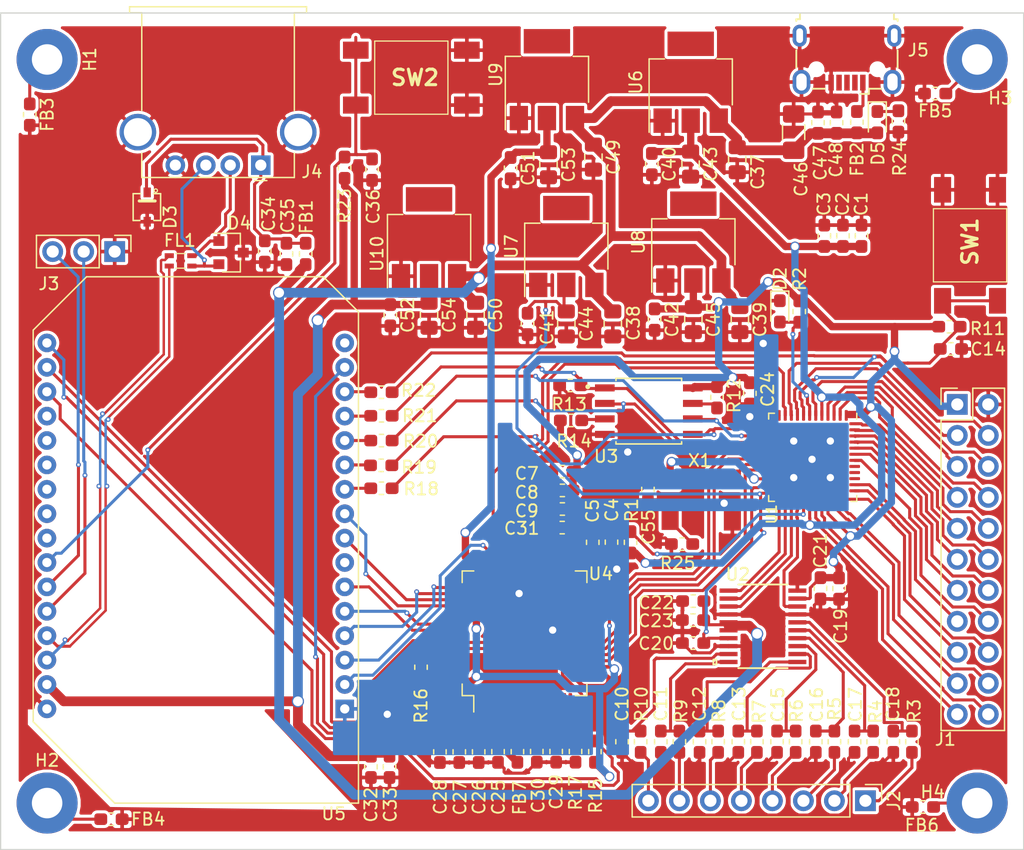
<source format=kicad_pcb>
(kicad_pcb (version 20171130) (host pcbnew 5.1.4+dfsg1-1)
  (layers (0 F.Cu signal) (31 B.Cu signal) (34 B.Paste user) (35 F.Paste user) (36 B.SilkS user) (37 F.SilkS user) (38 B.Mask user) (39 F.Mask user) (44 Edge.Cuts user))
  (net 0 "")
  (net 1 GND)
  (net 2 "Net-(C4-Pad2)")
  (net 3 "Net-(C10-Pad2)")
  (net 4 "Net-(C11-Pad2)")
  (net 5 "Net-(C12-Pad2)")
  (net 6 "Net-(C13-Pad2)")
  (net 7 "Net-(C15-Pad2)")
  (net 8 "Net-(C16-Pad2)")
  (net 9 "Net-(C17-Pad2)")
  (net 10 "Net-(C18-Pad2)")
  (net 11 +3.3V_FPGA)
  (net 12 +2.5V_FPGA)
  (net 13 +5V)
  (net 14 +3.3V_micro)
  (net 15 +3.3V_omega)
  (net 16 "Net-(C34-Pad1)")
  (net 17 +1.2V_FPGA)
  (net 18 "Net-(D2-Pad2)")
  (net 19 "Net-(D4-Pad1)")
  (net 20 "Net-(D4-Pad2)")
  (net 21 "Net-(D5-Pad1)")
  (net 22 /Onion_2/USB_D+)
  (net 23 /Onion_2/USB_D-)
  (net 24 /FPGA_ICE40UP5K/PIO3)
  (net 25 /FPGA_ICE40UP5K/PIO4)
  (net 26 /FPGA_ICE40UP5K/PIO5)
  (net 27 /FPGA_ICE40UP5K/PIO6)
  (net 28 /FPGA_ICE40UP5K/PIO7)
  (net 29 /FPGA_ICE40UP5K/PIO8)
  (net 30 /FPGA_ICE40UP5K/PIO9)
  (net 31 /FPGA_ICE40UP5K/PIO10)
  (net 32 /FPGA_ICE40UP5K/PIO11)
  (net 33 /FPGA_ICE40UP5K/PIO12)
  (net 34 /FPGA_ICE40UP5K/PIO13)
  (net 35 /FPGA_ICE40UP5K/PIO14)
  (net 36 /FPGA_ICE40UP5K/PIO15)
  (net 37 /FPGA_ICE40UP5K/PIO16)
  (net 38 /FPGA_ICE40UP5K/PIO17)
  (net 39 /FPGA_ICE40UP5K/PIO18)
  (net 40 /FPGA_ICE40UP5K/PIO19)
  (net 41 /FPGA_ICE40UP5K/PIO20)
  (net 42 /FPGA_ICE40UP5K/PIO21)
  (net 43 "Net-(J2-Pad1)")
  (net 44 "Net-(J2-Pad2)")
  (net 45 "Net-(J2-Pad3)")
  (net 46 "Net-(J2-Pad4)")
  (net 47 "Net-(J2-Pad5)")
  (net 48 "Net-(J2-Pad6)")
  (net 49 "Net-(J2-Pad7)")
  (net 50 "Net-(J2-Pad8)")
  (net 51 "Net-(J3-Pad2)")
  (net 52 "Net-(J3-Pad3)")
  (net 53 "Net-(R12-Pad1)")
  (net 54 /FPGA_ICE40UP5K/ICE40_CMOSI)
  (net 55 "Net-(R14-Pad1)")
  (net 56 /Onion_2/BOOT1)
  (net 57 /Onion_2/BOOT0)
  (net 58 "Net-(R18-Pad1)")
  (net 59 "Net-(R19-Pad1)")
  (net 60 "Net-(R20-Pad1)")
  (net 61 "Net-(R21-Pad1)")
  (net 62 "Net-(R22-Pad1)")
  (net 63 "Net-(R25-Pad1)")
  (net 64 /FPGA_ICE40UP5K/CRESET_B)
  (net 65 /FPGA_ICE40UP5K/ICE40_CMISO)
  (net 66 /FPGA_ICE40UP5K/ICE40_CSS)
  (net 67 /FPGA_ICE40UP5K/ICE40_CSCK)
  (net 68 /FPGA_ICE40UP5K/ADC_CS)
  (net 69 /FPGA_ICE40UP5K/ADC_DIN)
  (net 70 /FPGA_ICE40UP5K/ADC_DOUT)
  (net 71 /FPGA_ICE40UP5K/CLK_IN)
  (net 72 /FPGA_ICE40UP5K/ADC_SCLK)
  (net 73 /Onion_2/JTAG4)
  (net 74 /Onion_2/JTAG3)
  (net 75 /Onion_2/JTAG2)
  (net 76 /Onion_2/JTAG1)
  (net 77 /Onion_2/JTAG0)
  (net 78 "Net-(FB2-Pad1)")
  (net 79 "Net-(FB3-Pad1)")
  (net 80 "Net-(FB4-Pad1)")
  (net 81 "Net-(FB5-Pad1)")
  (net 82 "Net-(FB6-Pad1)")
  (net 83 "Net-(C29-Pad1)")
  (net 84 /Onion_2/RST)
  (net 85 /FPGA_ICE40UP5K/I2C_FPGA_SCL)
  (net 86 /FPGA_ICE40UP5K/I2C_FPGA_SDA)
  (net 87 /FPGA_ICE40UP5K/PIO22)
  (net 88 /FPGA_ICE40UP5K/ICE40_CS)
  (net 89 /FPGA_ICE40UP5K/ICE40_MISO)
  (net 90 /FPGA_ICE40UP5K/ICE40_MOSI)
  (net 91 /FPGA_ICE40UP5K/ICE40_CLK)
  (net 92 /STM_32/UART_M_RX)
  (net 93 /STM_32/UART_M_TX)
  (module Resistor_SMD:R_0603_1608Metric_Pad1.05x0.95mm_HandSolder (layer F.Cu) (at 100.1903 89.0765 90)
    (fp_text reference C21 (at 3.1001 0 90) (layer F.SilkS))
    (fp_text value 0.1uF)
    (pad 2 smd roundrect (at 0.875 0 90) (size 1.05 0.95) (layers F.Cu F.Paste F.Mask) (net 11 +3.3V_FPGA))
    (pad 1 smd roundrect (at -0.875 0 90) (size 1.05 0.95) (layers F.Cu F.Paste F.Mask) (net 1 GND))
  )
  (module libreria_proyecto_fp:AD7918BRUZ-proy (layer F.Cu) (at 95.4786 92.1893)
    (fp_text reference U2 (at -2.0574 -4.2545) (layer F.SilkS))
    (fp_text value AD7918BRUZ-proy)
    (pad 20 smd rect (at 2.8194 -2.924998) (size 1.4732 0.3556) (layers F.Cu F.Paste F.Mask) (net 1 GND))
    (pad 19 smd rect (at 2.8194 -2.274999) (size 1.4732 0.3556) (layers F.Cu F.Paste F.Mask) (net 11 +3.3V_FPGA))
    (pad 18 smd rect (at 2.8194 -1.624998) (size 1.4732 0.3556) (layers F.Cu F.Paste F.Mask) (net 70 /FPGA_ICE40UP5K/ADC_DOUT))
    (pad 17 smd rect (at 2.8194 -0.974999) (size 1.4732 0.3556) (layers F.Cu F.Paste F.Mask) (net 1 GND))
    (pad 16 smd rect (at 2.8194 -0.324998) (size 1.4732 0.3556) (layers F.Cu F.Paste F.Mask) (net 10 "Net-(C18-Pad2)"))
    (pad 15 smd rect (at 2.8194 0.325001) (size 1.4732 0.3556) (layers F.Cu F.Paste F.Mask) (net 9 "Net-(C17-Pad2)"))
    (pad 14 smd rect (at 2.8194 0.975002) (size 1.4732 0.3556) (layers F.Cu F.Paste F.Mask) (net 8 "Net-(C16-Pad2)"))
    (pad 13 smd rect (at 2.8194 1.625001) (size 1.4732 0.3556) (layers F.Cu F.Paste F.Mask) (net 7 "Net-(C15-Pad2)"))
    (pad 12 smd rect (at 2.8194 2.275002) (size 1.4732 0.3556) (layers F.Cu F.Paste F.Mask) (net 6 "Net-(C13-Pad2)"))
    (pad 11 smd rect (at 2.8194 2.925) (size 1.4732 0.3556) (layers F.Cu F.Paste F.Mask) (net 5 "Net-(C12-Pad2)"))
    (pad 10 smd rect (at -2.8194 2.924998) (size 1.4732 0.3556) (layers F.Cu F.Paste F.Mask) (net 4 "Net-(C11-Pad2)"))
    (pad 9 smd rect (at -2.8194 2.274999) (size 1.4732 0.3556) (layers F.Cu F.Paste F.Mask) (net 3 "Net-(C10-Pad2)"))
    (pad 8 smd rect (at -2.8194 1.624998) (size 1.4732 0.3556) (layers F.Cu F.Paste F.Mask) (net 1 GND))
    (pad 7 smd rect (at -2.8194 0.974999) (size 1.4732 0.3556) (layers F.Cu F.Paste F.Mask) (net 12 +2.5V_FPGA))
    (pad 6 smd rect (at -2.8194 0.324998) (size 1.4732 0.3556) (layers F.Cu F.Paste F.Mask) (net 13 +5V))
    (pad 5 smd rect (at -2.8194 -0.325001) (size 1.4732 0.3556) (layers F.Cu F.Paste F.Mask) (net 13 +5V))
    (pad 4 smd rect (at -2.8194 -0.974999) (size 1.4732 0.3556) (layers F.Cu F.Paste F.Mask) (net 1 GND))
    (pad 3 smd rect (at -2.8194 -1.625001) (size 1.4732 0.3556) (layers F.Cu F.Paste F.Mask) (net 68 /FPGA_ICE40UP5K/ADC_CS))
    (pad 2 smd rect (at -2.8194 -2.274999) (size 1.4732 0.3556) (layers F.Cu F.Paste F.Mask) (net 69 /FPGA_ICE40UP5K/ADC_DIN))
    (pad 1 smd rect (at -2.8194 -2.925) (size 1.4732 0.3556) (layers F.Cu F.Paste F.Mask) (net 72 /FPGA_ICE40UP5K/ADC_SCLK))
  )
  (module Package_TO_SOT_SMD:SOT-223 (layer F.Cu) (at 68.1228 60.3377 90)
    (fp_text reference U10 (at -1.30302 -4.26212 90) (layer F.SilkS))
    (fp_text value ZLDO1117G33TA-proy)
    (pad 1 smd rect (at -3.15 -2.3 90) (size 2 1.5) (layers F.Cu F.Paste F.Mask) (net 1 GND))
    (pad 3 smd rect (at -3.15 2.3 90) (size 2 1.5) (layers F.Cu F.Paste F.Mask) (net 13 +5V))
    (pad 2 smd rect (at -3.15 0 90) (size 2 1.5) (layers F.Cu F.Paste F.Mask) (net 15 +3.3V_omega))
    (pad 4 smd rect (at 3.15 0 90) (size 2 3.8) (layers F.Cu F.Paste F.Mask))
  )
  (module Module:Onion_Omega2+ (layer F.Cu) (at 61.214 98.9584 180)
    (fp_text reference U5 (at 0.9 -8.6) (layer F.SilkS))
    (fp_text value Omega2-proy)
    (pad 32 thru_hole circle (at 24.4 0 180) (size 1.524 1.524) (drill 0.762) (layers *.Cu *.Mask) (net 1 GND))
    (pad 31 thru_hole circle (at 24.4 2 180) (size 1.524 1.524) (drill 0.762) (layers *.Cu *.Mask) (net 15 +3.3V_omega))
    (pad 30 thru_hole circle (at 24.4 4 180) (size 1.524 1.524) (drill 0.762) (layers *.Cu *.Mask) (net 23 /Onion_2/USB_D-))
    (pad 29 thru_hole circle (at 24.4 6 180) (size 1.524 1.524) (drill 0.762) (layers *.Cu *.Mask) (net 22 /Onion_2/USB_D+))
    (pad 28 thru_hole circle (at 24.4 8 180) (size 1.524 1.524) (drill 0.762) (layers *.Cu *.Mask) (net 51 "Net-(J3-Pad2)"))
    (pad 27 thru_hole circle (at 24.4 10 180) (size 1.524 1.524) (drill 0.762) (layers *.Cu *.Mask) (net 52 "Net-(J3-Pad3)"))
    (pad 26 thru_hole circle (at 24.4 12 180) (size 1.524 1.524) (drill 0.762) (layers *.Cu *.Mask) (net 84 /Onion_2/RST))
    (pad 25 thru_hole circle (at 24.4 14 180) (size 1.524 1.524) (drill 0.762) (layers *.Cu *.Mask))
    (pad 24 thru_hole circle (at 24.4 16 180) (size 1.524 1.524) (drill 0.762) (layers *.Cu *.Mask))
    (pad 23 thru_hole circle (at 24.4 18 180) (size 1.524 1.524) (drill 0.762) (layers *.Cu *.Mask))
    (pad 22 thru_hole circle (at 24.4 20 180) (size 1.524 1.524) (drill 0.762) (layers *.Cu *.Mask))
    (pad 21 thru_hole circle (at 24.4 22 180) (size 1.524 1.524) (drill 0.762) (layers *.Cu *.Mask))
    (pad 20 thru_hole circle (at 24.4 24 180) (size 1.524 1.524) (drill 0.762) (layers *.Cu *.Mask))
    (pad 19 thru_hole circle (at 24.4 26 180) (size 1.524 1.524) (drill 0.762) (layers *.Cu *.Mask) (net 56 /Onion_2/BOOT1))
    (pad 18 thru_hole circle (at 24.4 28 180) (size 1.524 1.524) (drill 0.762) (layers *.Cu *.Mask) (net 85 /FPGA_ICE40UP5K/I2C_FPGA_SCL))
    (pad 17 thru_hole circle (at 24.4 30 180) (size 1.524 1.524) (drill 0.762) (layers *.Cu *.Mask) (net 86 /FPGA_ICE40UP5K/I2C_FPGA_SDA))
    (pad 16 thru_hole circle (at 0 30 180) (size 1.524 1.524) (drill 0.762) (layers *.Cu *.Mask))
    (pad 15 thru_hole circle (at 0 28 180) (size 1.524 1.524) (drill 0.762) (layers *.Cu *.Mask) (net 57 /Onion_2/BOOT0))
    (pad 14 thru_hole circle (at 0 26 180) (size 1.524 1.524) (drill 0.762) (layers *.Cu *.Mask) (net 62 "Net-(R22-Pad1)"))
    (pad 13 thru_hole circle (at 0 24 180) (size 1.524 1.524) (drill 0.762) (layers *.Cu *.Mask) (net 61 "Net-(R21-Pad1)"))
    (pad 12 thru_hole circle (at 0 22 180) (size 1.524 1.524) (drill 0.762) (layers *.Cu *.Mask) (net 60 "Net-(R20-Pad1)"))
    (pad 11 thru_hole circle (at 0 20 180) (size 1.524 1.524) (drill 0.762) (layers *.Cu *.Mask) (net 59 "Net-(R19-Pad1)"))
    (pad 10 thru_hole circle (at 0 18 180) (size 1.524 1.524) (drill 0.762) (layers *.Cu *.Mask) (net 58 "Net-(R18-Pad1)"))
    (pad 9 thru_hole circle (at 0 16 180) (size 1.524 1.524) (drill 0.762) (layers *.Cu *.Mask) (net 92 /STM_32/UART_M_RX))
    (pad 8 thru_hole circle (at 0 14 180) (size 1.524 1.524) (drill 0.762) (layers *.Cu *.Mask) (net 93 /STM_32/UART_M_TX))
    (pad 7 thru_hole circle (at 0 12 180) (size 1.524 1.524) (drill 0.762) (layers *.Cu *.Mask))
    (pad 6 thru_hole circle (at 0 10 180) (size 1.524 1.524) (drill 0.762) (layers *.Cu *.Mask) (net 73 /Onion_2/JTAG4))
    (pad 5 thru_hole circle (at 0 8 180) (size 1.524 1.524) (drill 0.762) (layers *.Cu *.Mask) (net 74 /Onion_2/JTAG3))
    (pad 4 thru_hole circle (at 0 6 180) (size 1.524 1.524) (drill 0.762) (layers *.Cu *.Mask) (net 75 /Onion_2/JTAG2))
    (pad 3 thru_hole circle (at 0 4 180) (size 1.524 1.524) (drill 0.762) (layers *.Cu *.Mask) (net 76 /Onion_2/JTAG1))
    (pad 2 thru_hole circle (at 0 2 180) (size 1.524 1.524) (drill 0.762) (layers *.Cu *.Mask) (net 77 /Onion_2/JTAG0))
    (pad 1 thru_hole rect (at 0 0 180) (size 1.524 1.524) (drill 0.762) (layers *.Cu *.Mask) (net 1 GND))
  )
  (module Resistor_SMD:R_0603_1608Metric_Pad1.05x0.95mm_HandSolder (layer F.Cu) (at 73.7743 102.4635 270)
    (fp_text reference C25 (at 3.7465 -0.033 90) (layer F.SilkS))
    (fp_text value 0.1uF)
    (pad 2 smd roundrect (at 0.875 0 270) (size 1.05 0.95) (layers F.Cu F.Paste F.Mask) (net 1 GND))
    (pad 1 smd roundrect (at -0.875 0 270) (size 1.05 0.95) (layers F.Cu F.Paste F.Mask) (net 14 +3.3V_micro))
  )
  (module Resistor_SMD:R_0603_1608Metric_Pad1.05x0.95mm_HandSolder (layer F.Cu) (at 63.45428 54.75108 270)
    (fp_text reference C36 (at 3.03392 -0.09144 90) (layer F.SilkS))
    (fp_text value 22uF)
    (pad 2 smd roundrect (at 0.875 0 270) (size 1.05 0.95) (layers F.Cu F.Paste F.Mask) (net 1 GND))
    (pad 1 smd roundrect (at -0.875 0 270) (size 1.05 0.95) (layers F.Cu F.Paste F.Mask) (net 84 /Onion_2/RST))
  )
  (module Resistor_SMD:R_0603_1608Metric_Pad1.05x0.95mm_HandSolder (layer F.Cu) (at 54.6608 61.459 270)
    (fp_text reference C34 (at -3.08472 -0.32004 90) (layer F.SilkS))
    (fp_text value 22uF)
    (pad 2 smd roundrect (at 0.875 0 270) (size 1.05 0.95) (layers F.Cu F.Paste F.Mask) (net 1 GND))
    (pad 1 smd roundrect (at -0.875 0 270) (size 1.05 0.95) (layers F.Cu F.Paste F.Mask) (net 16 "Net-(C34-Pad1)"))
  )
  (module Resistor_SMD:R_0603_1608Metric_Pad1.05x0.95mm_HandSolder (layer F.Cu) (at 110.87724 69.44868)
    (fp_text reference C14 (at 3.057 0.01524) (layer F.SilkS))
    (fp_text value 22uF)
    (pad 2 smd roundrect (at 0.875 0) (size 1.05 0.95) (layers F.Cu F.Paste F.Mask) (net 1 GND))
    (pad 1 smd roundrect (at -0.875 0) (size 1.05 0.95) (layers F.Cu F.Paste F.Mask) (net 64 /FPGA_ICE40UP5K/CRESET_B))
  )
  (module LED_SMD:LED_0603_1608Metric_Pad1.05x0.95mm_HandSolder (layer F.Cu) (at 104.8512 50.8622 270)
    (fp_text reference D5 (at 2.5794 -0.0508 90) (layer F.SilkS))
    (fp_text value LED)
    (pad 2 smd roundrect (at 0.875 0 270) (size 1.05 0.95) (layers F.Cu F.Paste F.Mask) (net 13 +5V))
    (pad 1 smd roundrect (at -0.875 0 270) (size 1.05 0.95) (layers F.Cu F.Paste F.Mask) (net 21 "Net-(D5-Pad1)"))
  )
  (module libreria_proyecto_fp:SOIC127P790X216-8N-proy (layer F.Cu) (at 86.12632 74.55)
    (fp_text reference U3 (at -3.48996 3.7084) (layer F.SilkS) (effects (font (size 1.001087 1.001087))))
    (fp_text value W25Q32JVSS-proy)
    (pad 1 smd rect (at -3.605 -1.905) (size 1.61 0.58) (layers F.Cu F.Paste F.Mask) (net 88 /FPGA_ICE40UP5K/ICE40_CS))
    (pad 2 smd rect (at -3.605 -0.635) (size 1.61 0.58) (layers F.Cu F.Paste F.Mask) (net 90 /FPGA_ICE40UP5K/ICE40_MOSI))
    (pad 3 smd rect (at -3.605 0.635) (size 1.61 0.58) (layers F.Cu F.Paste F.Mask) (net 55 "Net-(R14-Pad1)"))
    (pad 4 smd rect (at -3.605 1.905) (size 1.61 0.58) (layers F.Cu F.Paste F.Mask) (net 1 GND))
    (pad 5 smd rect (at 3.605 1.905) (size 1.61 0.58) (layers F.Cu F.Paste F.Mask) (net 89 /FPGA_ICE40UP5K/ICE40_MISO))
    (pad 6 smd rect (at 3.605 0.635) (size 1.61 0.58) (layers F.Cu F.Paste F.Mask) (net 91 /FPGA_ICE40UP5K/ICE40_CLK))
    (pad 7 smd rect (at 3.605 -0.635) (size 1.61 0.58) (layers F.Cu F.Paste F.Mask) (net 53 "Net-(R12-Pad1)"))
    (pad 8 smd rect (at 3.605 -1.905) (size 1.61 0.58) (layers F.Cu F.Paste F.Mask) (net 11 +3.3V_FPGA))
  )
  (module libreria_proyecto_fp:LL3301NF065QG-proy (layer F.Cu) (at 66.67 47.20944 180)
    (fp_text reference SW2 (at -0.3 0 180) (layer F.SilkS) (effects (font (size 1.27 1.27) (thickness 0.254))))
    (fp_text value LL3301NF065QG-proy hide)
    (pad 4 smd rect (at 4.55 2.25 270) (size 1.4 2.1) (layers F.Cu F.Paste F.Mask) (net 84 /Onion_2/RST))
    (pad 3 smd rect (at -4.55 2.25 270) (size 1.4 2.1) (layers F.Cu F.Paste F.Mask) (net 1 GND))
    (pad 2 smd rect (at 4.55 -2.25 270) (size 1.4 2.1) (layers F.Cu F.Paste F.Mask) (net 84 /Onion_2/RST))
    (pad 1 smd rect (at -4.55 -2.25 270) (size 1.4 2.1) (layers F.Cu F.Paste F.Mask) (net 1 GND))
  )
  (module libreria_proyecto_fp:LL3301NF065QG-proy (layer F.Cu) (at 112.4458 60.95492 270)
    (fp_text reference SW1 (at -0.3 0 270) (layer F.SilkS) (effects (font (size 1.27 1.27) (thickness 0.254))))
    (fp_text value LL3301NF065QG-proy hide)
    (pad 4 smd rect (at 4.55 2.25) (size 1.4 2.1) (layers F.Cu F.Paste F.Mask) (net 64 /FPGA_ICE40UP5K/CRESET_B))
    (pad 3 smd rect (at -4.55 2.25) (size 1.4 2.1) (layers F.Cu F.Paste F.Mask) (net 1 GND))
    (pad 2 smd rect (at 4.55 -2.25) (size 1.4 2.1) (layers F.Cu F.Paste F.Mask) (net 64 /FPGA_ICE40UP5K/CRESET_B))
    (pad 1 smd rect (at -4.55 -2.25) (size 1.4 2.1) (layers F.Cu F.Paste F.Mask) (net 1 GND))
  )
  (module LED_SMD:LED_0603_1608Metric_Pad1.05x0.95mm_HandSolder (layer F.Cu) (at 96.8629 66.3702 270)
    (fp_text reference D2 (at -2.667 -0.033 90) (layer F.SilkS))
    (fp_text value LED)
    (pad 2 smd roundrect (at 0.875 0 270) (size 1.05 0.95) (layers F.Cu F.Paste F.Mask) (net 18 "Net-(D2-Pad2)"))
    (pad 1 smd roundrect (at -0.875 0 270) (size 1.05 0.95) (layers F.Cu F.Paste F.Mask) (net 1 GND))
  )
  (module Package_DFN_QFN:QFN-48-1EP_7x7mm_P0.5mm_EP5.6x5.6mm (layer F.Cu) (at 99.5553 78.3336 270)
    (fp_text reference U1 (at 4.66852 3.36042 270) (layer F.SilkS) (effects (font (size 0.8 0.8))))
    (fp_text value ICE40UP5K-SG48ITR50-proy)
    (pad 48 smd roundrect (at -2.75 -3.4375 270) (size 0.25 0.875) (layers F.Cu F.Paste F.Mask) (net 31 /FPGA_ICE40UP5K/PIO10))
    (pad 47 smd roundrect (at -2.25 -3.4375 270) (size 0.25 0.875) (layers F.Cu F.Paste F.Mask) (net 30 /FPGA_ICE40UP5K/PIO9))
    (pad 46 smd roundrect (at -1.75 -3.4375 270) (size 0.25 0.875) (layers F.Cu F.Paste F.Mask) (net 33 /FPGA_ICE40UP5K/PIO12))
    (pad 45 smd roundrect (at -1.25 -3.4375 270) (size 0.25 0.875) (layers F.Cu F.Paste F.Mask) (net 32 /FPGA_ICE40UP5K/PIO11))
    (pad 44 smd roundrect (at -0.75 -3.4375 270) (size 0.25 0.875) (layers F.Cu F.Paste F.Mask) (net 35 /FPGA_ICE40UP5K/PIO14))
    (pad 43 smd roundrect (at -0.25 -3.4375 270) (size 0.25 0.875) (layers F.Cu F.Paste F.Mask) (net 34 /FPGA_ICE40UP5K/PIO13))
    (pad 42 smd roundrect (at 0.25 -3.4375 270) (size 0.25 0.875) (layers F.Cu F.Paste F.Mask) (net 37 /FPGA_ICE40UP5K/PIO16))
    (pad 41 smd roundrect (at 0.75 -3.4375 270) (size 0.25 0.875) (layers F.Cu F.Paste F.Mask))
    (pad 40 smd roundrect (at 1.25 -3.4375 270) (size 0.25 0.875) (layers F.Cu F.Paste F.Mask))
    (pad 39 smd roundrect (at 1.75 -3.4375 270) (size 0.25 0.875) (layers F.Cu F.Paste F.Mask))
    (pad 38 smd roundrect (at 2.25 -3.4375 270) (size 0.25 0.875) (layers F.Cu F.Paste F.Mask) (net 36 /FPGA_ICE40UP5K/PIO15))
    (pad 37 smd roundrect (at 2.75 -3.4375 270) (size 0.25 0.875) (layers F.Cu F.Paste F.Mask) (net 39 /FPGA_ICE40UP5K/PIO18))
    (pad 36 smd roundrect (at 3.4375 -2.75 270) (size 0.875 0.25) (layers F.Cu F.Paste F.Mask) (net 38 /FPGA_ICE40UP5K/PIO17))
    (pad 35 smd roundrect (at 3.4375 -2.25 270) (size 0.875 0.25) (layers F.Cu F.Paste F.Mask) (net 41 /FPGA_ICE40UP5K/PIO20))
    (pad 34 smd roundrect (at 3.4375 -1.75 270) (size 0.875 0.25) (layers F.Cu F.Paste F.Mask) (net 40 /FPGA_ICE40UP5K/PIO19))
    (pad 33 smd roundrect (at 3.4375 -1.25 270) (size 0.875 0.25) (layers F.Cu F.Paste F.Mask) (net 11 +3.3V_FPGA))
    (pad 32 smd roundrect (at 3.4375 -0.75 270) (size 0.875 0.25) (layers F.Cu F.Paste F.Mask) (net 87 /FPGA_ICE40UP5K/PIO22))
    (pad 31 smd roundrect (at 3.4375 -0.25 270) (size 0.875 0.25) (layers F.Cu F.Paste F.Mask) (net 42 /FPGA_ICE40UP5K/PIO21))
    (pad 30 smd roundrect (at 3.4375 0.25 270) (size 0.875 0.25) (layers F.Cu F.Paste F.Mask) (net 17 +1.2V_FPGA))
    (pad 29 smd roundrect (at 3.4375 0.75 270) (size 0.875 0.25) (layers F.Cu F.Paste F.Mask) (net 2 "Net-(C4-Pad2)"))
    (pad 28 smd roundrect (at 3.4375 1.25 270) (size 0.875 0.25) (layers F.Cu F.Paste F.Mask) (net 70 /FPGA_ICE40UP5K/ADC_DOUT))
    (pad 27 smd roundrect (at 3.4375 1.75 270) (size 0.875 0.25) (layers F.Cu F.Paste F.Mask) (net 68 /FPGA_ICE40UP5K/ADC_CS))
    (pad 26 smd roundrect (at 3.4375 2.25 270) (size 0.875 0.25) (layers F.Cu F.Paste F.Mask) (net 69 /FPGA_ICE40UP5K/ADC_DIN))
    (pad 25 smd roundrect (at 3.4375 2.75 270) (size 0.875 0.25) (layers F.Cu F.Paste F.Mask) (net 72 /FPGA_ICE40UP5K/ADC_SCLK))
    (pad 24 smd roundrect (at 2.75 3.4375 270) (size 0.25 0.875) (layers F.Cu F.Paste F.Mask) (net 12 +2.5V_FPGA))
    (pad 23 smd roundrect (at 2.25 3.4375 270) (size 0.25 0.875) (layers F.Cu F.Paste F.Mask) (net 66 /FPGA_ICE40UP5K/ICE40_CSS))
    (pad 22 smd roundrect (at 1.75 3.4375 270) (size 0.25 0.875) (layers F.Cu F.Paste F.Mask) (net 11 +3.3V_FPGA))
    (pad 21 smd roundrect (at 1.25 3.4375 270) (size 0.25 0.875) (layers F.Cu F.Paste F.Mask) (net 67 /FPGA_ICE40UP5K/ICE40_CSCK))
    (pad 20 smd roundrect (at 0.75 3.4375 270) (size 0.25 0.875) (layers F.Cu F.Paste F.Mask) (net 71 /FPGA_ICE40UP5K/CLK_IN))
    (pad 19 smd roundrect (at 0.25 3.4375 270) (size 0.25 0.875) (layers F.Cu F.Paste F.Mask) (net 65 /FPGA_ICE40UP5K/ICE40_CMISO))
    (pad 18 smd roundrect (at -0.25 3.4375 270) (size 0.25 0.875) (layers F.Cu F.Paste F.Mask) (net 54 /FPGA_ICE40UP5K/ICE40_CMOSI))
    (pad 17 smd roundrect (at -0.75 3.4375 270) (size 0.25 0.875) (layers F.Cu F.Paste F.Mask) (net 90 /FPGA_ICE40UP5K/ICE40_MOSI))
    (pad 16 smd roundrect (at -1.25 3.4375 270) (size 0.25 0.875) (layers F.Cu F.Paste F.Mask) (net 88 /FPGA_ICE40UP5K/ICE40_CS))
    (pad 15 smd roundrect (at -1.75 3.4375 270) (size 0.25 0.875) (layers F.Cu F.Paste F.Mask) (net 91 /FPGA_ICE40UP5K/ICE40_CLK))
    (pad 14 smd roundrect (at -2.25 3.4375 270) (size 0.25 0.875) (layers F.Cu F.Paste F.Mask) (net 89 /FPGA_ICE40UP5K/ICE40_MISO))
    (pad 13 smd roundrect (at -2.75 3.4375 270) (size 0.25 0.875) (layers F.Cu F.Paste F.Mask))
    (pad 12 smd roundrect (at -3.4375 2.75 270) (size 0.875 0.25) (layers F.Cu F.Paste F.Mask) (net 86 /FPGA_ICE40UP5K/I2C_FPGA_SDA))
    (pad 11 smd roundrect (at -3.4375 2.25 270) (size 0.875 0.25) (layers F.Cu F.Paste F.Mask) (net 85 /FPGA_ICE40UP5K/I2C_FPGA_SCL))
    (pad 10 smd roundrect (at -3.4375 1.75 270) (size 0.875 0.25) (layers F.Cu F.Paste F.Mask) (net 25 /FPGA_ICE40UP5K/PIO4))
    (pad 9 smd roundrect (at -3.4375 1.25 270) (size 0.875 0.25) (layers F.Cu F.Paste F.Mask) (net 24 /FPGA_ICE40UP5K/PIO3))
    (pad 8 smd roundrect (at -3.4375 0.75 270) (size 0.875 0.25) (layers F.Cu F.Paste F.Mask) (net 64 /FPGA_ICE40UP5K/CRESET_B))
    (pad 7 smd roundrect (at -3.4375 0.25 270) (size 0.875 0.25) (layers F.Cu F.Paste F.Mask) (net 18 "Net-(D2-Pad2)"))
    (pad 6 smd roundrect (at -3.4375 -0.25 270) (size 0.875 0.25) (layers F.Cu F.Paste F.Mask) (net 27 /FPGA_ICE40UP5K/PIO6))
    (pad 5 smd roundrect (at -3.4375 -0.75 270) (size 0.875 0.25) (layers F.Cu F.Paste F.Mask) (net 17 +1.2V_FPGA))
    (pad 4 smd roundrect (at -3.4375 -1.25 270) (size 0.875 0.25) (layers F.Cu F.Paste F.Mask) (net 26 /FPGA_ICE40UP5K/PIO5))
    (pad 3 smd roundrect (at -3.4375 -1.75 270) (size 0.875 0.25) (layers F.Cu F.Paste F.Mask) (net 29 /FPGA_ICE40UP5K/PIO8))
    (pad 2 smd roundrect (at -3.4375 -2.25 270) (size 0.875 0.25) (layers F.Cu F.Paste F.Mask) (net 28 /FPGA_ICE40UP5K/PIO7))
    (pad 1 smd roundrect (at -3.4375 -2.75 270) (size 0.875 0.25) (layers F.Cu F.Paste F.Mask) (net 11 +3.3V_FPGA))
    (pad 49 smd roundrect (at 0 0 270) (size 5.6 5.6) (layers F.Cu F.Mask) (roundrect_rratio 0.044643) (net 1 GND))
  )
  (module Connector_PinHeader_2.54mm:PinHeader_2x11_P2.54mm_Vertical (layer F.Cu) (at 111.4 74)
    (fp_text reference J1 (at -0.9779 27.4574) (layer F.SilkS))
    (fp_text value Conn_02x11_Odd_Even)
    (pad 22 thru_hole oval (at 2.54 25.4) (size 1.7 1.7) (drill 1) (layers *.Cu *.Mask) (net 87 /FPGA_ICE40UP5K/PIO22))
    (pad 21 thru_hole oval (at 0 25.4) (size 1.7 1.7) (drill 1) (layers *.Cu *.Mask) (net 42 /FPGA_ICE40UP5K/PIO21))
    (pad 20 thru_hole oval (at 2.54 22.86) (size 1.7 1.7) (drill 1) (layers *.Cu *.Mask) (net 41 /FPGA_ICE40UP5K/PIO20))
    (pad 19 thru_hole oval (at 0 22.86) (size 1.7 1.7) (drill 1) (layers *.Cu *.Mask) (net 40 /FPGA_ICE40UP5K/PIO19))
    (pad 18 thru_hole oval (at 2.54 20.32) (size 1.7 1.7) (drill 1) (layers *.Cu *.Mask) (net 39 /FPGA_ICE40UP5K/PIO18))
    (pad 17 thru_hole oval (at 0 20.32) (size 1.7 1.7) (drill 1) (layers *.Cu *.Mask) (net 38 /FPGA_ICE40UP5K/PIO17))
    (pad 16 thru_hole oval (at 2.54 17.78) (size 1.7 1.7) (drill 1) (layers *.Cu *.Mask) (net 37 /FPGA_ICE40UP5K/PIO16))
    (pad 15 thru_hole oval (at 0 17.78) (size 1.7 1.7) (drill 1) (layers *.Cu *.Mask) (net 36 /FPGA_ICE40UP5K/PIO15))
    (pad 14 thru_hole oval (at 2.54 15.24) (size 1.7 1.7) (drill 1) (layers *.Cu *.Mask) (net 35 /FPGA_ICE40UP5K/PIO14))
    (pad 13 thru_hole oval (at 0 15.24) (size 1.7 1.7) (drill 1) (layers *.Cu *.Mask) (net 34 /FPGA_ICE40UP5K/PIO13))
    (pad 12 thru_hole oval (at 2.54 12.7) (size 1.7 1.7) (drill 1) (layers *.Cu *.Mask) (net 33 /FPGA_ICE40UP5K/PIO12))
    (pad 11 thru_hole oval (at 0 12.7) (size 1.7 1.7) (drill 1) (layers *.Cu *.Mask) (net 32 /FPGA_ICE40UP5K/PIO11))
    (pad 10 thru_hole oval (at 2.54 10.16) (size 1.7 1.7) (drill 1) (layers *.Cu *.Mask) (net 31 /FPGA_ICE40UP5K/PIO10))
    (pad 9 thru_hole oval (at 0 10.16) (size 1.7 1.7) (drill 1) (layers *.Cu *.Mask) (net 30 /FPGA_ICE40UP5K/PIO9))
    (pad 8 thru_hole oval (at 2.54 7.62) (size 1.7 1.7) (drill 1) (layers *.Cu *.Mask) (net 29 /FPGA_ICE40UP5K/PIO8))
    (pad 7 thru_hole oval (at 0 7.62) (size 1.7 1.7) (drill 1) (layers *.Cu *.Mask) (net 28 /FPGA_ICE40UP5K/PIO7))
    (pad 6 thru_hole oval (at 2.54 5.08) (size 1.7 1.7) (drill 1) (layers *.Cu *.Mask) (net 27 /FPGA_ICE40UP5K/PIO6))
    (pad 5 thru_hole oval (at 0 5.08) (size 1.7 1.7) (drill 1) (layers *.Cu *.Mask) (net 26 /FPGA_ICE40UP5K/PIO5))
    (pad 4 thru_hole oval (at 2.54 2.54) (size 1.7 1.7) (drill 1) (layers *.Cu *.Mask) (net 25 /FPGA_ICE40UP5K/PIO4))
    (pad 3 thru_hole oval (at 0 2.54) (size 1.7 1.7) (drill 1) (layers *.Cu *.Mask) (net 24 /FPGA_ICE40UP5K/PIO3))
    (pad 2 thru_hole oval (at 2.54 0) (size 1.7 1.7) (drill 1) (layers *.Cu *.Mask) (net 1 GND))
    (pad 1 thru_hole rect (at 0 0) (size 1.7 1.7) (drill 1) (layers *.Cu *.Mask) (net 11 +3.3V_FPGA))
  )
  (module libreria_proyecto_fp:CWX823-025.0M-proy (layer F.Cu) (at 90.424 81.8388 270)
    (fp_text reference X1 (at -3.2388 0.124 180) (layer F.SilkS))
    (fp_text value CWX823-025.0M-proy)
    (pad 1 smd rect (at 1.65 2.55 180) (size 1.4 1.6) (layers F.Cu F.Paste F.Mask) (net 63 "Net-(R25-Pad1)"))
    (pad 4 smd rect (at -1.7 2.55 180) (size 1.4 1.6) (layers F.Cu F.Paste F.Mask) (net 11 +3.3V_FPGA))
    (pad 2 smd rect (at 1.7 -2.55 180) (size 1.4 1.6) (layers F.Cu F.Paste F.Mask) (net 1 GND))
    (pad 3 smd rect (at -1.7 -2.55 180) (size 1.4 1.6) (layers F.Cu F.Paste F.Mask) (net 71 /FPGA_ICE40UP5K/CLK_IN))
  )
  (module Package_TO_SOT_SMD:SOT-223 (layer F.Cu) (at 77.77988 47.37608 90)
    (fp_text reference U9 (at 0.4064 -4.191 90) (layer F.SilkS))
    (fp_text value ZLDO1117G33TA-proy)
    (pad 1 smd rect (at -3.15 -2.3 90) (size 2 1.5) (layers F.Cu F.Paste F.Mask) (net 1 GND))
    (pad 3 smd rect (at -3.15 2.3 90) (size 2 1.5) (layers F.Cu F.Paste F.Mask) (net 13 +5V))
    (pad 2 smd rect (at -3.15 0 90) (size 2 1.5) (layers F.Cu F.Paste F.Mask) (net 14 +3.3V_micro))
    (pad 4 smd rect (at 3.15 0 90) (size 2 3.8) (layers F.Cu F.Paste F.Mask))
  )
  (module Package_TO_SOT_SMD:SOT-223 (layer F.Cu) (at 89.7763 60.6933 90)
    (fp_text reference U8 (at 0 -4.5 90) (layer F.SilkS))
    (fp_text value ZLDO1117G33TA-proy)
    (pad 1 smd rect (at -3.15 -2.3 90) (size 2 1.5) (layers F.Cu F.Paste F.Mask) (net 1 GND))
    (pad 3 smd rect (at -3.15 2.3 90) (size 2 1.5) (layers F.Cu F.Paste F.Mask) (net 13 +5V))
    (pad 2 smd rect (at -3.15 0 90) (size 2 1.5) (layers F.Cu F.Paste F.Mask) (net 11 +3.3V_FPGA))
    (pad 4 smd rect (at 3.15 0 90) (size 2 3.8) (layers F.Cu F.Paste F.Mask))
  )
  (module Package_TO_SOT_SMD:SOT-223 (layer F.Cu) (at 79.36738 61.05144 90)
    (fp_text reference U7 (at 0 -4.5 90) (layer F.SilkS))
    (fp_text value ZLDO1117G25TA-proy)
    (pad 4 smd rect (at 3.15 0 90) (size 2 3.8) (layers F.Cu F.Paste F.Mask))
    (pad 2 smd rect (at -3.15 0 90) (size 2 1.5) (layers F.Cu F.Paste F.Mask) (net 12 +2.5V_FPGA))
    (pad 3 smd rect (at -3.15 2.3 90) (size 2 1.5) (layers F.Cu F.Paste F.Mask) (net 13 +5V))
    (pad 1 smd rect (at -3.15 -2.3 90) (size 2 1.5) (layers F.Cu F.Paste F.Mask) (net 1 GND))
  )
  (module Package_TO_SOT_SMD:SOT-223 (layer F.Cu) (at 89.5604 47.5869 90)
    (fp_text reference U6 (at 0 -4.5 90) (layer F.SilkS))
    (fp_text value ZLDO1117G12TA-proy)
    (pad 1 smd rect (at -3.15 -2.3 90) (size 2 1.5) (layers F.Cu F.Paste F.Mask) (net 1 GND))
    (pad 3 smd rect (at -3.15 2.3 90) (size 2 1.5) (layers F.Cu F.Paste F.Mask) (net 13 +5V))
    (pad 2 smd rect (at -3.15 0 90) (size 2 1.5) (layers F.Cu F.Paste F.Mask) (net 17 +1.2V_FPGA))
    (pad 4 smd rect (at 3.15 0 90) (size 2 3.8) (layers F.Cu F.Paste F.Mask))
  )
  (module Resistor_SMD:R_0603_1608Metric_Pad1.05x0.95mm_HandSolder (layer F.Cu) (at 75.3618 102.4635 90)
    (fp_text reference FB7 (at -3.7973 0.1778 90) (layer F.SilkS))
    (fp_text value BLM18SG121TN1D-proy)
    (pad 2 smd roundrect (at 0.875 0 90) (size 1.05 0.95) (layers F.Cu F.Paste F.Mask) (net 83 "Net-(C29-Pad1)"))
    (pad 1 smd roundrect (at -0.875 0 90) (size 1.05 0.95) (layers F.Cu F.Paste F.Mask) (net 14 +3.3V_micro))
  )
  (module libreria_proyecto_fp:SRF2012A900YA_proy (layer F.Cu) (at 47.7626 62.23 180)
    (fp_text reference FL1 (at 0.0614 1.6764) (layer F.SilkS))
    (fp_text value SRF2012A-900YA-proy hide)
    (pad 4 smd rect (at -0.925 -0.425 270) (size 0.4 0.75) (layers F.Cu F.Paste F.Mask) (net 20 "Net-(D4-Pad2)"))
    (pad 3 smd rect (at 0.925 -0.425 270) (size 0.4 0.75) (layers F.Cu F.Paste F.Mask) (net 22 /Onion_2/USB_D+))
    (pad 2 smd rect (at 0.925 0.425 270) (size 0.4 0.75) (layers F.Cu F.Paste F.Mask) (net 23 /Onion_2/USB_D-))
    (pad 1 smd rect (at -0.925 0.425 270) (size 0.4 0.75) (layers F.Cu F.Paste F.Mask) (net 19 "Net-(D4-Pad1)"))
  )
  (module libreria_proyecto_fp:SOD-323-proy (layer F.Cu) (at 45.02912 57.76976 270)
    (fp_text reference D3 (at 0.8636 -1.8796 90) (layer F.SilkS) (effects (font (size 1.00226 1.00226))))
    (fp_text value BZX384C5V6-E3-08-proy)
    (pad C smd rect (at -1.15 0 270) (size 0.8 0.6) (layers F.Cu F.Paste F.Mask) (net 16 "Net-(C34-Pad1)"))
    (pad A smd rect (at 1.25 0 270) (size 0.8 0.6) (layers F.Cu F.Paste F.Mask) (net 1 GND))
  )
  (module Resistor_SMD:R_0603_1608Metric_Pad1.05x0.95mm_HandSolder (layer F.Cu) (at 108.585 107 180)
    (fp_text reference FB6 (at 0.085 -1.5) (layer F.SilkS))
    (fp_text value BLM18SG121TN1D-proy)
    (pad 2 smd roundrect (at 0.875 0 180) (size 1.05 0.95) (layers F.Cu F.Paste F.Mask) (net 1 GND))
    (pad 1 smd roundrect (at -0.875 0 180) (size 1.05 0.95) (layers F.Cu F.Paste F.Mask) (net 82 "Net-(FB6-Pad1)"))
  )
  (module Resistor_SMD:R_0603_1608Metric_Pad1.05x0.95mm_HandSolder (layer F.Cu) (at 109.587 48.514 180)
    (fp_text reference FB5 (at 0 -1.43) (layer F.SilkS))
    (fp_text value BLM18SG121TN1D-proy)
    (pad 2 smd roundrect (at 0.875 0 180) (size 1.05 0.95) (layers F.Cu F.Paste F.Mask) (net 1 GND))
    (pad 1 smd roundrect (at -0.875 0 180) (size 1.05 0.95) (layers F.Cu F.Paste F.Mask) (net 81 "Net-(FB5-Pad1)"))
  )
  (module Resistor_SMD:R_0603_1608Metric_Pad1.05x0.95mm_HandSolder (layer F.Cu) (at 42.1018 108)
    (fp_text reference FB4 (at 3.0086 0) (layer F.SilkS))
    (fp_text value BLM18SG121TN1D-proy)
    (pad 2 smd roundrect (at 0.875 0) (size 1.05 0.95) (layers F.Cu F.Paste F.Mask) (net 1 GND))
    (pad 1 smd roundrect (at -0.875 0) (size 1.05 0.95) (layers F.Cu F.Paste F.Mask) (net 80 "Net-(FB4-Pad1)"))
  )
  (module Resistor_SMD:R_0603_1608Metric_Pad1.05x0.95mm_HandSolder (layer F.Cu) (at 35.4076 50.2412 270)
    (fp_text reference FB3 (at 0 -1.43 90) (layer F.SilkS))
    (fp_text value BLM18SG121TN1D-proy)
    (pad 2 smd roundrect (at 0.875 0 270) (size 1.05 0.95) (layers F.Cu F.Paste F.Mask) (net 1 GND))
    (pad 1 smd roundrect (at -0.875 0 270) (size 1.05 0.95) (layers F.Cu F.Paste F.Mask) (net 79 "Net-(FB3-Pad1)"))
  )
  (module Resistor_SMD:R_0603_1608Metric_Pad1.05x0.95mm_HandSolder (layer F.Cu) (at 103.1748 50.8622 270)
    (fp_text reference FB2 (at 3.048 -0.0127 90) (layer F.SilkS))
    (fp_text value BLM18SG121TN1D-proy)
    (pad 2 smd roundrect (at 0.875 0 270) (size 1.05 0.95) (layers F.Cu F.Paste F.Mask) (net 13 +5V))
    (pad 1 smd roundrect (at -0.875 0 270) (size 1.05 0.95) (layers F.Cu F.Paste F.Mask) (net 78 "Net-(FB2-Pad1)"))
  )
  (module Resistor_SMD:R_0603_1608Metric_Pad1.05x0.95mm_HandSolder (layer F.Cu) (at 58.0136 61.6598 270)
    (fp_text reference FB1 (at -3.0366 -0.0508 90) (layer F.SilkS))
    (fp_text value BLM18SG121TN1D-proy)
    (pad 2 smd roundrect (at 0.875 0 270) (size 1.05 0.95) (layers F.Cu F.Paste F.Mask) (net 13 +5V))
    (pad 1 smd roundrect (at -0.875 0 270) (size 1.05 0.95) (layers F.Cu F.Paste F.Mask) (net 16 "Net-(C34-Pad1)"))
  )
  (module MountingHole:MountingHole_2.5mm_Pad (layer F.Cu) (at 113.03 106.68)
    (fp_text reference H4 (at -3.6449 -0.9144) (layer F.SilkS))
    (fp_text value MountingHole_Pad)
    (pad 1 thru_hole circle (at 0 0) (size 5 5) (drill 2.5) (layers *.Cu *.Mask) (net 82 "Net-(FB6-Pad1)"))
  )
  (module MountingHole:MountingHole_2.5mm_Pad (layer F.Cu) (at 113.03 45.72)
    (fp_text reference H3 (at 1.905 3.175) (layer F.SilkS))
    (fp_text value MountingHole_Pad)
    (pad 1 thru_hole circle (at 0 0) (size 5 5) (drill 2.5) (layers *.Cu *.Mask) (net 81 "Net-(FB5-Pad1)"))
  )
  (module MountingHole:MountingHole_2.5mm_Pad (layer F.Cu) (at 36.83 106.68)
    (fp_text reference H2 (at 0 -3.5) (layer F.SilkS))
    (fp_text value MountingHole_Pad)
    (pad 1 thru_hole circle (at 0 0) (size 5 5) (drill 2.5) (layers *.Cu *.Mask) (net 80 "Net-(FB4-Pad1)"))
  )
  (module MountingHole:MountingHole_2.5mm_Pad (layer F.Cu) (at 36.83 45.72 270)
    (fp_text reference H1 (at 0 -3.5 90) (layer F.SilkS))
    (fp_text value MountingHole_Pad)
    (pad 1 thru_hole circle (at 0 0 270) (size 5 5) (drill 2.5) (layers *.Cu *.Mask) (net 79 "Net-(FB3-Pad1)"))
  )
  (module Resistor_SMD:R_0603_1608Metric_Pad1.05x0.95mm_HandSolder (layer F.Cu) (at 103.5558 60.1739 270)
    (fp_text reference C1 (at -2.6035 0.0305 90) (layer F.SilkS))
    (fp_text value 0.01uF)
    (pad 2 smd roundrect (at 0.875 0 270) (size 1.05 0.95) (layers F.Cu F.Paste F.Mask) (net 17 +1.2V_FPGA))
    (pad 1 smd roundrect (at -0.875 0 270) (size 1.05 0.95) (layers F.Cu F.Paste F.Mask) (net 1 GND))
  )
  (module Resistor_SMD:R_0603_1608Metric_Pad1.05x0.95mm_HandSolder (layer F.Cu) (at 102.0318 60.1739 270)
    (fp_text reference C2 (at -2.6035 0.0305 90) (layer F.SilkS))
    (fp_text value 0.1uF)
    (pad 2 smd roundrect (at 0.875 0 270) (size 1.05 0.95) (layers F.Cu F.Paste F.Mask) (net 17 +1.2V_FPGA))
    (pad 1 smd roundrect (at -0.875 0 270) (size 1.05 0.95) (layers F.Cu F.Paste F.Mask) (net 1 GND))
  )
  (module Resistor_SMD:R_0603_1608Metric_Pad1.05x0.95mm_HandSolder (layer F.Cu) (at 100.5078 60.1739 270)
    (fp_text reference C3 (at -2.6035 0.0305 90) (layer F.SilkS))
    (fp_text value 1uF)
    (pad 2 smd roundrect (at 0.875 0 270) (size 1.05 0.95) (layers F.Cu F.Paste F.Mask) (net 17 +1.2V_FPGA))
    (pad 1 smd roundrect (at -0.875 0 270) (size 1.05 0.95) (layers F.Cu F.Paste F.Mask) (net 1 GND))
  )
  (module Resistor_SMD:R_0603_1608Metric_Pad1.05x0.95mm_HandSolder (layer F.Cu) (at 83.0707 85.2919 90)
    (fp_text reference C4 (at 2.6403 0.0254 90) (layer F.SilkS))
    (fp_text value 10uF)
    (pad 2 smd roundrect (at 0.875 0 90) (size 1.05 0.95) (layers F.Cu F.Paste F.Mask) (net 2 "Net-(C4-Pad2)"))
    (pad 1 smd roundrect (at -0.875 0 90) (size 1.05 0.95) (layers F.Cu F.Paste F.Mask) (net 1 GND))
  )
  (module Resistor_SMD:R_0603_1608Metric_Pad1.05x0.95mm_HandSolder (layer F.Cu) (at 81.534 85.3046 90)
    (fp_text reference C5 (at 2.574756 -0.019101 90) (layer F.SilkS))
    (fp_text value 0.1uF)
    (pad 2 smd roundrect (at 0.875 0 90) (size 1.05 0.95) (layers F.Cu F.Paste F.Mask) (net 2 "Net-(C4-Pad2)"))
    (pad 1 smd roundrect (at -0.875 0 90) (size 1.05 0.95) (layers F.Cu F.Paste F.Mask) (net 1 GND))
  )
  (module Resistor_SMD:R_0603_1608Metric_Pad1.05x0.95mm_HandSolder (layer F.Cu) (at 79.048144 79.506801)
    (fp_text reference C7 (at -2.921 0.1575) (layer F.SilkS))
    (fp_text value 0.01uF)
    (pad 2 smd roundrect (at 0.875 0) (size 1.05 0.95) (layers F.Cu F.Paste F.Mask) (net 11 +3.3V_FPGA))
    (pad 1 smd roundrect (at -0.875 0) (size 1.05 0.95) (layers F.Cu F.Paste F.Mask) (net 1 GND))
  )
  (module Resistor_SMD:R_0603_1608Metric_Pad1.05x0.95mm_HandSolder (layer F.Cu) (at 79.0461 81.0483)
    (fp_text reference C8 (at -2.921 0.1575) (layer F.SilkS))
    (fp_text value 0.1uF)
    (pad 2 smd roundrect (at 0.875 0) (size 1.05 0.95) (layers F.Cu F.Paste F.Mask) (net 11 +3.3V_FPGA))
    (pad 1 smd roundrect (at -0.875 0) (size 1.05 0.95) (layers F.Cu F.Paste F.Mask) (net 1 GND))
  )
  (module Resistor_SMD:R_0603_1608Metric_Pad1.05x0.95mm_HandSolder (layer F.Cu) (at 79.0461 82.5723)
    (fp_text reference C9 (at -2.921 0.1575) (layer F.SilkS))
    (fp_text value 1uF)
    (pad 2 smd roundrect (at 0.875 0) (size 1.05 0.95) (layers F.Cu F.Paste F.Mask) (net 11 +3.3V_FPGA))
    (pad 1 smd roundrect (at -0.875 0) (size 1.05 0.95) (layers F.Cu F.Paste F.Mask) (net 1 GND))
  )
  (module Resistor_SMD:R_0603_1608Metric_Pad1.05x0.95mm_HandSolder (layer F.Cu) (at 83.9343 101.6495 90)
    (fp_text reference C10 (at 3.0975 0 90) (layer F.SilkS))
    (fp_text value 33nF)
    (pad 2 smd roundrect (at 0.875 0 90) (size 1.05 0.95) (layers F.Cu F.Paste F.Mask) (net 3 "Net-(C10-Pad2)"))
    (pad 1 smd roundrect (at -0.875 0 90) (size 1.05 0.95) (layers F.Cu F.Paste F.Mask) (net 1 GND))
  )
  (module Resistor_SMD:R_0603_1608Metric_Pad1.05x0.95mm_HandSolder (layer F.Cu) (at 87.1093 101.6495 90)
    (fp_text reference C11 (at 3.0975 0 90) (layer F.SilkS))
    (fp_text value 33nF)
    (pad 2 smd roundrect (at 0.875 0 90) (size 1.05 0.95) (layers F.Cu F.Paste F.Mask) (net 4 "Net-(C11-Pad2)"))
    (pad 1 smd roundrect (at -0.875 0 90) (size 1.05 0.95) (layers F.Cu F.Paste F.Mask) (net 1 GND))
  )
  (module Resistor_SMD:R_0603_1608Metric_Pad1.05x0.95mm_HandSolder (layer F.Cu) (at 90.2843 101.6495 90)
    (fp_text reference C12 (at 3.0975 0 90) (layer F.SilkS))
    (fp_text value 33nF)
    (pad 2 smd roundrect (at 0.875 0 90) (size 1.05 0.95) (layers F.Cu F.Paste F.Mask) (net 5 "Net-(C12-Pad2)"))
    (pad 1 smd roundrect (at -0.875 0 90) (size 1.05 0.95) (layers F.Cu F.Paste F.Mask) (net 1 GND))
  )
  (module Resistor_SMD:R_0603_1608Metric_Pad1.05x0.95mm_HandSolder (layer F.Cu) (at 93.4593 101.6495 90)
    (fp_text reference C13 (at 3.0975 0.0635 90) (layer F.SilkS))
    (fp_text value 33nF)
    (pad 2 smd roundrect (at 0.875 0 90) (size 1.05 0.95) (layers F.Cu F.Paste F.Mask) (net 6 "Net-(C13-Pad2)"))
    (pad 1 smd roundrect (at -0.875 0 90) (size 1.05 0.95) (layers F.Cu F.Paste F.Mask) (net 1 GND))
  )
  (module Resistor_SMD:R_0603_1608Metric_Pad1.05x0.95mm_HandSolder (layer F.Cu) (at 96.6343 101.6495 90)
    (fp_text reference C15 (at 3.034 0.0635 90) (layer F.SilkS))
    (fp_text value 33nF)
    (pad 2 smd roundrect (at 0.875 0 90) (size 1.05 0.95) (layers F.Cu F.Paste F.Mask) (net 7 "Net-(C15-Pad2)"))
    (pad 1 smd roundrect (at -0.875 0 90) (size 1.05 0.95) (layers F.Cu F.Paste F.Mask) (net 1 GND))
  )
  (module Resistor_SMD:R_0603_1608Metric_Pad1.05x0.95mm_HandSolder (layer F.Cu) (at 99.8093 101.6495 90)
    (fp_text reference C16 (at 3.034 0.0635 90) (layer F.SilkS))
    (fp_text value 33nF)
    (pad 2 smd roundrect (at 0.875 0 90) (size 1.05 0.95) (layers F.Cu F.Paste F.Mask) (net 8 "Net-(C16-Pad2)"))
    (pad 1 smd roundrect (at -0.875 0 90) (size 1.05 0.95) (layers F.Cu F.Paste F.Mask) (net 1 GND))
  )
  (module Resistor_SMD:R_0603_1608Metric_Pad1.05x0.95mm_HandSolder (layer F.Cu) (at 102.9843 101.6495 90)
    (fp_text reference C17 (at 3.034 0.0635 90) (layer F.SilkS))
    (fp_text value 33nF)
    (pad 2 smd roundrect (at 0.875 0 90) (size 1.05 0.95) (layers F.Cu F.Paste F.Mask) (net 9 "Net-(C17-Pad2)"))
    (pad 1 smd roundrect (at -0.875 0 90) (size 1.05 0.95) (layers F.Cu F.Paste F.Mask) (net 1 GND))
  )
  (module Resistor_SMD:R_0603_1608Metric_Pad1.05x0.95mm_HandSolder (layer F.Cu) (at 106.1593 101.6495 90)
    (fp_text reference C18 (at 3.0975 -0.0381 90) (layer F.SilkS))
    (fp_text value 33nF)
    (pad 2 smd roundrect (at 0.875 0 90) (size 1.05 0.95) (layers F.Cu F.Paste F.Mask) (net 10 "Net-(C18-Pad2)"))
    (pad 1 smd roundrect (at -0.875 0 90) (size 1.05 0.95) (layers F.Cu F.Paste F.Mask) (net 1 GND))
  )
  (module Resistor_SMD:R_0603_1608Metric_Pad1.05x0.95mm_HandSolder (layer F.Cu) (at 101.7143 89.0905 90)
    (fp_text reference C19 (at -3.09372 0.12954 90) (layer F.SilkS))
    (fp_text value 10uF)
    (pad 2 smd roundrect (at 0.875 0 90) (size 1.05 0.95) (layers F.Cu F.Paste F.Mask) (net 11 +3.3V_FPGA))
    (pad 1 smd roundrect (at -0.875 0 90) (size 1.05 0.95) (layers F.Cu F.Paste F.Mask) (net 1 GND))
  )
  (module Resistor_SMD:R_0603_1608Metric_Pad1.05x0.95mm_HandSolder (layer F.Cu) (at 89.75468 93.56344)
    (fp_text reference C20 (at -3.0353 0.0381) (layer F.SilkS))
    (fp_text value 1uF)
    (pad 2 smd roundrect (at 0.875 0) (size 1.05 0.95) (layers F.Cu F.Paste F.Mask) (net 12 +2.5V_FPGA))
    (pad 1 smd roundrect (at -0.875 0) (size 1.05 0.95) (layers F.Cu F.Paste F.Mask) (net 1 GND))
  )
  (module Resistor_SMD:R_0603_1608Metric_Pad1.05x0.95mm_HandSolder (layer F.Cu) (at 89.76744 90.1192)
    (fp_text reference C22 (at -3.0353 0.1397) (layer F.SilkS))
    (fp_text value 0.1uF)
    (pad 2 smd roundrect (at 0.875 0) (size 1.05 0.95) (layers F.Cu F.Paste F.Mask) (net 13 +5V))
    (pad 1 smd roundrect (at -0.875 0) (size 1.05 0.95) (layers F.Cu F.Paste F.Mask) (net 1 GND))
  )
  (module Resistor_SMD:R_0603_1608Metric_Pad1.05x0.95mm_HandSolder (layer F.Cu) (at 89.74836 91.67622)
    (fp_text reference C23 (at -3.0353 0.0635) (layer F.SilkS))
    (fp_text value 10uF)
    (pad 2 smd roundrect (at 0.875 0) (size 1.05 0.95) (layers F.Cu F.Paste F.Mask) (net 13 +5V))
    (pad 1 smd roundrect (at -0.875 0) (size 1.05 0.95) (layers F.Cu F.Paste F.Mask) (net 1 GND))
  )
  (module Resistor_SMD:R_0603_1608Metric_Pad1.05x0.95mm_HandSolder (layer F.Cu) (at 94.40672 73.09488 270)
    (fp_text reference C24 (at -0.3315 -1.4605 90) (layer F.SilkS))
    (fp_text value 0.1uF)
    (pad 2 smd roundrect (at 0.875 0 270) (size 1.05 0.95) (layers F.Cu F.Paste F.Mask) (net 1 GND))
    (pad 1 smd roundrect (at -0.875 0 270) (size 1.05 0.95) (layers F.Cu F.Paste F.Mask) (net 11 +3.3V_FPGA))
  )
  (module Resistor_SMD:R_0603_1608Metric_Pad1.05x0.95mm_HandSolder (layer F.Cu) (at 72.1868 102.4775 270)
    (fp_text reference C26 (at 3.702 -0.033 90) (layer F.SilkS))
    (fp_text value 0.1uF)
    (pad 2 smd roundrect (at 0.875 0 270) (size 1.05 0.95) (layers F.Cu F.Paste F.Mask) (net 1 GND))
    (pad 1 smd roundrect (at -0.875 0 270) (size 1.05 0.95) (layers F.Cu F.Paste F.Mask) (net 14 +3.3V_micro))
  )
  (module Resistor_SMD:R_0603_1608Metric_Pad1.05x0.95mm_HandSolder (layer F.Cu) (at 70.5993 102.4775 270)
    (fp_text reference C27 (at 3.7515 -0.0635 90) (layer F.SilkS))
    (fp_text value 0.1uF)
    (pad 2 smd roundrect (at 0.875 0 270) (size 1.05 0.95) (layers F.Cu F.Paste F.Mask) (net 1 GND))
    (pad 1 smd roundrect (at -0.875 0 270) (size 1.05 0.95) (layers F.Cu F.Paste F.Mask) (net 14 +3.3V_micro))
  )
  (module Resistor_SMD:R_0603_1608Metric_Pad1.05x0.95mm_HandSolder (layer F.Cu) (at 69.0118 102.4775 270)
    (fp_text reference C28 (at 3.702 -0.033 90) (layer F.SilkS))
    (fp_text value 0.1uF)
    (pad 2 smd roundrect (at 0.875 0 270) (size 1.05 0.95) (layers F.Cu F.Paste F.Mask) (net 1 GND))
    (pad 1 smd roundrect (at -0.875 0 270) (size 1.05 0.95) (layers F.Cu F.Paste F.Mask) (net 14 +3.3V_micro))
  )
  (module Resistor_SMD:R_0603_1608Metric_Pad1.05x0.95mm_HandSolder (layer F.Cu) (at 78.5368 102.4495 270)
    (fp_text reference C29 (at 3.316 0 90) (layer F.SilkS))
    (fp_text value 1uF)
    (pad 2 smd roundrect (at 0.875 0 270) (size 1.05 0.95) (layers F.Cu F.Paste F.Mask) (net 1 GND))
    (pad 1 smd roundrect (at -0.875 0 270) (size 1.05 0.95) (layers F.Cu F.Paste F.Mask) (net 83 "Net-(C29-Pad1)"))
  )
  (module Resistor_SMD:R_0603_1608Metric_Pad1.05x0.95mm_HandSolder (layer F.Cu) (at 76.9493 102.4495 270)
    (fp_text reference C30 (at 3.6081 -0.1143 90) (layer F.SilkS))
    (fp_text value 0.1uF)
    (pad 2 smd roundrect (at 0.875 0 270) (size 1.05 0.95) (layers F.Cu F.Paste F.Mask) (net 1 GND))
    (pad 1 smd roundrect (at -0.875 0 270) (size 1.05 0.95) (layers F.Cu F.Paste F.Mask) (net 83 "Net-(C29-Pad1)"))
  )
  (module Resistor_SMD:R_0603_1608Metric_Pad1.05x0.95mm_HandSolder (layer F.Cu) (at 63.3603 103.7082 270)
    (fp_text reference C32 (at 3.1115 0 90) (layer F.SilkS))
    (fp_text value 0.1uF)
    (pad 2 smd roundrect (at 0.875 0 270) (size 1.05 0.95) (layers F.Cu F.Paste F.Mask) (net 1 GND))
    (pad 1 smd roundrect (at -0.875 0 270) (size 1.05 0.95) (layers F.Cu F.Paste F.Mask) (net 15 +3.3V_omega))
  )
  (module Resistor_SMD:R_0603_1608Metric_Pad1.05x0.95mm_HandSolder (layer F.Cu) (at 64.8843 103.7082 270)
    (fp_text reference C33 (at 3.1115 -0.0635 90) (layer F.SilkS))
    (fp_text value 0.1uF)
    (pad 2 smd roundrect (at 0.875 0 270) (size 1.05 0.95) (layers F.Cu F.Paste F.Mask) (net 1 GND))
    (pad 1 smd roundrect (at -0.875 0 270) (size 1.05 0.95) (layers F.Cu F.Paste F.Mask) (net 15 +3.3V_omega))
  )
  (module Resistor_SMD:R_0603_1608Metric_Pad1.05x0.95mm_HandSolder (layer F.Cu) (at 56.4388 61.6598 270)
    (fp_text reference C35 (at -3.1382 -0.1016 90) (layer F.SilkS))
    (fp_text value 0.1uF)
    (pad 2 smd roundrect (at 0.875 0 270) (size 1.05 0.95) (layers F.Cu F.Paste F.Mask) (net 1 GND))
    (pad 1 smd roundrect (at -0.875 0 270) (size 1.05 0.95) (layers F.Cu F.Paste F.Mask) (net 16 "Net-(C34-Pad1)"))
  )
  (module Resistor_SMD:R_0805_2012Metric_Pad1.15x1.40mm_HandSolder (layer F.Cu) (at 93.3704 53.9369 270)
    (fp_text reference C37 (at 1.016 -1.6764 90) (layer F.SilkS))
    (fp_text value 33uF)
    (pad 2 smd roundrect (at 1.025 0 270) (size 1.15 1.4) (layers F.Cu F.Paste F.Mask) (roundrect_rratio 0.217391) (net 1 GND))
    (pad 1 smd roundrect (at -1.025 0 270) (size 1.15 1.4) (layers F.Cu F.Paste F.Mask) (roundrect_rratio 0.217391) (net 13 +5V))
  )
  (module Resistor_SMD:R_0805_2012Metric_Pad1.15x1.40mm_HandSolder (layer F.Cu) (at 83.17738 67.40144 270)
    (fp_text reference C38 (at -0.07112 -1.69164 90) (layer F.SilkS))
    (fp_text value 33uF)
    (pad 1 smd roundrect (at -1.025 0 270) (size 1.15 1.4) (layers F.Cu F.Paste F.Mask) (roundrect_rratio 0.217391) (net 13 +5V))
    (pad 2 smd roundrect (at 1.025 0 270) (size 1.15 1.4) (layers F.Cu F.Paste F.Mask) (roundrect_rratio 0.217391) (net 1 GND))
  )
  (module Resistor_SMD:R_0805_2012Metric_Pad1.15x1.40mm_HandSolder (layer F.Cu) (at 93.5863 67.0433 270)
    (fp_text reference C39 (at 0 -1.65 90) (layer F.SilkS))
    (fp_text value 33uF)
    (pad 2 smd roundrect (at 1.025 0 270) (size 1.15 1.4) (layers F.Cu F.Paste F.Mask) (roundrect_rratio 0.217391) (net 1 GND))
    (pad 1 smd roundrect (at -1.025 0 270) (size 1.15 1.4) (layers F.Cu F.Paste F.Mask) (roundrect_rratio 0.217391) (net 13 +5V))
  )
  (module Resistor_SMD:R_0603_1608Metric_Pad1.05x0.95mm_HandSolder (layer F.Cu) (at 86.37524 54.29758 270)
    (fp_text reference C40 (at 0 -1.43 90) (layer F.SilkS))
    (fp_text value 0.1uF)
    (pad 2 smd roundrect (at 0.875 0 270) (size 1.05 0.95) (layers F.Cu F.Paste F.Mask) (net 1 GND))
    (pad 1 smd roundrect (at -0.875 0 270) (size 1.05 0.95) (layers F.Cu F.Paste F.Mask) (net 17 +1.2V_FPGA))
  )
  (module Resistor_SMD:R_0603_1608Metric_Pad1.05x0.95mm_HandSolder (layer F.Cu) (at 76.19238 67.40144 270)
    (fp_text reference C41 (at 0.26924 -1.59766 90) (layer F.SilkS))
    (fp_text value 0.1uF)
    (pad 1 smd roundrect (at -0.875 0 270) (size 1.05 0.95) (layers F.Cu F.Paste F.Mask) (net 12 +2.5V_FPGA))
    (pad 2 smd roundrect (at 0.875 0 270) (size 1.05 0.95) (layers F.Cu F.Paste F.Mask) (net 1 GND))
  )
  (module Resistor_SMD:R_0603_1608Metric_Pad1.05x0.95mm_HandSolder (layer F.Cu) (at 86.6013 67.0433 270)
    (fp_text reference C42 (at 0 -1.43 90) (layer F.SilkS))
    (fp_text value 0.1uF)
    (pad 2 smd roundrect (at 0.875 0 270) (size 1.05 0.95) (layers F.Cu F.Paste F.Mask) (net 1 GND))
    (pad 1 smd roundrect (at -0.875 0 270) (size 1.05 0.95) (layers F.Cu F.Paste F.Mask) (net 11 +3.3V_FPGA))
  )
  (module Resistor_SMD:R_0805_2012Metric_Pad1.15x1.40mm_HandSolder (layer F.Cu) (at 89.55024 54.29758 270)
    (fp_text reference C43 (at 0 -1.65 90) (layer F.SilkS))
    (fp_text value 33uF)
    (pad 2 smd roundrect (at 1.025 0 270) (size 1.15 1.4) (layers F.Cu F.Paste F.Mask) (roundrect_rratio 0.217391) (net 1 GND))
    (pad 1 smd roundrect (at -1.025 0 270) (size 1.15 1.4) (layers F.Cu F.Paste F.Mask) (roundrect_rratio 0.217391) (net 17 +1.2V_FPGA))
  )
  (module Resistor_SMD:R_0805_2012Metric_Pad1.15x1.40mm_HandSolder (layer F.Cu) (at 79.36738 67.40144 270)
    (fp_text reference C44 (at 0 -1.65 90) (layer F.SilkS))
    (fp_text value 33uF)
    (pad 1 smd roundrect (at -1.025 0 270) (size 1.15 1.4) (layers F.Cu F.Paste F.Mask) (roundrect_rratio 0.217391) (net 12 +2.5V_FPGA))
    (pad 2 smd roundrect (at 1.025 0 270) (size 1.15 1.4) (layers F.Cu F.Paste F.Mask) (roundrect_rratio 0.217391) (net 1 GND))
  )
  (module Resistor_SMD:R_0805_2012Metric_Pad1.15x1.40mm_HandSolder (layer F.Cu) (at 89.7763 67.0433 270)
    (fp_text reference C45 (at 0 -1.65 90) (layer F.SilkS))
    (fp_text value 33uF)
    (pad 2 smd roundrect (at 1.025 0 270) (size 1.15 1.4) (layers F.Cu F.Paste F.Mask) (roundrect_rratio 0.217391) (net 1 GND))
    (pad 1 smd roundrect (at -1.025 0 270) (size 1.15 1.4) (layers F.Cu F.Paste F.Mask) (roundrect_rratio 0.217391) (net 11 +3.3V_FPGA))
  )
  (module Resistor_SMD:R_1206_3216Metric_Pad1.42x1.75mm_HandSolder (layer F.Cu) (at 97.9932 51.6779 90)
    (fp_text reference C46 (at -3.8465 0.6096 90) (layer F.SilkS))
    (fp_text value 220uF)
    (pad 2 smd roundrect (at 1.4875 0 90) (size 1.425 1.75) (layers F.Cu F.Paste F.Mask) (roundrect_rratio 0.175439) (net 1 GND))
    (pad 1 smd roundrect (at -1.4875 0 90) (size 1.425 1.75) (layers F.Cu F.Paste F.Mask) (roundrect_rratio 0.175439) (net 13 +5V))
  )
  (module Resistor_SMD:R_0603_1608Metric_Pad1.05x0.95mm_HandSolder (layer F.Cu) (at 99.9871 50.9016 90)
    (fp_text reference C47 (at -3.302 0.1905 90) (layer F.SilkS))
    (fp_text value 0.1uF)
    (pad 2 smd roundrect (at 0.875 0 90) (size 1.05 0.95) (layers F.Cu F.Paste F.Mask) (net 1 GND))
    (pad 1 smd roundrect (at -0.875 0 90) (size 1.05 0.95) (layers F.Cu F.Paste F.Mask) (net 13 +5V))
  )
  (module Resistor_SMD:R_0603_1608Metric_Pad1.05x0.95mm_HandSolder (layer F.Cu) (at 101.5111 50.9016 90)
    (fp_text reference C48 (at -3.048 -0.0508 90) (layer F.SilkS))
    (fp_text value 1nF)
    (pad 2 smd roundrect (at 0.875 0 90) (size 1.05 0.95) (layers F.Cu F.Paste F.Mask) (net 1 GND))
    (pad 1 smd roundrect (at -0.875 0 90) (size 1.05 0.95) (layers F.Cu F.Paste F.Mask) (net 13 +5V))
  )
  (module Resistor_SMD:R_0805_2012Metric_Pad1.15x1.40mm_HandSolder (layer F.Cu) (at 81.58988 53.72608 270)
    (fp_text reference C49 (at 0 -1.65 90) (layer F.SilkS))
    (fp_text value 33uF)
    (pad 2 smd roundrect (at 1.025 0 270) (size 1.15 1.4) (layers F.Cu F.Paste F.Mask) (roundrect_rratio 0.217391) (net 1 GND))
    (pad 1 smd roundrect (at -1.025 0 270) (size 1.15 1.4) (layers F.Cu F.Paste F.Mask) (roundrect_rratio 0.217391) (net 13 +5V))
  )
  (module Resistor_SMD:R_0805_2012Metric_Pad1.15x1.40mm_HandSolder (layer F.Cu) (at 71.9328 66.6877 270)
    (fp_text reference C50 (at 0 -1.65 90) (layer F.SilkS))
    (fp_text value 33uF)
    (pad 2 smd roundrect (at 1.025 0 270) (size 1.15 1.4) (layers F.Cu F.Paste F.Mask) (roundrect_rratio 0.217391) (net 1 GND))
    (pad 1 smd roundrect (at -1.025 0 270) (size 1.15 1.4) (layers F.Cu F.Paste F.Mask) (roundrect_rratio 0.217391) (net 13 +5V))
  )
  (module Resistor_SMD:R_0603_1608Metric_Pad1.05x0.95mm_HandSolder (layer F.Cu) (at 74.803 54.62908 270)
    (fp_text reference C51 (at 0 -1.43 90) (layer F.SilkS))
    (fp_text value 0.1uF)
    (pad 2 smd roundrect (at 0.875 0 270) (size 1.05 0.95) (layers F.Cu F.Paste F.Mask) (net 1 GND))
    (pad 1 smd roundrect (at -0.875 0 270) (size 1.05 0.95) (layers F.Cu F.Paste F.Mask) (net 14 +3.3V_micro))
  )
  (module Resistor_SMD:R_0603_1608Metric_Pad1.05x0.95mm_HandSolder (layer F.Cu) (at 64.9478 66.6877 270)
    (fp_text reference C52 (at 0 -1.43 90) (layer F.SilkS))
    (fp_text value 0.1uF)
    (pad 2 smd roundrect (at 0.875 0 270) (size 1.05 0.95) (layers F.Cu F.Paste F.Mask) (net 1 GND))
    (pad 1 smd roundrect (at -0.875 0 270) (size 1.05 0.95) (layers F.Cu F.Paste F.Mask) (net 15 +3.3V_omega))
  )
  (module Resistor_SMD:R_0805_2012Metric_Pad1.15x1.40mm_HandSolder (layer F.Cu) (at 77.90688 54.35208 270)
    (fp_text reference C53 (at 0 -1.65 90) (layer F.SilkS))
    (fp_text value 33uF)
    (pad 2 smd roundrect (at 1.025 0 270) (size 1.15 1.4) (layers F.Cu F.Paste F.Mask) (roundrect_rratio 0.217391) (net 1 GND))
    (pad 1 smd roundrect (at -1.025 0 270) (size 1.15 1.4) (layers F.Cu F.Paste F.Mask) (roundrect_rratio 0.217391) (net 14 +3.3V_micro))
  )
  (module Resistor_SMD:R_0805_2012Metric_Pad1.15x1.40mm_HandSolder (layer F.Cu) (at 68.1228 66.6877 270)
    (fp_text reference C54 (at 0 -1.65 90) (layer F.SilkS))
    (fp_text value 33uF)
    (pad 2 smd roundrect (at 1.025 0 270) (size 1.15 1.4) (layers F.Cu F.Paste F.Mask) (roundrect_rratio 0.217391) (net 1 GND))
    (pad 1 smd roundrect (at -1.025 0 270) (size 1.15 1.4) (layers F.Cu F.Paste F.Mask) (roundrect_rratio 0.217391) (net 15 +3.3V_omega))
  )
  (module Resistor_SMD:R_0603_1608Metric_Pad1.05x0.95mm_HandSolder (layer F.Cu) (at 86.0552 80.9638 90)
    (fp_text reference C55 (at -3.0874 0.0508 90) (layer F.SilkS))
    (fp_text value 0.1uF)
    (pad 2 smd roundrect (at 0.875 0 90) (size 1.05 0.95) (layers F.Cu F.Paste F.Mask) (net 11 +3.3V_FPGA))
    (pad 1 smd roundrect (at -0.875 0 90) (size 1.05 0.95) (layers F.Cu F.Paste F.Mask) (net 1 GND))
  )
  (module Package_TO_SOT_SMD:SOT-23 (layer F.Cu) (at 51.9016 61.5544)
    (fp_text reference D4 (at 0.66624 -2.41812) (layer F.SilkS))
    (fp_text value SP0502BAHT)
    (pad 3 smd rect (at 1 0) (size 0.9 0.8) (layers F.Cu F.Paste F.Mask) (net 1 GND))
    (pad 2 smd rect (at -1 0.95) (size 0.9 0.8) (layers F.Cu F.Paste F.Mask) (net 20 "Net-(D4-Pad2)"))
    (pad 1 smd rect (at -1 -0.95) (size 0.9 0.8) (layers F.Cu F.Paste F.Mask) (net 19 "Net-(D4-Pad1)"))
  )
  (module Connector_PinHeader_2.54mm:PinHeader_1x08_P2.54mm_Vertical (layer F.Cu) (at 103.8733 106.4895 270)
    (fp_text reference J2 (at 0 -2.33 90) (layer F.SilkS))
    (fp_text value Conn_01x08_Female)
    (pad 8 thru_hole oval (at 0 17.78 270) (size 1.7 1.7) (drill 1) (layers *.Cu *.Mask) (net 50 "Net-(J2-Pad8)"))
    (pad 7 thru_hole oval (at 0 15.24 270) (size 1.7 1.7) (drill 1) (layers *.Cu *.Mask) (net 49 "Net-(J2-Pad7)"))
    (pad 6 thru_hole oval (at 0 12.7 270) (size 1.7 1.7) (drill 1) (layers *.Cu *.Mask) (net 48 "Net-(J2-Pad6)"))
    (pad 5 thru_hole oval (at 0 10.16 270) (size 1.7 1.7) (drill 1) (layers *.Cu *.Mask) (net 47 "Net-(J2-Pad5)"))
    (pad 4 thru_hole oval (at 0 7.62 270) (size 1.7 1.7) (drill 1) (layers *.Cu *.Mask) (net 46 "Net-(J2-Pad4)"))
    (pad 3 thru_hole oval (at 0 5.08 270) (size 1.7 1.7) (drill 1) (layers *.Cu *.Mask) (net 45 "Net-(J2-Pad3)"))
    (pad 2 thru_hole oval (at 0 2.54 270) (size 1.7 1.7) (drill 1) (layers *.Cu *.Mask) (net 44 "Net-(J2-Pad2)"))
    (pad 1 thru_hole rect (at 0 0 270) (size 1.7 1.7) (drill 1) (layers *.Cu *.Mask) (net 43 "Net-(J2-Pad1)"))
  )
  (module Connector_PinHeader_2.54mm:PinHeader_1x03_P2.54mm_Vertical (layer F.Cu) (at 42.3672 61.468 270)
    (fp_text reference J3 (at 2.6416 5.3848 180) (layer F.SilkS))
    (fp_text value Conn_01x03)
    (pad 3 thru_hole oval (at 0 5.08 270) (size 1.7 1.7) (drill 1) (layers *.Cu *.Mask) (net 52 "Net-(J3-Pad3)"))
    (pad 2 thru_hole oval (at 0 2.54 270) (size 1.7 1.7) (drill 1) (layers *.Cu *.Mask) (net 51 "Net-(J3-Pad2)"))
    (pad 1 thru_hole rect (at 0 0 270) (size 1.7 1.7) (drill 1) (layers *.Cu *.Mask) (net 1 GND))
  )
  (module Connector_USB:USB_A_Stewart_SS-52100-001_Horizontal (layer F.Cu) (at 54.33568 54.38648 180)
    (fp_text reference J4 (at -4.191 -0.5334) (layer F.SilkS))
    (fp_text value USB_A)
    (pad 4 thru_hole circle (at 7 0 180) (size 1.6 1.6) (drill 0.92) (layers *.Cu *.Mask) (net 1 GND))
    (pad 3 thru_hole circle (at 4.5 0 180) (size 1.6 1.6) (drill 0.92) (layers *.Cu *.Mask) (net 20 "Net-(D4-Pad2)"))
    (pad 2 thru_hole circle (at 2.5 0 180) (size 1.6 1.6) (drill 0.92) (layers *.Cu *.Mask) (net 19 "Net-(D4-Pad1)"))
    (pad 1 thru_hole rect (at 0 0 180) (size 1.6 1.6) (drill 0.92) (layers *.Cu *.Mask) (net 16 "Net-(C34-Pad1)"))
    (pad 5 thru_hole circle (at -3.07 2.71 180) (size 3 3) (drill 2.3) (layers *.Cu *.Mask) (net 1 GND))
    (pad 5 thru_hole circle (at 10.07 2.71 180) (size 3 3) (drill 2.3) (layers *.Cu *.Mask) (net 1 GND))
  )
  (module Connector_USB:USB_Micro-B_Wuerth_629105150521 (layer F.Cu) (at 102.362 45.72 180)
    (fp_text reference J5 (at -5.842 0.762) (layer F.SilkS))
    (fp_text value USB_B_Micro)
    (pad "" np_thru_hole oval (at 2.5 -0.8 180) (size 0.8 0.8) (drill 0.8) (layers *.Cu *.Mask))
    (pad "" np_thru_hole oval (at -2.5 -0.8 180) (size 0.8 0.8) (drill 0.8) (layers *.Cu *.Mask))
    (pad 6 thru_hole oval (at 3.875 1.95 180) (size 1.15 1.8) (drill oval 0.55 1.2) (layers *.Cu *.Mask) (net 1 GND))
    (pad 6 thru_hole oval (at -3.875 1.95 180) (size 1.15 1.8) (drill oval 0.55 1.2) (layers *.Cu *.Mask) (net 1 GND))
    (pad 6 thru_hole oval (at 3.725 -1.85 180) (size 1.45 2) (drill oval 0.85 1.4) (layers *.Cu *.Mask) (net 1 GND))
    (pad 6 thru_hole oval (at -3.725 -1.85 180) (size 1.45 2) (drill oval 0.85 1.4) (layers *.Cu *.Mask) (net 1 GND))
    (pad 5 smd rect (at 1.3 -1.9 180) (size 0.45 1.3) (layers F.Cu F.Paste F.Mask) (net 1 GND))
    (pad 4 smd rect (at 0.65 -1.9 180) (size 0.45 1.3) (layers F.Cu F.Paste F.Mask))
    (pad 3 smd rect (at 0 -1.9 180) (size 0.45 1.3) (layers F.Cu F.Paste F.Mask))
    (pad 2 smd rect (at -0.65 -1.9 180) (size 0.45 1.3) (layers F.Cu F.Paste F.Mask))
    (pad 1 smd rect (at -1.3 -1.9 180) (size 0.45 1.3) (layers F.Cu F.Paste F.Mask) (net 78 "Net-(FB2-Pad1)"))
  )
  (module Resistor_SMD:R_0603_1608Metric_Pad1.05x0.95mm_HandSolder (layer F.Cu) (at 84.6328 85.3046 270)
    (fp_text reference R1 (at -2.6403 -0.0889 90) (layer F.SilkS))
    (fp_text value 100)
    (pad 2 smd roundrect (at 0.875 0 270) (size 1.05 0.95) (layers F.Cu F.Paste F.Mask) (net 17 +1.2V_FPGA))
    (pad 1 smd roundrect (at -0.875 0 270) (size 1.05 0.95) (layers F.Cu F.Paste F.Mask) (net 2 "Net-(C4-Pad2)"))
  )
  (module Resistor_SMD:R_0603_1608Metric_Pad1.05x0.95mm_HandSolder (layer F.Cu) (at 98.4504 66.3842 270)
    (fp_text reference R2 (at -2.667 -0.033 90) (layer F.SilkS))
    (fp_text value 2.2K)
    (pad 2 smd roundrect (at 0.875 0 270) (size 1.05 0.95) (layers F.Cu F.Paste F.Mask) (net 18 "Net-(D2-Pad2)"))
    (pad 1 smd roundrect (at -0.875 0 270) (size 1.05 0.95) (layers F.Cu F.Paste F.Mask) (net 11 +3.3V_FPGA))
  )
  (module Resistor_SMD:R_0603_1608Metric_Pad1.05x0.95mm_HandSolder (layer F.Cu) (at 107.6833 101.6495 270)
    (fp_text reference R3 (at -2.526 -0.1905 90) (layer F.SilkS))
    (fp_text value 100)
    (pad 2 smd roundrect (at 0.875 0 270) (size 1.05 0.95) (layers F.Cu F.Paste F.Mask) (net 43 "Net-(J2-Pad1)"))
    (pad 1 smd roundrect (at -0.875 0 270) (size 1.05 0.95) (layers F.Cu F.Paste F.Mask) (net 10 "Net-(C18-Pad2)"))
  )
  (module Resistor_SMD:R_0603_1608Metric_Pad1.05x0.95mm_HandSolder (layer F.Cu) (at 104.5083 101.6495 270)
    (fp_text reference R4 (at -2.4625 -0.1905 90) (layer F.SilkS))
    (fp_text value 100)
    (pad 2 smd roundrect (at 0.875 0 270) (size 1.05 0.95) (layers F.Cu F.Paste F.Mask) (net 44 "Net-(J2-Pad2)"))
    (pad 1 smd roundrect (at -0.875 0 270) (size 1.05 0.95) (layers F.Cu F.Paste F.Mask) (net 9 "Net-(C17-Pad2)"))
  )
  (module Resistor_SMD:R_0603_1608Metric_Pad1.05x0.95mm_HandSolder (layer F.Cu) (at 101.3333 101.6495 270)
    (fp_text reference R5 (at -2.6911 -0.0127 90) (layer F.SilkS))
    (fp_text value 100)
    (pad 2 smd roundrect (at 0.875 0 270) (size 1.05 0.95) (layers F.Cu F.Paste F.Mask) (net 45 "Net-(J2-Pad3)"))
    (pad 1 smd roundrect (at -0.875 0 270) (size 1.05 0.95) (layers F.Cu F.Paste F.Mask) (net 8 "Net-(C16-Pad2)"))
  )
  (module Resistor_SMD:R_0603_1608Metric_Pad1.05x0.95mm_HandSolder (layer F.Cu) (at 98.1583 101.6495 270)
    (fp_text reference R6 (at -2.526 -0.0635 90) (layer F.SilkS))
    (fp_text value 100)
    (pad 2 smd roundrect (at 0.875 0 270) (size 1.05 0.95) (layers F.Cu F.Paste F.Mask) (net 46 "Net-(J2-Pad4)"))
    (pad 1 smd roundrect (at -0.875 0 270) (size 1.05 0.95) (layers F.Cu F.Paste F.Mask) (net 7 "Net-(C15-Pad2)"))
  )
  (module Resistor_SMD:R_0603_1608Metric_Pad1.05x0.95mm_HandSolder (layer F.Cu) (at 94.9833 101.6495 270)
    (fp_text reference R7 (at -2.4625 -0.1905 90) (layer F.SilkS))
    (fp_text value 100)
    (pad 2 smd roundrect (at 0.875 0 270) (size 1.05 0.95) (layers F.Cu F.Paste F.Mask) (net 47 "Net-(J2-Pad5)"))
    (pad 1 smd roundrect (at -0.875 0 270) (size 1.05 0.95) (layers F.Cu F.Paste F.Mask) (net 6 "Net-(C13-Pad2)"))
  )
  (module Resistor_SMD:R_0603_1608Metric_Pad1.05x0.95mm_HandSolder (layer F.Cu) (at 91.8083 101.6495 270)
    (fp_text reference R8 (at -2.526 -0.0635 90) (layer F.SilkS))
    (fp_text value 100)
    (pad 2 smd roundrect (at 0.875 0 270) (size 1.05 0.95) (layers F.Cu F.Paste F.Mask) (net 48 "Net-(J2-Pad6)"))
    (pad 1 smd roundrect (at -0.875 0 270) (size 1.05 0.95) (layers F.Cu F.Paste F.Mask) (net 5 "Net-(C12-Pad2)"))
  )
  (module Resistor_SMD:R_0603_1608Metric_Pad1.05x0.95mm_HandSolder (layer F.Cu) (at 88.6333 101.6495 270)
    (fp_text reference R9 (at -2.526 -0.127 90) (layer F.SilkS))
    (fp_text value 100)
    (pad 2 smd roundrect (at 0.875 0 270) (size 1.05 0.95) (layers F.Cu F.Paste F.Mask) (net 49 "Net-(J2-Pad7)"))
    (pad 1 smd roundrect (at -0.875 0 270) (size 1.05 0.95) (layers F.Cu F.Paste F.Mask) (net 4 "Net-(C11-Pad2)"))
  )
  (module Resistor_SMD:R_0603_1608Metric_Pad1.05x0.95mm_HandSolder (layer F.Cu) (at 85.4583 101.6495 270)
    (fp_text reference R10 (at -3.0975 -0.0635 90) (layer F.SilkS))
    (fp_text value 100)
    (pad 2 smd roundrect (at 0.875 0 270) (size 1.05 0.95) (layers F.Cu F.Paste F.Mask) (net 50 "Net-(J2-Pad8)"))
    (pad 1 smd roundrect (at -0.875 0 270) (size 1.05 0.95) (layers F.Cu F.Paste F.Mask) (net 3 "Net-(C10-Pad2)"))
  )
  (module Resistor_SMD:R_0603_1608Metric_Pad1.05x0.95mm_HandSolder (layer F.Cu) (at 110.75416 67.62496 180)
    (fp_text reference R11 (at -3.13436 -0.16256) (layer F.SilkS))
    (fp_text value 10k)
    (pad 2 smd roundrect (at 0.875 0 180) (size 1.05 0.95) (layers F.Cu F.Paste F.Mask) (net 11 +3.3V_FPGA))
    (pad 1 smd roundrect (at -0.875 0 180) (size 1.05 0.95) (layers F.Cu F.Paste F.Mask) (net 64 /FPGA_ICE40UP5K/CRESET_B))
  )
  (module Resistor_SMD:R_0603_1608Metric_Pad1.05x0.95mm_HandSolder (layer F.Cu) (at 91.71432 73.41492 90)
    (fp_text reference R12 (at 0.15624 1.397 90) (layer F.SilkS))
    (fp_text value 10K)
    (pad 2 smd roundrect (at 0.875 0 90) (size 1.05 0.95) (layers F.Cu F.Paste F.Mask) (net 11 +3.3V_FPGA))
    (pad 1 smd roundrect (at -0.875 0 90) (size 1.05 0.95) (layers F.Cu F.Paste F.Mask) (net 53 "Net-(R12-Pad1)"))
  )
  (module Resistor_SMD:R_0603_1608Metric_Pad1.05x0.95mm_HandSolder (layer F.Cu) (at 79.6938 72.4408)
    (fp_text reference R13 (at -0.0902 1.5592) (layer F.SilkS))
    (fp_text value 10K)
    (pad 2 smd roundrect (at 0.875 0) (size 1.05 0.95) (layers F.Cu F.Paste F.Mask) (net 88 /FPGA_ICE40UP5K/ICE40_CS))
    (pad 1 smd roundrect (at -0.875 0) (size 1.05 0.95) (layers F.Cu F.Paste F.Mask) (net 1 GND))
  )
  (module Resistor_SMD:R_0603_1608Metric_Pad1.05x0.95mm_HandSolder (layer F.Cu) (at 79.756 75.311 180)
    (fp_text reference R14 (at -0.244 -1.689 180) (layer F.SilkS))
    (fp_text value 10K)
    (pad 2 smd roundrect (at 0.875 0 180) (size 1.05 0.95) (layers F.Cu F.Paste F.Mask) (net 11 +3.3V_FPGA))
    (pad 1 smd roundrect (at -0.875 0 180) (size 1.05 0.95) (layers F.Cu F.Paste F.Mask) (net 55 "Net-(R14-Pad1)"))
  )
  (module Resistor_SMD:R_0603_1608Metric_Pad1.05x0.95mm_HandSolder (layer F.Cu) (at 81.7118 102.4635 90)
    (fp_text reference R15 (at -3.61442 0.05588 90) (layer F.SilkS))
    (fp_text value 1k)
    (pad 2 smd roundrect (at 0.875 0 90) (size 1.05 0.95) (layers F.Cu F.Paste F.Mask) (net 56 /Onion_2/BOOT1))
    (pad 1 smd roundrect (at -0.875 0 90) (size 1.05 0.95) (layers F.Cu F.Paste F.Mask) (net 14 +3.3V_micro))
  )
  (module Resistor_SMD:R_0603_1608Metric_Pad1.05x0.95mm_HandSolder (layer F.Cu) (at 67.4624 95.5434 270)
    (fp_text reference R16 (at 3.161 0 90) (layer F.SilkS))
    (fp_text value 1k)
    (pad 2 smd roundrect (at 0.875 0 270) (size 1.05 0.95) (layers F.Cu F.Paste F.Mask) (net 1 GND))
    (pad 1 smd roundrect (at -0.875 0 270) (size 1.05 0.95) (layers F.Cu F.Paste F.Mask) (net 57 /Onion_2/BOOT0))
  )
  (module Resistor_SMD:R_0603_1608Metric_Pad1.05x0.95mm_HandSolder (layer F.Cu) (at 80.1243 102.4495 90)
    (fp_text reference R17 (at -3.3795 0 90) (layer F.SilkS))
    (fp_text value 1k)
    (pad 2 smd roundrect (at 0.875 0 90) (size 1.05 0.95) (layers F.Cu F.Paste F.Mask) (net 56 /Onion_2/BOOT1))
    (pad 1 smd roundrect (at -0.875 0 90) (size 1.05 0.95) (layers F.Cu F.Paste F.Mask) (net 1 GND))
  )
  (module Resistor_SMD:R_0603_1608Metric_Pad1.05x0.95mm_HandSolder (layer F.Cu) (at 64.2226 76.962)
    (fp_text reference R20 (at 3.2118 0.0508) (layer F.SilkS))
    (fp_text value 100)
    (pad 2 smd roundrect (at 0.875 0) (size 1.05 0.95) (layers F.Cu F.Paste F.Mask) (net 91 /FPGA_ICE40UP5K/ICE40_CLK))
    (pad 1 smd roundrect (at -0.875 0) (size 1.05 0.95) (layers F.Cu F.Paste F.Mask) (net 60 "Net-(R20-Pad1)"))
  )
  (module Resistor_SMD:R_0603_1608Metric_Pad1.05x0.95mm_HandSolder (layer F.Cu) (at 64.2226 74.93)
    (fp_text reference R21 (at 3.1382 0) (layer F.SilkS))
    (fp_text value 100)
    (pad 2 smd roundrect (at 0.875 0) (size 1.05 0.95) (layers F.Cu F.Paste F.Mask) (net 88 /FPGA_ICE40UP5K/ICE40_CS))
    (pad 1 smd roundrect (at -0.875 0) (size 1.05 0.95) (layers F.Cu F.Paste F.Mask) (net 61 "Net-(R21-Pad1)"))
  )
  (module Resistor_SMD:R_0603_1608Metric_Pad1.05x0.95mm_HandSolder (layer F.Cu) (at 64.2226 72.9996)
    (fp_text reference R22 (at 3.048 -0.1524) (layer F.SilkS))
    (fp_text value 100)
    (pad 2 smd roundrect (at 0.875 0) (size 1.05 0.95) (layers F.Cu F.Paste F.Mask) (net 64 /FPGA_ICE40UP5K/CRESET_B))
    (pad 1 smd roundrect (at -0.875 0) (size 1.05 0.95) (layers F.Cu F.Paste F.Mask) (net 62 "Net-(R22-Pad1)"))
  )
  (module Resistor_SMD:R_0603_1608Metric_Pad1.05x0.95mm_HandSolder (layer F.Cu) (at 61.20384 54.59352 270)
    (fp_text reference R23 (at 3.1382 0 90) (layer F.SilkS))
    (fp_text value 10k)
    (pad 2 smd roundrect (at 0.875 0 270) (size 1.05 0.95) (layers F.Cu F.Paste F.Mask) (net 15 +3.3V_omega))
    (pad 1 smd roundrect (at -0.875 0 270) (size 1.05 0.95) (layers F.Cu F.Paste F.Mask) (net 84 /Onion_2/RST))
  )
  (module Resistor_SMD:R_0603_1608Metric_Pad1.05x0.95mm_HandSolder (layer F.Cu) (at 106.5784 50.8 270)
    (fp_text reference R24 (at 3.048 -0.1016 90) (layer F.SilkS))
    (fp_text value 2.2k)
    (pad 2 smd roundrect (at 0.875 0 270) (size 1.05 0.95) (layers F.Cu F.Paste F.Mask) (net 1 GND))
    (pad 1 smd roundrect (at -0.875 0 270) (size 1.05 0.95) (layers F.Cu F.Paste F.Mask) (net 21 "Net-(D5-Pad1)"))
  )
  (module Resistor_SMD:R_0603_1608Metric_Pad1.05x0.95mm_HandSolder (layer F.Cu) (at 88.8492 85.4456 180)
    (fp_text reference R25 (at 0.3556 -1.5748) (layer F.SilkS))
    (fp_text value 2.2K)
    (pad 2 smd roundrect (at 0.875 0 180) (size 1.05 0.95) (layers F.Cu F.Paste F.Mask) (net 1 GND))
    (pad 1 smd roundrect (at -0.875 0 180) (size 1.05 0.95) (layers F.Cu F.Paste F.Mask) (net 63 "Net-(R25-Pad1)"))
  )
  (module Package_QFP:LQFP-64_10x10mm_P0.5mm (layer F.Cu) (at 75.946 92.7608 90)
    (fp_text reference U4 (at 4.8768 6.2484 180) (layer F.SilkS))
    (fp_text value STM32F100RBT6B-proy)
    (pad 64 smd roundrect (at -3.75 -5.675 90) (size 0.3 1.55) (layers F.Cu F.Paste F.Mask) (net 14 +3.3V_micro))
    (pad 63 smd roundrect (at -3.25 -5.675 90) (size 0.3 1.55) (layers F.Cu F.Paste F.Mask) (net 1 GND))
    (pad 62 smd roundrect (at -2.75 -5.675 90) (size 0.3 1.55) (layers F.Cu F.Paste F.Mask))
    (pad 61 smd roundrect (at -2.25 -5.675 90) (size 0.3 1.55) (layers F.Cu F.Paste F.Mask))
    (pad 60 smd roundrect (at -1.75 -5.675 90) (size 0.3 1.55) (layers F.Cu F.Paste F.Mask) (net 57 /Onion_2/BOOT0))
    (pad 59 smd roundrect (at -1.25 -5.675 90) (size 0.3 1.55) (layers F.Cu F.Paste F.Mask) (net 86 /FPGA_ICE40UP5K/I2C_FPGA_SDA))
    (pad 58 smd roundrect (at -0.75 -5.675 90) (size 0.3 1.55) (layers F.Cu F.Paste F.Mask) (net 85 /FPGA_ICE40UP5K/I2C_FPGA_SCL))
    (pad 57 smd roundrect (at -0.25 -5.675 90) (size 0.3 1.55) (layers F.Cu F.Paste F.Mask))
    (pad 56 smd roundrect (at 0.25 -5.675 90) (size 0.3 1.55) (layers F.Cu F.Paste F.Mask) (net 73 /Onion_2/JTAG4))
    (pad 55 smd roundrect (at 0.75 -5.675 90) (size 0.3 1.55) (layers F.Cu F.Paste F.Mask) (net 74 /Onion_2/JTAG3))
    (pad 54 smd roundrect (at 1.25 -5.675 90) (size 0.3 1.55) (layers F.Cu F.Paste F.Mask))
    (pad 53 smd roundrect (at 1.75 -5.675 90) (size 0.3 1.55) (layers F.Cu F.Paste F.Mask))
    (pad 52 smd roundrect (at 2.25 -5.675 90) (size 0.3 1.55) (layers F.Cu F.Paste F.Mask) (net 92 /STM_32/UART_M_RX))
    (pad 51 smd roundrect (at 2.75 -5.675 90) (size 0.3 1.55) (layers F.Cu F.Paste F.Mask) (net 93 /STM_32/UART_M_TX))
    (pad 50 smd roundrect (at 3.25 -5.675 90) (size 0.3 1.55) (layers F.Cu F.Paste F.Mask) (net 75 /Onion_2/JTAG2))
    (pad 49 smd roundrect (at 3.75 -5.675 90) (size 0.3 1.55) (layers F.Cu F.Paste F.Mask) (net 76 /Onion_2/JTAG1))
    (pad 48 smd roundrect (at 5.675 -3.75 90) (size 1.55 0.3) (layers F.Cu F.Paste F.Mask) (net 14 +3.3V_micro))
    (pad 47 smd roundrect (at 5.675 -3.25 90) (size 1.55 0.3) (layers F.Cu F.Paste F.Mask) (net 1 GND))
    (pad 46 smd roundrect (at 5.675 -2.75 90) (size 1.55 0.3) (layers F.Cu F.Paste F.Mask) (net 77 /Onion_2/JTAG0))
    (pad 45 smd roundrect (at 5.675 -2.25 90) (size 1.55 0.3) (layers F.Cu F.Paste F.Mask))
    (pad 44 smd roundrect (at 5.675 -1.75 90) (size 1.55 0.3) (layers F.Cu F.Paste F.Mask))
    (pad 43 smd roundrect (at 5.675 -1.25 90) (size 1.55 0.3) (layers F.Cu F.Paste F.Mask))
    (pad 42 smd roundrect (at 5.675 -0.75 90) (size 1.55 0.3) (layers F.Cu F.Paste F.Mask))
    (pad 41 smd roundrect (at 5.675 -0.25 90) (size 1.55 0.3) (layers F.Cu F.Paste F.Mask))
    (pad 40 smd roundrect (at 5.675 0.25 90) (size 1.55 0.3) (layers F.Cu F.Paste F.Mask))
    (pad 39 smd roundrect (at 5.675 0.75 90) (size 1.55 0.3) (layers F.Cu F.Paste F.Mask))
    (pad 38 smd roundrect (at 5.675 1.25 90) (size 1.55 0.3) (layers F.Cu F.Paste F.Mask))
    (pad 37 smd roundrect (at 5.675 1.75 90) (size 1.55 0.3) (layers F.Cu F.Paste F.Mask))
    (pad 36 smd roundrect (at 5.675 2.25 90) (size 1.55 0.3) (layers F.Cu F.Paste F.Mask))
    (pad 35 smd roundrect (at 5.675 2.75 90) (size 1.55 0.3) (layers F.Cu F.Paste F.Mask))
    (pad 34 smd roundrect (at 5.675 3.25 90) (size 1.55 0.3) (layers F.Cu F.Paste F.Mask))
    (pad 33 smd roundrect (at 5.675 3.75 90) (size 1.55 0.3) (layers F.Cu F.Paste F.Mask))
    (pad 32 smd roundrect (at 3.75 5.675 90) (size 0.3 1.55) (layers F.Cu F.Paste F.Mask) (net 14 +3.3V_micro))
    (pad 31 smd roundrect (at 3.25 5.675 90) (size 0.3 1.55) (layers F.Cu F.Paste F.Mask) (net 1 GND))
    (pad 30 smd roundrect (at 2.75 5.675 90) (size 0.3 1.55) (layers F.Cu F.Paste F.Mask))
    (pad 29 smd roundrect (at 2.25 5.675 90) (size 0.3 1.55) (layers F.Cu F.Paste F.Mask))
    (pad 28 smd roundrect (at 1.75 5.675 90) (size 0.3 1.55) (layers F.Cu F.Paste F.Mask) (net 56 /Onion_2/BOOT1))
    (pad 27 smd roundrect (at 1.25 5.675 90) (size 0.3 1.55) (layers F.Cu F.Paste F.Mask))
    (pad 26 smd roundrect (at 0.75 5.675 90) (size 0.3 1.55) (layers F.Cu F.Paste F.Mask))
    (pad 25 smd roundrect (at 0.25 5.675 90) (size 0.3 1.55) (layers F.Cu F.Paste F.Mask))
    (pad 24 smd roundrect (at -0.25 5.675 90) (size 0.3 1.55) (layers F.Cu F.Paste F.Mask))
    (pad 23 smd roundrect (at -0.75 5.675 90) (size 0.3 1.55) (layers F.Cu F.Paste F.Mask) (net 54 /FPGA_ICE40UP5K/ICE40_CMOSI))
    (pad 22 smd roundrect (at -1.25 5.675 90) (size 0.3 1.55) (layers F.Cu F.Paste F.Mask) (net 65 /FPGA_ICE40UP5K/ICE40_CMISO))
    (pad 21 smd roundrect (at -1.75 5.675 90) (size 0.3 1.55) (layers F.Cu F.Paste F.Mask) (net 67 /FPGA_ICE40UP5K/ICE40_CSCK))
    (pad 20 smd roundrect (at -2.25 5.675 90) (size 0.3 1.55) (layers F.Cu F.Paste F.Mask) (net 66 /FPGA_ICE40UP5K/ICE40_CSS))
    (pad 19 smd roundrect (at -2.75 5.675 90) (size 0.3 1.55) (layers F.Cu F.Paste F.Mask) (net 14 +3.3V_micro))
    (pad 18 smd roundrect (at -3.25 5.675 90) (size 0.3 1.55) (layers F.Cu F.Paste F.Mask) (net 1 GND))
    (pad 17 smd roundrect (at -3.75 5.675 90) (size 0.3 1.55) (layers F.Cu F.Paste F.Mask))
    (pad 16 smd roundrect (at -5.675 3.75 90) (size 1.55 0.3) (layers F.Cu F.Paste F.Mask))
    (pad 15 smd roundrect (at -5.675 3.25 90) (size 1.55 0.3) (layers F.Cu F.Paste F.Mask))
    (pad 14 smd roundrect (at -5.675 2.75 90) (size 1.55 0.3) (layers F.Cu F.Paste F.Mask))
    (pad 13 smd roundrect (at -5.675 2.25 90) (size 1.55 0.3) (layers F.Cu F.Paste F.Mask) (net 83 "Net-(C29-Pad1)"))
    (pad 12 smd roundrect (at -5.675 1.75 90) (size 1.55 0.3) (layers F.Cu F.Paste F.Mask) (net 1 GND))
    (pad 11 smd roundrect (at -5.675 1.25 90) (size 1.55 0.3) (layers F.Cu F.Paste F.Mask))
    (pad 10 smd roundrect (at -5.675 0.75 90) (size 1.55 0.3) (layers F.Cu F.Paste F.Mask))
    (pad 9 smd roundrect (at -5.675 0.25 90) (size 1.55 0.3) (layers F.Cu F.Paste F.Mask))
    (pad 8 smd roundrect (at -5.675 -0.25 90) (size 1.55 0.3) (layers F.Cu F.Paste F.Mask))
    (pad 7 smd roundrect (at -5.675 -0.75 90) (size 1.55 0.3) (layers F.Cu F.Paste F.Mask))
    (pad 6 smd roundrect (at -5.675 -1.25 90) (size 1.55 0.3) (layers F.Cu F.Paste F.Mask))
    (pad 5 smd roundrect (at -5.675 -1.75 90) (size 1.55 0.3) (layers F.Cu F.Paste F.Mask))
    (pad 4 smd roundrect (at -5.675 -2.25 90) (size 1.55 0.3) (layers F.Cu F.Paste F.Mask))
    (pad 3 smd roundrect (at -5.675 -2.75 90) (size 1.55 0.3) (layers F.Cu F.Paste F.Mask))
    (pad 2 smd roundrect (at -5.675 -3.25 90) (size 1.55 0.3) (layers F.Cu F.Paste F.Mask))
    (pad 1 smd roundrect (at -5.675 -3.75 90) (size 1.55 0.3) (layers F.Cu F.Paste F.Mask))
  )
  (module Resistor_SMD:R_0603_1608Metric_Pad1.05x0.95mm_HandSolder (layer F.Cu) (at 79.0321 84.0963)
    (fp_text reference C31 (at -3.316 0.0635) (layer F.SilkS))
    (fp_text value 0.1uF)
    (pad 2 smd roundrect (at 0.875 0) (size 1.05 0.95) (layers F.Cu F.Paste F.Mask) (net 11 +3.3V_FPGA))
    (pad 1 smd roundrect (at -0.875 0) (size 1.05 0.95) (layers F.Cu F.Paste F.Mask) (net 1 GND))
  )
  (module Resistor_SMD:R_0603_1608Metric_Pad1.05x0.95mm_HandSolder (layer F.Cu) (at 64.2226 80.8736)
    (fp_text reference R18 (at 3.2626 0.0508) (layer F.SilkS))
    (fp_text value 100)
    (pad 2 smd roundrect (at 0.875 0) (size 1.05 0.95) (layers F.Cu F.Paste F.Mask) (net 89 /FPGA_ICE40UP5K/ICE40_MISO))
    (pad 1 smd roundrect (at -0.875 0) (size 1.05 0.95) (layers F.Cu F.Paste F.Mask) (net 58 "Net-(R18-Pad1)"))
  )
  (module Resistor_SMD:R_0603_1608Metric_Pad1.05x0.95mm_HandSolder (layer F.Cu) (at 64.1998 78.994)
    (fp_text reference R19 (at 3.1102 0.1524) (layer F.SilkS))
    (fp_text value 100)
    (pad 2 smd roundrect (at 0.875 0) (size 1.05 0.95) (layers F.Cu F.Paste F.Mask) (net 90 /FPGA_ICE40UP5K/ICE40_MOSI))
    (pad 1 smd roundrect (at -0.875 0) (size 1.05 0.95) (layers F.Cu F.Paste F.Mask) (net 59 "Net-(R19-Pad1)"))
  )
  (gr_line (start 33.02 41.91) (end 33.02 110.49) (layer Edge.Cuts) (width 0.1))
  (gr_line (start 116.84 41.91) (end 33.02 41.91) (layer Edge.Cuts) (width 0.1))
  (gr_line (start 116.84 110.49) (end 116.84 41.91) (layer Edge.Cuts) (width 0.1))
  (gr_line (start 33.02 110.49) (end 116.84 110.49) (layer Edge.Cuts) (width 0.1))
  (via (at 99.5 78.5) (size 0.8) (drill 0.6) (layers F.Cu B.Cu) (net 1))
  (via (at 101 80) (size 0.8) (drill 0.6) (layers F.Cu B.Cu) (net 1))
  (via (at 98 80) (size 0.8) (drill 0.6) (layers F.Cu B.Cu) (net 1))
  (via (at 98 77) (size 0.8) (drill 0.6) (layers F.Cu B.Cu) (net 1))
  (via (at 101 77) (size 0.8) (drill 0.6) (layers F.Cu B.Cu) (net 1))
  (segment (start 99.691228 90.450572) (end 100.1903 89.9515) (width 0.25) (layer F.Cu) (net 1))
  (segment (start 99.691228 90.807673) (end 99.691228 90.450572) (width 0.25) (layer F.Cu) (net 1))
  (segment (start 99.2846 91.214301) (end 99.691228 90.807673) (width 0.25) (layer F.Cu) (net 1))
  (segment (start 98.298 91.214301) (end 99.2846 91.214301) (width 0.25) (layer F.Cu) (net 1))
  (segment (start 101.7003 89.9515) (end 101.7143 89.9655) (width 0.25) (layer F.Cu) (net 1))
  (segment (start 100.1903 89.9515) (end 101.7003 89.9515) (width 0.25) (layer F.Cu) (net 1))
  (segment (start 73.7603 103.3525) (end 73.7743 103.3385) (width 0.25) (layer F.Cu) (net 1))
  (segment (start 69.0118 103.3525) (end 73.7603 103.3525) (width 0.25) (layer F.Cu) (net 1))
  (segment (start 76.9493 103.3245) (end 80.1243 103.3245) (width 0.25) (layer F.Cu) (net 1))
  (segment (start 78.173144 79.506801) (end 78.173144 84.080256) (width 0.25) (layer F.Cu) (net 1))
  (segment (start 83.058 86.1796) (end 83.0707 86.1669) (width 0.25) (layer F.Cu) (net 1))
  (segment (start 81.534 86.1796) (end 83.058 86.1796) (width 0.25) (layer F.Cu) (net 1))
  (segment (start 73.7743 103.3385) (end 74.273372 103.837572) (width 0.25) (layer F.Cu) (net 1))
  (segment (start 74.273372 103.837572) (end 74.273372 104.130972) (width 0.25) (layer F.Cu) (net 1))
  (segment (start 74.273372 104.130972) (end 74.3712 104.2288) (width 0.25) (layer F.Cu) (net 1))
  (segment (start 76.045 104.2288) (end 76.9493 103.3245) (width 0.25) (layer F.Cu) (net 1))
  (segment (start 74.3712 104.2288) (end 76.045 104.2288) (width 0.25) (layer F.Cu) (net 1))
  (segment (start 100.5078 59.2989) (end 103.5558 59.2989) (width 0.25) (layer F.Cu) (net 1))
  (segment (start 98.487 47.42) (end 98.637 47.57) (width 0.25) (layer F.Cu) (net 1))
  (segment (start 98.487 43.77) (end 98.487 47.42) (width 0.25) (layer F.Cu) (net 1))
  (segment (start 106.237 47.42) (end 106.087 47.57) (width 0.25) (layer F.Cu) (net 1))
  (segment (start 106.237 43.77) (end 106.237 47.42) (width 0.25) (layer F.Cu) (net 1))
  (segment (start 98.637 46.32) (end 99.491 45.466) (width 0.25) (layer F.Cu) (net 1))
  (segment (start 98.637 47.57) (end 98.637 46.32) (width 0.25) (layer F.Cu) (net 1))
  (segment (start 106.087 46.32) (end 106.087 47.57) (width 0.25) (layer F.Cu) (net 1))
  (segment (start 105.233 45.466) (end 106.087 46.32) (width 0.25) (layer F.Cu) (net 1))
  (segment (start 99.491 45.466) (end 105.233 45.466) (width 0.25) (layer F.Cu) (net 1))
  (segment (start 101.3473 50.1904) (end 101.5111 50.0266) (width 0.25) (layer F.Cu) (net 1))
  (segment (start 97.9932 50.1904) (end 101.3473 50.1904) (width 0.25) (layer F.Cu) (net 1))
  (segment (start 101.062 48.9525) (end 101.062 47.62) (width 0.25) (layer F.Cu) (net 1))
  (segment (start 101.5111 49.4016) (end 101.062 48.9525) (width 0.25) (layer F.Cu) (net 1))
  (segment (start 101.5111 50.0266) (end 101.5111 49.4016) (width 0.25) (layer F.Cu) (net 1))
  (segment (start 114.6958 56.40492) (end 110.1958 56.40492) (width 0.25) (layer F.Cu) (net 1))
  (segment (start 71.22 44.95944) (end 71.22 49.45944) (width 0.25) (layer F.Cu) (net 1))
  (segment (start 96.400259 91.214301) (end 98.298 91.214301) (width 0.25) (layer F.Cu) (net 1))
  (segment (start 95.623741 91.214301) (end 92.6592 91.214301) (width 0.25) (layer F.Cu) (net 1))
  (segment (start 96.012 91.60256) (end 95.623741 91.214301) (width 0.25) (layer F.Cu) (net 1))
  (segment (start 96.012 91.60256) (end 96.400259 91.214301) (width 0.25) (layer F.Cu) (net 1))
  (segment (start 88.8632 93.5355) (end 88.8759 93.5482) (width 0.25) (layer F.Cu) (net 1))
  (segment (start 88.8632 90.3478) (end 88.8632 93.5355) (width 0.25) (layer F.Cu) (net 1))
  (segment (start 77.696 98.4358) (end 77.696 99.3108) (width 0.25) (layer F.Cu) (net 1))
  (segment (start 77.696 99.3108) (end 76.8068 100.2) (width 0.25) (layer F.Cu) (net 1))
  (segment (start 68.4368 103.3525) (end 67.4843 102.4) (width 0.25) (layer F.Cu) (net 1))
  (segment (start 69.0118 103.3525) (end 68.4368 103.3525) (width 0.25) (layer F.Cu) (net 1))
  (segment (start 80.746 89.5108) (end 79.7284 90.5284) (width 0.25) (layer F.Cu) (net 1))
  (segment (start 81.621 89.5108) (end 80.746 89.5108) (width 0.25) (layer F.Cu) (net 1))
  (segment (start 90.2843 102.5245) (end 90.2843 103.1495) (width 0.25) (layer F.Cu) (net 1))
  (segment (start 90.2843 103.1495) (end 89.998299 103.435501) (width 0.25) (layer F.Cu) (net 1))
  (segment (start 93.4593 102.5245) (end 92.4 103.5838) (width 0.25) (layer F.Cu) (net 1))
  (segment (start 87.268301 103.308501) (end 87.1093 103.1495) (width 0.25) (layer F.Cu) (net 1))
  (segment (start 87.268301 107.053501) (end 87.268301 103.308501) (width 0.25) (layer F.Cu) (net 1))
  (segment (start 86.657301 107.664501) (end 87.268301 107.053501) (width 0.25) (layer F.Cu) (net 1))
  (segment (start 85.529299 107.664501) (end 86.657301 107.664501) (width 0.25) (layer F.Cu) (net 1))
  (segment (start 87.1093 103.1495) (end 87.1093 102.5245) (width 0.25) (layer F.Cu) (net 1))
  (segment (start 89.998299 106.863503) (end 89.998299 103.435501) (width 0.25) (layer F.Cu) (net 1))
  (segment (start 89.197301 107.664501) (end 89.998299 106.863503) (width 0.25) (layer F.Cu) (net 1))
  (segment (start 87.879301 107.664501) (end 89.197301 107.664501) (width 0.25) (layer F.Cu) (net 1))
  (segment (start 87.268301 107.053501) (end 87.879301 107.664501) (width 0.25) (layer F.Cu) (net 1))
  (segment (start 95.078299 104.080501) (end 96.6343 102.5245) (width 0.25) (layer F.Cu) (net 1))
  (segment (start 95.078299 106.863503) (end 95.078299 104.080501) (width 0.25) (layer F.Cu) (net 1))
  (segment (start 94.277301 107.664501) (end 95.078299 106.863503) (width 0.25) (layer F.Cu) (net 1))
  (segment (start 93.164501 107.664501) (end 94.277301 107.664501) (width 0.25) (layer F.Cu) (net 1))
  (segment (start 92.4 106.9) (end 93.164501 107.664501) (width 0.25) (layer F.Cu) (net 1))
  (segment (start 92.4 103.5838) (end 92.4 106.9) (width 0.25) (layer F.Cu) (net 1))
  (segment (start 97.618299 104.715501) (end 99.8093 102.5245) (width 0.25) (layer F.Cu) (net 1))
  (segment (start 97.618299 106.863503) (end 97.618299 104.715501) (width 0.25) (layer F.Cu) (net 1))
  (segment (start 95.689299 107.664501) (end 96.817301 107.664501) (width 0.25) (layer F.Cu) (net 1))
  (segment (start 95.078299 107.053501) (end 95.689299 107.664501) (width 0.25) (layer F.Cu) (net 1))
  (segment (start 95.078299 106.863503) (end 95.078299 107.053501) (width 0.25) (layer F.Cu) (net 1))
  (segment (start 98.164501 107.664501) (end 97.490901 106.990901) (width 0.25) (layer F.Cu) (net 1))
  (segment (start 99.968301 106.115497) (end 99.968301 107.053501) (width 0.25) (layer F.Cu) (net 1))
  (segment (start 102.485228 103.023572) (end 102.485228 103.59857) (width 0.25) (layer F.Cu) (net 1))
  (segment (start 102.9843 102.5245) (end 102.485228 103.023572) (width 0.25) (layer F.Cu) (net 1))
  (segment (start 99.357301 107.664501) (end 98.164501 107.664501) (width 0.25) (layer F.Cu) (net 1))
  (segment (start 102.485228 103.59857) (end 99.968301 106.115497) (width 0.25) (layer F.Cu) (net 1))
  (segment (start 97.490901 106.990901) (end 97.618299 106.863503) (width 0.25) (layer F.Cu) (net 1))
  (segment (start 96.817301 107.664501) (end 97.490901 106.990901) (width 0.25) (layer F.Cu) (net 1))
  (segment (start 102.698299 107.599501) (end 103.048798 107.95) (width 0.25) (layer F.Cu) (net 1))
  (segment (start 102.698299 105.379499) (end 102.698299 107.599501) (width 0.25) (layer F.Cu) (net 1))
  (segment (start 104.703288 103.37451) (end 102.698299 105.379499) (width 0.25) (layer F.Cu) (net 1))
  (segment (start 106.1593 102.5245) (end 105.30929 103.37451) (width 0.25) (layer F.Cu) (net 1))
  (segment (start 105.30929 103.37451) (end 104.703288 103.37451) (width 0.25) (layer F.Cu) (net 1))
  (segment (start 99.664501 107.664501) (end 99.510901 107.510901) (width 0.25) (layer F.Cu) (net 1))
  (segment (start 102.633299 107.664501) (end 99.664501 107.664501) (width 0.25) (layer F.Cu) (net 1))
  (segment (start 102.698299 107.599501) (end 102.633299 107.664501) (width 0.25) (layer F.Cu) (net 1))
  (segment (start 99.968301 107.053501) (end 99.510901 107.510901) (width 0.25) (layer F.Cu) (net 1))
  (segment (start 99.510901 107.510901) (end 99.357301 107.664501) (width 0.25) (layer F.Cu) (net 1))
  (segment (start 70.271 96.0108) (end 68.8108 96.0108) (width 0.25) (layer F.Cu) (net 1))
  (segment (start 85.182399 107.317601) (end 85.182399 107.482399) (width 0.25) (layer F.Cu) (net 1))
  (segment (start 85.182399 107.317601) (end 85.529299 107.664501) (width 0.25) (layer F.Cu) (net 1))
  (segment (start 89.67969 94.36345) (end 88.87968 93.56344) (width 0.25) (layer F.Cu) (net 1))
  (segment (start 91.699332 93.814298) (end 91.15018 94.36345) (width 0.25) (layer F.Cu) (net 1))
  (segment (start 91.15018 94.36345) (end 89.67969 94.36345) (width 0.25) (layer F.Cu) (net 1))
  (segment (start 92.6592 93.814298) (end 91.699332 93.814298) (width 0.25) (layer F.Cu) (net 1))
  (segment (start 75.62864 67.7127) (end 76.19238 68.27644) (width 0.25) (layer F.Cu) (net 1))
  (segment (start 71.9328 67.7127) (end 75.62864 67.7127) (width 0.25) (layer F.Cu) (net 1))
  (segment (start 81.534 86.1796) (end 81.534 86.566) (width 0.25) (layer F.Cu) (net 1))
  (segment (start 72.696 87.9608) (end 74.2352 89.5) (width 0.25) (layer F.Cu) (net 1))
  (segment (start 72.696 87.0858) (end 72.696 87.9608) (width 0.25) (layer F.Cu) (net 1))
  (segment (start 74.2352 89.5) (end 75.5 89.5) (width 0.25) (layer F.Cu) (net 1))
  (segment (start 83.0707 86.7919) (end 83.8394 87.5606) (width 0.25) (layer F.Cu) (net 1))
  (segment (start 83.0707 86.1669) (end 83.0707 86.7919) (width 0.25) (layer F.Cu) (net 1))
  (segment (start 83.8394 87.5606) (end 83.8788 87.6) (width 0.25) (layer F.Cu) (net 1))
  (segment (start 81.621 96.0108) (end 79.8892 96.0108) (width 0.25) (layer F.Cu) (net 1))
  (segment (start 92.4 107.001802) (end 92.4 106.9) (width 0.25) (layer F.Cu) (net 1))
  (segment (start 91.737301 107.664501) (end 92.4 107.001802) (width 0.25) (layer F.Cu) (net 1))
  (segment (start 90.609299 107.664501) (end 91.737301 107.664501) (width 0.25) (layer F.Cu) (net 1))
  (segment (start 89.998299 107.053501) (end 90.609299 107.664501) (width 0.25) (layer F.Cu) (net 1))
  (segment (start 89.998299 106.863503) (end 89.998299 107.053501) (width 0.25) (layer F.Cu) (net 1))
  (segment (start 63.3603 104.5832) (end 64.8843 104.5832) (width 0.25) (layer F.Cu) (net 1))
  (segment (start 66.5832 104.5832) (end 66.8 104.8) (width 0.25) (layer F.Cu) (net 1))
  (segment (start 64.8843 104.5832) (end 66.5832 104.5832) (width 0.25) (layer F.Cu) (net 1))
  (segment (start 67.4843 102.4) (end 67.4843 101.1843) (width 0.25) (layer F.Cu) (net 1))
  (segment (start 67.4843 101.1843) (end 66.3 100) (width 0.25) (layer F.Cu) (net 1))
  (segment (start 66.3 100) (end 66.3 99) (width 0.25) (layer F.Cu) (net 1))
  (segment (start 68.4032 96.4184) (end 67.4624 96.4184) (width 0.25) (layer F.Cu) (net 1))
  (segment (start 68.8108 96.0108) (end 68.4032 96.4184) (width 0.25) (layer F.Cu) (net 1))
  (segment (start 66.3 99) (end 66.3 97.3) (width 0.25) (layer F.Cu) (net 1))
  (segment (start 66.5808 97.3) (end 67.4624 96.4184) (width 0.25) (layer F.Cu) (net 1))
  (segment (start 66.3 97.3) (end 66.5808 97.3) (width 0.25) (layer F.Cu) (net 1))
  (segment (start 114.6958 56.40492) (end 113.7458 56.40492) (width 0.25) (layer F.Cu) (net 1))
  (segment (start 78.571569 85.085769) (end 80.440169 85.085769) (width 0.25) (layer F.Cu) (net 1))
  (segment (start 78.1571 84.0963) (end 78.1571 84.6713) (width 0.25) (layer F.Cu) (net 1))
  (segment (start 80.440169 85.085769) (end 81.534 86.1796) (width 0.25) (layer F.Cu) (net 1))
  (segment (start 78.1571 84.6713) (end 78.571569 85.085769) (width 0.25) (layer F.Cu) (net 1))
  (segment (start 96.012 93.616596) (end 96.012 91.60256) (width 0.25) (layer F.Cu) (net 1))
  (segment (start 92.6592 93.814298) (end 95.814298 93.814298) (width 0.25) (layer F.Cu) (net 1))
  (segment (start 95.814298 93.814298) (end 96.012 93.616596) (width 0.25) (layer F.Cu) (net 1))
  (segment (start 87.475128 84.946528) (end 87.053472 84.946528) (width 0.25) (layer F.Cu) (net 1))
  (segment (start 87.9742 85.4456) (end 87.475128 84.946528) (width 0.25) (layer F.Cu) (net 1))
  (segment (start 87.053472 84.946528) (end 87 85) (width 0.25) (layer F.Cu) (net 1))
  (segment (start 92.974 84.5888) (end 92.6628 84.9) (width 0.25) (layer F.Cu) (net 1))
  (segment (start 92.974 83.5388) (end 92.974 84.5888) (width 0.25) (layer F.Cu) (net 1))
  (segment (start 92.6628 84.9) (end 92.1 84.9) (width 0.25) (layer F.Cu) (net 1))
  (segment (start 56.238 62.334) (end 56.4388 62.5348) (width 0.25) (layer F.Cu) (net 1))
  (segment (start 54.6608 62.334) (end 56.238 62.334) (width 0.25) (layer F.Cu) (net 1))
  (segment (start 93.5863 68.0137) (end 93.6 68) (width 0.25) (layer F.Cu) (net 1))
  (segment (start 93.5863 68.0683) (end 93.5863 68.0137) (width 0.25) (layer F.Cu) (net 1))
  (segment (start 93.5863 68.0683) (end 93.5863 68.7433) (width 0.25) (layer F.Cu) (net 1))
  (segment (start 94.40672 74.59488) (end 94.4 74.6016) (width 0.25) (layer F.Cu) (net 1))
  (segment (start 94.40672 73.96988) (end 94.40672 74.59488) (width 0.25) (layer F.Cu) (net 1))
  (segment (start 94.4 74.6016) (end 94.4 75) (width 0.25) (layer F.Cu) (net 1))
  (segment (start 76.8068 100.2) (end 76.6 100.2) (width 0.25) (layer F.Cu) (net 1))
  (segment (start 83.9343 102.5245) (end 84.82625 103.41645) (width 0.25) (layer F.Cu) (net 1))
  (segment (start 84.82625 103.41645) (end 84.82625 106.961452) (width 0.25) (layer F.Cu) (net 1))
  (segment (start 84.82625 106.961452) (end 85.182399 107.317601) (width 0.25) (layer F.Cu) (net 1))
  (segment (start 88.259002 81.8388) (end 89.1 80.997802) (width 0.25) (layer F.Cu) (net 1))
  (segment (start 83.57632 76.49972) (end 82.52132 76.49972) (width 0.25) (layer F.Cu) (net 1))
  (segment (start 86.0552 81.8388) (end 88.259002 81.8388) (width 0.25) (layer F.Cu) (net 1))
  (segment (start 89.1 80.997802) (end 89.1 78.726996) (width 0.25) (layer F.Cu) (net 1))
  (segment (start 89.1 78.726996) (end 86.872724 76.49972) (width 0.25) (layer F.Cu) (net 1))
  (segment (start 86.872724 76.49972) (end 83.65028 76.49972) (width 0.25) (layer F.Cu) (net 1))
  (segment (start 83.65028 76.49972) (end 83.57632 76.49972) (width 0.25) (layer F.Cu) (net 1))
  (segment (start 80.45449 76.455) (end 81.46632 76.455) (width 0.25) (layer F.Cu) (net 1))
  (segment (start 79.73101 73.35301) (end 79.73101 75.73152) (width 0.25) (layer F.Cu) (net 1))
  (segment (start 81.46632 76.455) (end 82.52132 76.455) (width 0.25) (layer F.Cu) (net 1))
  (segment (start 79.73101 75.73152) (end 80.45449 76.455) (width 0.25) (layer F.Cu) (net 1))
  (segment (start 78.8188 72.4408) (end 79.73101 73.35301) (width 0.25) (layer F.Cu) (net 1))
  (segment (start 107.71 107.79) (end 107.71 107) (width 0.25) (layer F.Cu) (net 1))
  (segment (start 107.55 107.95) (end 107.71 107.79) (width 0.25) (layer F.Cu) (net 1))
  (segment (start 103.048798 107.95) (end 107.55 107.95) (width 0.25) (layer F.Cu) (net 1))
  (segment (start 98.298 88.77329) (end 101.07129 86) (width 0.25) (layer F.Cu) (net 1))
  (segment (start 98.298 89.264302) (end 98.298 88.77329) (width 0.25) (layer F.Cu) (net 1))
  (segment (start 101.07129 86) (end 101.5 86) (width 0.25) (layer F.Cu) (net 1))
  (segment (start 102.213372 89.466428) (end 101.7143 89.9655) (width 0.25) (layer F.Cu) (net 1))
  (segment (start 102.51431 89.16549) (end 102.213372 89.466428) (width 0.25) (layer F.Cu) (net 1))
  (segment (start 102.51431 87.01431) (end 102.51431 89.16549) (width 0.25) (layer F.Cu) (net 1))
  (segment (start 101.5 86) (end 102.51431 87.01431) (width 0.25) (layer F.Cu) (net 1))
  (segment (start 94.4 75) (end 94.4 75) (width 0.25) (layer F.Cu) (net 1))
  (via (at 94.4 75) (size 0.8) (drill 0.6) (layers F.Cu B.Cu) (net 1))
  (via (at 95.5 69) (size 0.8) (drill 0.6) (layers F.Cu B.Cu) (net 1))
  (via (at 78.25 92.5) (size 0.8) (drill 0.6) (layers F.Cu B.Cu) (net 1))
  (segment (start 75.5 89.5) (end 76.9 89.5) (width 0.25) (layer F.Cu) (net 1))
  (via (at 75.5 89.5) (size 0.8) (drill 0.6) (layers F.Cu B.Cu) (net 1))
  (via (at 83.5 87.5) (size 0.8) (drill 0.6) (layers F.Cu B.Cu) (net 1))
  (via (at 92.3 82.1) (size 0.8) (drill 0.6) (layers F.Cu B.Cu) (net 1))
  (via (at 64.7 99.4) (size 0.8) (drill 0.6) (layers F.Cu B.Cu) (net 1))
  (via (at 84.4 77.9) (size 0.8) (drill 0.6) (layers F.Cu B.Cu) (net 1))
  (segment (start 84.6836 84.4296) (end 81.593143 84.4296) (width 0.25) (layer F.Cu) (net 2))
  (segment (start 86.8172 86.2584) (end 86.868 86.2076) (width 0.25) (layer B.Cu) (net 2))
  (via (at 86.8172 86.2584) (size 0.4) (drill 0.2) (layers F.Cu B.Cu) (net 2))
  (segment (start 86.4616 86.2584) (end 86.8172 86.2584) (width 0.25) (layer F.Cu) (net 2))
  (segment (start 84.6328 84.4296) (end 86.4616 86.2584) (width 0.25) (layer F.Cu) (net 2))
  (segment (start 98.8053 82.988423) (end 98.78029 83.013433) (width 0.25) (layer F.Cu) (net 2))
  (via (at 98.78029 83.013433) (size 0.4) (drill 0.2) (layers F.Cu B.Cu) (net 2))
  (segment (start 98.8053 81.7711) (end 98.8053 82.988423) (width 0.25) (layer F.Cu) (net 2))
  (segment (start 87.100042 86.2584) (end 86.8172 86.2584) (width 0.25) (layer B.Cu) (net 2))
  (segment (start 95.152669 83.013433) (end 91.907702 86.2584) (width 0.25) (layer B.Cu) (net 2))
  (segment (start 91.907702 86.2584) (end 87.100042 86.2584) (width 0.25) (layer B.Cu) (net 2))
  (segment (start 98.78029 83.013433) (end 95.152669 83.013433) (width 0.25) (layer B.Cu) (net 2))
  (segment (start 83.9343 100.7745) (end 84.7598 100.7745) (width 0.25) (layer F.Cu) (net 3))
  (segment (start 84.7598 100.7745) (end 85.4583 100.7745) (width 0.25) (layer F.Cu) (net 3))
  (segment (start 91.685742 94.464299) (end 91.33658 94.813461) (width 0.25) (layer F.Cu) (net 3))
  (segment (start 92.6592 94.464299) (end 91.685742 94.464299) (width 0.25) (layer F.Cu) (net 3))
  (segment (start 86.986539 94.813461) (end 86.733039 94.813461) (width 0.25) (layer F.Cu) (net 3))
  (segment (start 86.986539 94.813461) (end 86.813461 94.813461) (width 0.25) (layer F.Cu) (net 3))
  (segment (start 86.733039 94.813461) (end 86.57325 94.97325) (width 0.25) (layer F.Cu) (net 3))
  (segment (start 86.57325 94.97325) (end 86.77325 94.77325) (width 0.25) (layer F.Cu) (net 3))
  (segment (start 91.33658 94.813461) (end 86.986539 94.813461) (width 0.25) (layer F.Cu) (net 3))
  (segment (start 86.57325 98.040337) (end 86.57325 94.97325) (width 0.25) (layer F.Cu) (net 3))
  (segment (start 86.57325 98.96105) (end 86.57325 98.040337) (width 0.25) (layer F.Cu) (net 3))
  (segment (start 84.7598 100.7745) (end 86.57325 98.96105) (width 0.25) (layer F.Cu) (net 3))
  (segment (start 87.1093 100.7745) (end 87.9094 100.7745) (width 0.25) (layer F.Cu) (net 4))
  (segment (start 87.9094 100.7745) (end 88.6333 100.7745) (width 0.25) (layer F.Cu) (net 4))
  (segment (start 91.523426 95.263472) (end 91.6726 95.114298) (width 0.25) (layer F.Cu) (net 4))
  (segment (start 89.136528 95.263472) (end 91.523426 95.263472) (width 0.25) (layer F.Cu) (net 4))
  (segment (start 91.6726 95.114298) (end 92.6592 95.114298) (width 0.25) (layer F.Cu) (net 4))
  (segment (start 87.9094 96.4906) (end 89.136528 95.263472) (width 0.25) (layer F.Cu) (net 4))
  (segment (start 87.9094 100.7745) (end 87.9094 96.4906) (width 0.25) (layer F.Cu) (net 4))
  (segment (start 90.2843 100.7745) (end 90.9066 100.7745) (width 0.25) (layer F.Cu) (net 5))
  (segment (start 90.9066 100.7745) (end 91.8083 100.7745) (width 0.25) (layer F.Cu) (net 5))
  (segment (start 90.9066 96.7359) (end 94.4372 96.7359) (width 0.25) (layer F.Cu) (net 5))
  (segment (start 94.4372 96.7359) (end 96.0588 95.1143) (width 0.25) (layer F.Cu) (net 5))
  (segment (start 90.9066 100.7745) (end 90.9066 96.7359) (width 0.25) (layer F.Cu) (net 5))
  (segment (start 96.0588 95.1143) (end 98.298 95.1143) (width 0.25) (layer F.Cu) (net 5))
  (segment (start 93.4593 100.7745) (end 94.1832 100.7745) (width 0.25) (layer F.Cu) (net 6))
  (segment (start 94.1832 100.7745) (end 94.9833 100.7745) (width 0.25) (layer F.Cu) (net 6))
  (segment (start 96.597399 95.617101) (end 99.294601 95.617101) (width 0.25) (layer F.Cu) (net 6))
  (segment (start 99.359601 94.676499) (end 99.147404 94.464302) (width 0.25) (layer F.Cu) (net 6))
  (segment (start 94.1832 98.0313) (end 96.597399 95.617101) (width 0.25) (layer F.Cu) (net 6))
  (segment (start 99.359601 95.552101) (end 99.359601 94.676499) (width 0.25) (layer F.Cu) (net 6))
  (segment (start 99.294601 95.617101) (end 99.359601 95.552101) (width 0.25) (layer F.Cu) (net 6))
  (segment (start 94.1832 100.7745) (end 94.1832 98.0313) (width 0.25) (layer F.Cu) (net 6))
  (segment (start 99.147404 94.464302) (end 98.298 94.464302) (width 0.25) (layer F.Cu) (net 6))
  (segment (start 97.3836 100.7745) (end 98.1583 100.7745) (width 0.25) (layer F.Cu) (net 7))
  (segment (start 96.6343 100.7745) (end 97.3836 100.7745) (width 0.25) (layer F.Cu) (net 7))
  (segment (start 99.135601 93.814301) (end 98.298 93.814301) (width 0.25) (layer F.Cu) (net 7))
  (segment (start 99.668706 94.347406) (end 99.135601 93.814301) (width 0.25) (layer F.Cu) (net 7))
  (segment (start 97.3836 100.7745) (end 97.3836 98.164513) (width 0.25) (layer F.Cu) (net 7))
  (segment (start 99.809612 95.738501) (end 99.809612 94.490099) (width 0.25) (layer F.Cu) (net 7))
  (segment (start 99.809612 94.490099) (end 99.668706 94.349193) (width 0.25) (layer F.Cu) (net 7))
  (segment (start 97.3836 98.164513) (end 99.809612 95.738501) (width 0.25) (layer F.Cu) (net 7))
  (segment (start 99.668706 94.349193) (end 99.668706 94.347406) (width 0.25) (layer F.Cu) (net 7))
  (segment (start 99.8093 100.7745) (end 100.711 100.7745) (width 0.25) (layer F.Cu) (net 8))
  (segment (start 100.711 100.7745) (end 101.3333 100.7745) (width 0.25) (layer F.Cu) (net 8))
  (segment (start 101.821411 99.956189) (end 102.0572 99.7204) (width 0.25) (layer F.Cu) (net 8))
  (segment (start 101.821411 99.9703) (end 101.821411 99.956189) (width 0.25) (layer F.Cu) (net 8))
  (segment (start 100.711 100.7745) (end 101.01721 100.7745) (width 0.25) (layer F.Cu) (net 8))
  (segment (start 101.821411 95.701113) (end 99.2846 93.164302) (width 0.25) (layer F.Cu) (net 8))
  (segment (start 99.2846 93.164302) (end 98.298 93.164302) (width 0.25) (layer F.Cu) (net 8))
  (segment (start 101.01721 100.7745) (end 101.821411 99.9703) (width 0.25) (layer F.Cu) (net 8))
  (segment (start 102.0572 99.7204) (end 102.0572 95.9612) (width 0.25) (layer F.Cu) (net 8))
  (segment (start 101.821411 95.725411) (end 101.821411 95.701113) (width 0.25) (layer F.Cu) (net 8))
  (segment (start 102.0572 95.9612) (end 101.821411 95.725411) (width 0.25) (layer F.Cu) (net 8))
  (segment (start 102.9843 100.7745) (end 103.8098 100.7745) (width 0.25) (layer F.Cu) (net 9))
  (segment (start 103.8098 100.7745) (end 104.5083 100.7745) (width 0.25) (layer F.Cu) (net 9))
  (segment (start 103.8098 100.7745) (end 103.8098 97.039501) (width 0.25) (layer F.Cu) (net 9))
  (segment (start 103.8098 97.039501) (end 99.2846 92.514301) (width 0.25) (layer F.Cu) (net 9))
  (segment (start 99.2846 92.514301) (end 98.298 92.514301) (width 0.25) (layer F.Cu) (net 9))
  (segment (start 106.1593 100.7745) (end 106.8832 100.7745) (width 0.25) (layer F.Cu) (net 10))
  (segment (start 106.8832 100.7745) (end 107.6833 100.7745) (width 0.25) (layer F.Cu) (net 10))
  (segment (start 99.2846 91.864302) (end 98.298 91.864302) (width 0.25) (layer F.Cu) (net 10))
  (segment (start 106.8832 100.7745) (end 106.8832 100.076) (width 0.25) (layer F.Cu) (net 10))
  (segment (start 106.8832 100.076) (end 105.41 100.076) (width 0.25) (layer F.Cu) (net 10))
  (segment (start 105.41 97.989702) (end 99.2846 91.864302) (width 0.25) (layer F.Cu) (net 10))
  (segment (start 105.41 100.076) (end 105.41 97.989702) (width 0.25) (layer F.Cu) (net 10))
  (segment (start 99.359601 89.032199) (end 100.1903 88.2015) (width 0.25) (layer F.Cu) (net 11))
  (segment (start 99.359601 89.8393) (end 99.359601 89.032199) (width 0.25) (layer F.Cu) (net 11))
  (segment (start 99.2846 89.914301) (end 99.359601 89.8393) (width 0.25) (layer F.Cu) (net 11))
  (segment (start 98.298 89.914301) (end 99.2846 89.914301) (width 0.25) (layer F.Cu) (net 11))
  (segment (start 89.6263 66.1683) (end 89.7763 66.0183) (width 0.6) (layer F.Cu) (net 11))
  (segment (start 86.6013 66.1683) (end 89.6263 66.1683) (width 0.6) (layer F.Cu) (net 11))
  (segment (start 89.7763 63.8433) (end 89.7763 66.0183) (width 0.6) (layer F.Cu) (net 11))
  (via (at 91.85 65.6) (size 0.8) (drill 0.6) (layers F.Cu B.Cu) (net 11))
  (segment (start 89.7763 66.0183) (end 91.4317 66.0183) (width 0.6) (layer F.Cu) (net 11))
  (segment (start 91.4317 66.0183) (end 91.85 65.6) (width 0.6) (layer F.Cu) (net 11))
  (via (at 95.9 63.95) (size 0.8) (drill 0.6) (layers F.Cu B.Cu) (net 11))
  (segment (start 91.85 65.6) (end 94.25 65.6) (width 0.6) (layer B.Cu) (net 11))
  (segment (start 94.25 65.6) (end 95.9 63.95) (width 0.6) (layer B.Cu) (net 11))
  (segment (start 96.8912 63.95) (end 98.4504 65.5092) (width 0.6) (layer F.Cu) (net 11))
  (segment (start 95.9 63.95) (end 96.8912 63.95) (width 0.6) (layer F.Cu) (net 11))
  (via (at 92.991928 71.791928) (size 0.8) (drill 0.6) (layers F.Cu B.Cu) (net 11))
  (segment (start 91.85 65.6) (end 91.85 70.65) (width 0.6) (layer B.Cu) (net 11))
  (segment (start 91.85 70.65) (end 92.991928 71.791928) (width 0.6) (layer B.Cu) (net 11))
  (segment (start 93.978768 71.791928) (end 94.40672 72.21988) (width 0.6) (layer F.Cu) (net 11))
  (segment (start 92.991928 71.791928) (end 93.978768 71.791928) (width 0.6) (layer F.Cu) (net 11))
  (segment (start 92.462312 71.791928) (end 91.71432 72.53992) (width 0.6) (layer F.Cu) (net 11))
  (segment (start 92.991928 71.791928) (end 92.462312 71.791928) (width 0.6) (layer F.Cu) (net 11))
  (segment (start 89.88112 72.53992) (end 89.73132 72.68972) (width 0.6) (layer F.Cu) (net 11))
  (segment (start 91.71432 72.53992) (end 89.88112 72.53992) (width 0.6) (layer F.Cu) (net 11))
  (segment (start 92.991928 71.791928) (end 84.941928 71.791928) (width 0.6) (layer B.Cu) (net 11))
  (segment (start 84.941928 71.791928) (end 83.45 70.3) (width 0.6) (layer B.Cu) (net 11))
  (segment (start 83.45 70.3) (end 77.15 70.3) (width 0.6) (layer B.Cu) (net 11))
  (segment (start 76.150009 74.046801) (end 76.4 74.296792) (width 0.6) (layer B.Cu) (net 11))
  (segment (start 76.150009 71.299991) (end 76.150009 74.046801) (width 0.6) (layer B.Cu) (net 11))
  (segment (start 77.15 70.3) (end 76.150009 71.299991) (width 0.6) (layer B.Cu) (net 11))
  (via (at 80.25 78.15) (size 0.8) (drill 0.6) (layers F.Cu B.Cu) (net 11))
  (segment (start 76.7 74.6) (end 80.25 78.15) (width 0.6) (layer B.Cu) (net 11))
  (segment (start 78.881 76.781) (end 80.25 78.15) (width 0.6) (layer F.Cu) (net 11))
  (segment (start 78.881 75.311) (end 78.881 76.781) (width 0.6) (layer F.Cu) (net 11))
  (segment (start 80.25 79.179945) (end 79.923144 79.506801) (width 0.6) (layer F.Cu) (net 11))
  (segment (start 80.25 78.15) (end 80.25 79.179945) (width 0.6) (layer F.Cu) (net 11))
  (segment (start 79.923144 84.080256) (end 79.9071 84.0963) (width 0.6) (layer F.Cu) (net 11))
  (segment (start 79.923144 79.506801) (end 79.923144 84.080256) (width 0.6) (layer F.Cu) (net 11))
  (segment (start 85.473201 79.506801) (end 86.0552 80.0888) (width 0.6) (layer F.Cu) (net 11))
  (segment (start 79.923144 79.506801) (end 85.473201 79.506801) (width 0.6) (layer F.Cu) (net 11))
  (segment (start 87.824 80.0888) (end 87.874 80.1388) (width 0.6) (layer F.Cu) (net 11))
  (segment (start 86.0552 80.0888) (end 87.824 80.0888) (width 0.6) (layer F.Cu) (net 11))
  (via (at 88 78.7) (size 0.8) (drill 0.6) (layers F.Cu B.Cu) (net 11))
  (segment (start 87.874 80.1388) (end 87.874 78.826) (width 0.6) (layer F.Cu) (net 11))
  (segment (start 87.874 78.826) (end 88 78.7) (width 0.6) (layer F.Cu) (net 11))
  (via (at 94.750009 80.10001) (size 0.8) (drill 0.6) (layers F.Cu B.Cu) (net 11))
  (segment (start 94.699999 80.05) (end 94.750009 80.10001) (width 0.6) (layer B.Cu) (net 11))
  (segment (start 88 78.7) (end 93.349999 78.7) (width 0.6) (layer B.Cu) (net 11))
  (segment (start 93.349999 78.7) (end 94.699999 80.05) (width 0.6) (layer B.Cu) (net 11))
  (segment (start 96.10139 80.10001) (end 96.1178 80.0836) (width 0.25) (layer F.Cu) (net 11))
  (segment (start 94.750009 80.10001) (end 96.10139 80.10001) (width 0.25) (layer F.Cu) (net 11))
  (segment (start 76.150009 74.050009) (end 76.7 74.6) (width 0.6) (layer B.Cu) (net 11))
  (segment (start 76.150009 74.046801) (end 76.150009 74.050009) (width 0.6) (layer B.Cu) (net 11))
  (segment (start 109.25416 67.62496) (end 109.87916 67.62496) (width 0.6) (layer F.Cu) (net 11))
  (segment (start 99.0254 65.5092) (end 101.14116 67.62496) (width 0.6) (layer F.Cu) (net 11))
  (segment (start 98.4504 65.5092) (end 99.0254 65.5092) (width 0.6) (layer F.Cu) (net 11))
  (via (at 106.25836 69.6468) (size 0.8) (drill 0.6) (layers F.Cu B.Cu) (net 11))
  (segment (start 106.25836 67.64164) (end 106.25836 69.6468) (width 0.6) (layer F.Cu) (net 11))
  (segment (start 106.27504 67.62496) (end 106.25836 67.64164) (width 0.6) (layer F.Cu) (net 11))
  (segment (start 101.14116 67.62496) (end 106.27504 67.62496) (width 0.6) (layer F.Cu) (net 11))
  (segment (start 106.27504 67.62496) (end 109.25416 67.62496) (width 0.6) (layer F.Cu) (net 11))
  (segment (start 106.25836 69.6468) (end 106.25836 70.29164) (width 0.6) (layer B.Cu) (net 11))
  (segment (start 101.7003 88.2015) (end 101.7143 88.2155) (width 0.6) (layer F.Cu) (net 11))
  (segment (start 100.1903 88.2015) (end 101.7003 88.2015) (width 0.6) (layer F.Cu) (net 11))
  (segment (start 106.25836 70.30836) (end 110.1 74.15) (width 0.6) (layer B.Cu) (net 11))
  (segment (start 106.25836 70.29164) (end 106.25836 70.30836) (width 0.6) (layer B.Cu) (net 11))
  (segment (start 111.25 74.15) (end 111.4 74) (width 0.6) (layer B.Cu) (net 11))
  (segment (start 110.1 74.15) (end 111.25 74.15) (width 0.6) (layer B.Cu) (net 11))
  (segment (start 101.7143 87.339619) (end 101.656076 87.281395) (width 0.6) (layer F.Cu) (net 11))
  (segment (start 101.656076 87.281395) (end 101.256077 86.881396) (width 0.6) (layer F.Cu) (net 11))
  (segment (start 101.7143 88.2155) (end 101.7143 87.339619) (width 0.6) (layer F.Cu) (net 11))
  (via (at 101.256077 86.881396) (size 0.8) (drill 0.6) (layers F.Cu B.Cu) (net 11))
  (segment (start 101.256077 86.881396) (end 101.256077 86.179146) (width 0.6) (layer B.Cu) (net 11))
  (segment (start 100.8053 81.7711) (end 100.8053 82.952337) (width 0.25) (layer F.Cu) (net 11))
  (segment (start 102.244094 84.391131) (end 102.644093 84.79113) (width 0.25) (layer F.Cu) (net 11))
  (segment (start 102.244094 85.191129) (end 102.644093 84.79113) (width 0.6) (layer B.Cu) (net 11))
  (segment (start 101.256077 86.179146) (end 102.244094 85.191129) (width 0.6) (layer B.Cu) (net 11))
  (segment (start 100.8053 82.952337) (end 102.244094 84.391131) (width 0.25) (layer F.Cu) (net 11))
  (via (at 102.644093 84.79113) (size 0.8) (drill 0.6) (layers F.Cu B.Cu) (net 11))
  (segment (start 104.313185 73.634401) (end 104.313185 74.200086) (width 0.6) (layer B.Cu) (net 11))
  (via (at 104.313185 74.200086) (size 0.8) (drill 0.6) (layers F.Cu B.Cu) (net 11))
  (segment (start 106.25836 70.29164) (end 104.313185 72.236815) (width 0.6) (layer B.Cu) (net 11))
  (segment (start 103.240256 84.79113) (end 106.000011 82.031375) (width 0.6) (layer B.Cu) (net 11))
  (segment (start 104.313185 72.236815) (end 104.313185 73.634401) (width 0.6) (layer B.Cu) (net 11))
  (segment (start 102.644093 84.79113) (end 103.240256 84.79113) (width 0.6) (layer B.Cu) (net 11))
  (segment (start 104.87887 74.200086) (end 104.313185 74.200086) (width 0.6) (layer B.Cu) (net 11))
  (segment (start 103.686794 74.826477) (end 103.913186 74.600085) (width 0.6) (layer F.Cu) (net 11))
  (segment (start 106.000011 82.031375) (end 106.000011 75.321227) (width 0.6) (layer B.Cu) (net 11))
  (segment (start 106.000011 75.321227) (end 104.87887 74.200086) (width 0.6) (layer B.Cu) (net 11))
  (segment (start 103.913186 74.600085) (end 104.313185 74.200086) (width 0.6) (layer F.Cu) (net 11))
  (segment (start 102.53031 74.826477) (end 103.686794 74.826477) (width 0.6) (layer F.Cu) (net 11))
  (segment (start 92.601727 93.221772) (end 92.6592 93.164299) (width 0.25) (layer F.Cu) (net 12))
  (segment (start 91.009801 93.164299) (end 90.6259 93.5482) (width 0.25) (layer F.Cu) (net 12))
  (segment (start 92.6592 93.164299) (end 91.009801 93.164299) (width 0.25) (layer F.Cu) (net 12))
  (segment (start 95.92209 81.27931) (end 95.30011 81.27931) (width 0.25) (layer F.Cu) (net 12))
  (segment (start 96.1178 81.0836) (end 95.92209 81.27931) (width 0.25) (layer F.Cu) (net 12))
  (segment (start 79.18196 66.1834) (end 79.18196 64.0084) (width 0.25) (layer F.Cu) (net 12))
  (segment (start 76.780332 65.560028) (end 76.00696 66.3334) (width 0.25) (layer F.Cu) (net 12))
  (segment (start 79.18196 66.1834) (end 78.558588 65.560028) (width 0.25) (layer F.Cu) (net 12))
  (via (at 77.67828 66.2686) (size 0.4) (drill 0.2) (layers F.Cu B.Cu) (net 12))
  (segment (start 77.67828 65.659176) (end 77.67828 66.2686) (width 0.25) (layer F.Cu) (net 12))
  (segment (start 77.579132 65.560028) (end 77.67828 65.659176) (width 0.25) (layer F.Cu) (net 12))
  (segment (start 78.558588 65.560028) (end 77.579132 65.560028) (width 0.25) (layer F.Cu) (net 12))
  (segment (start 77.579132 65.560028) (end 76.780332 65.560028) (width 0.25) (layer F.Cu) (net 12))
  (segment (start 77.50302 69.25818) (end 77.67828 69.08292) (width 0.25) (layer B.Cu) (net 12))
  (segment (start 77.50302 69.25818) (end 77.61732 69.14388) (width 0.25) (layer B.Cu) (net 12))
  (segment (start 90.62968 93.56344) (end 90.62968 92.82436) (width 0.25) (layer F.Cu) (net 12))
  (segment (start 90.62968 92.82436) (end 90.83548 92.61856) (width 0.25) (layer F.Cu) (net 12))
  (via (at 90.83548 92.61856) (size 0.4) (drill 0.2) (layers F.Cu B.Cu) (net 12))
  (segment (start 77.67828 69.08292) (end 77.67828 66.2686) (width 0.25) (layer B.Cu) (net 12))
  (segment (start 95.53956 84.46516) (end 95.557934 84.483534) (width 0.25) (layer B.Cu) (net 12))
  (segment (start 95.286421 84.260518) (end 95.357935 84.332032) (width 0.25) (layer F.Cu) (net 12))
  (segment (start 95.357935 84.73203) (end 95.557934 84.532031) (width 0.25) (layer B.Cu) (net 12))
  (segment (start 95.286421 81.27492) (end 95.286421 84.260518) (width 0.25) (layer F.Cu) (net 12))
  (segment (start 95.557934 84.483534) (end 95.557934 84.532031) (width 0.25) (layer B.Cu) (net 12))
  (via (at 95.557934 84.532031) (size 0.4) (drill 0.2) (layers F.Cu B.Cu) (net 12))
  (segment (start 95.357935 84.332032) (end 95.557934 84.532031) (width 0.25) (layer F.Cu) (net 12))
  (segment (start 90.83548 92.61856) (end 90.83548 89.254485) (width 0.25) (layer B.Cu) (net 12))
  (segment (start 90.83548 89.254485) (end 95.357935 84.73203) (width 0.25) (layer B.Cu) (net 12))
  (segment (start 94.923939 81.338629) (end 95.206781 81.338629) (width 0.25) (layer B.Cu) (net 12))
  (via (at 95.206781 81.338629) (size 0.4) (drill 0.2) (layers F.Cu B.Cu) (net 12))
  (segment (start 77.307921 69.25818) (end 75.324989 71.241112) (width 0.25) (layer B.Cu) (net 12))
  (segment (start 77.50302 69.25818) (end 77.307921 69.25818) (width 0.25) (layer B.Cu) (net 12))
  (segment (start 75.324989 75.941955) (end 80.721663 81.338629) (width 0.25) (layer B.Cu) (net 12))
  (segment (start 75.324989 71.241112) (end 75.324989 75.941955) (width 0.25) (layer B.Cu) (net 12))
  (segment (start 80.721663 81.338629) (end 94.923939 81.338629) (width 0.25) (layer B.Cu) (net 12))
  (segment (start 92.461199 92.0623) (end 92.6592 91.864299) (width 0.25) (layer F.Cu) (net 13))
  (segment (start 90.6132 92.0623) (end 92.461199 92.0623) (width 0.25) (layer F.Cu) (net 13))
  (segment (start 90.62336 90.21572) (end 90.62336 91.67622) (width 0.25) (layer F.Cu) (net 13))
  (segment (start 93.3831 52.2175) (end 93.3831 52.6325) (width 0.25) (layer F.Cu) (net 13))
  (segment (start 91.8731 50.7075) (end 93.3831 52.2175) (width 0.25) (layer F.Cu) (net 13))
  (segment (start 80.20688 50.88628) (end 80.20688 50.22128) (width 0.25) (layer F.Cu) (net 13))
  (segment (start 81.71688 52.39628) (end 80.20688 50.88628) (width 0.25) (layer F.Cu) (net 13))
  (segment (start 81.48196 64.6734) (end 81.48196 64.0084) (width 0.25) (layer F.Cu) (net 13))
  (segment (start 82.99196 66.1834) (end 81.48196 64.6734) (width 0.25) (layer F.Cu) (net 13))
  (segment (start 57.514528 63.168492) (end 55.84151 64.84151) (width 0.8) (layer F.Cu) (net 13))
  (segment (start 58.0136 62.5348) (end 57.514528 63.033872) (width 0.8) (layer F.Cu) (net 13))
  (segment (start 57.514528 63.033872) (end 57.514528 63.168492) (width 0.8) (layer F.Cu) (net 13))
  (segment (start 55.84151 64.84151) (end 55.84151 99.84151) (width 0.8) (layer B.Cu) (net 13))
  (segment (start 55.84151 99.84151) (end 62 106) (width 0.8) (layer B.Cu) (net 13))
  (segment (start 84.436798 106) (end 95 95.436798) (width 0.8) (layer B.Cu) (net 13))
  (segment (start 62 106) (end 84.436798 106) (width 0.8) (layer B.Cu) (net 13))
  (segment (start 95 95.436798) (end 95 92.8) (width 0.8) (layer B.Cu) (net 13))
  (via (at 55.84151 64.84151) (size 1) (drill 0.8) (layers F.Cu B.Cu) (net 13))
  (segment (start 95 92.8) (end 95 93) (width 0.8) (layer B.Cu) (net 13))
  (via (at 95 92.8) (size 1) (drill 0.8) (layers F.Cu B.Cu) (net 13))
  (segment (start 94.3408 92.1408) (end 95 92.8) (width 0.8) (layer F.Cu) (net 13))
  (segment (start 92.6592 92.1408) (end 94.3408 92.1408) (width 0.8) (layer F.Cu) (net 13))
  (segment (start 92.6592 91.864299) (end 92.6592 92.1408) (width 0.25) (layer F.Cu) (net 13))
  (segment (start 92.6592 92.1408) (end 92.6592 92.514298) (width 0.25) (layer F.Cu) (net 13))
  (segment (start 104.8118 51.7766) (end 104.8512 51.7372) (width 0.8) (layer F.Cu) (net 13))
  (segment (start 99.9871 51.7766) (end 104.8118 51.7766) (width 0.8) (layer F.Cu) (net 13))
  (segment (start 99.382 51.7766) (end 97.9932 53.1654) (width 0.8) (layer F.Cu) (net 13))
  (segment (start 99.9871 51.7766) (end 99.382 51.7766) (width 0.8) (layer F.Cu) (net 13))
  (segment (start 93.3704 52.2469) (end 91.8604 50.7369) (width 0.8) (layer F.Cu) (net 13))
  (segment (start 93.3704 52.9119) (end 93.3704 52.2469) (width 0.8) (layer F.Cu) (net 13))
  (segment (start 93.6239 53.1654) (end 93.3704 52.9119) (width 0.8) (layer F.Cu) (net 13))
  (segment (start 97.9932 53.1654) (end 93.6239 53.1654) (width 0.8) (layer F.Cu) (net 13))
  (segment (start 81.66738 64.86644) (end 83.17738 66.37644) (width 0.8) (layer F.Cu) (net 13))
  (segment (start 81.66738 64.20144) (end 81.66738 64.86644) (width 0.8) (layer F.Cu) (net 13))
  (segment (start 92.887701 65.319701) (end 93.5863 66.0183) (width 0.8) (layer F.Cu) (net 13))
  (segment (start 92.887701 65.122599) (end 92.887701 65.319701) (width 0.8) (layer F.Cu) (net 13))
  (segment (start 92.0763 64.311198) (end 92.887701 65.122599) (width 0.8) (layer F.Cu) (net 13))
  (segment (start 92.0763 63.8433) (end 92.0763 64.311198) (width 0.8) (layer F.Cu) (net 13))
  (segment (start 80.07988 51.19108) (end 81.58988 52.70108) (width 0.8) (layer F.Cu) (net 13))
  (segment (start 80.07988 50.52608) (end 80.07988 51.19108) (width 0.8) (layer F.Cu) (net 13))
  (segment (start 70.4228 64.1527) (end 71.9328 65.6627) (width 0.8) (layer F.Cu) (net 13))
  (segment (start 70.4228 63.4877) (end 70.4228 64.1527) (width 0.8) (layer F.Cu) (net 13))
  (segment (start 81.66738 63.671438) (end 81.66738 64.20144) (width 0.8) (layer F.Cu) (net 13))
  (segment (start 80.597381 62.601439) (end 81.66738 63.671438) (width 0.8) (layer F.Cu) (net 13))
  (segment (start 82.213252 53.324452) (end 81.58988 52.70108) (width 0.8) (layer F.Cu) (net 13))
  (segment (start 83 54.1112) (end 82.213252 53.324452) (width 0.8) (layer F.Cu) (net 13))
  (segment (start 83 60.19882) (end 83 54.1112) (width 0.8) (layer F.Cu) (net 13))
  (segment (start 80.597381 62.601439) (end 83 60.19882) (width 0.8) (layer F.Cu) (net 13))
  (segment (start 92.0763 62.0433) (end 92.0763 63.8433) (width 0.8) (layer F.Cu) (net 13))
  (segment (start 90.23182 60.19882) (end 92.0763 62.0433) (width 0.8) (layer F.Cu) (net 13))
  (segment (start 83 60.19882) (end 90.23182 60.19882) (width 0.8) (layer F.Cu) (net 13))
  (segment (start 91.8604 50.206898) (end 91.8604 50.7369) (width 0.8) (layer F.Cu) (net 13))
  (segment (start 90.790401 49.136899) (end 91.8604 50.206898) (width 0.8) (layer F.Cu) (net 13))
  (segment (start 83.019061 49.136899) (end 90.790401 49.136899) (width 0.8) (layer F.Cu) (net 13))
  (segment (start 81.62988 50.52608) (end 83.019061 49.136899) (width 0.8) (layer F.Cu) (net 13))
  (segment (start 80.07988 50.52608) (end 81.62988 50.52608) (width 0.8) (layer F.Cu) (net 13))
  (segment (start 70.4228 63.4877) (end 72.040803 63.4877) (width 0.8) (layer F.Cu) (net 13))
  (segment (start 73.245438 62.601439) (end 72.699989 63.146888) (width 0.8) (layer F.Cu) (net 13))
  (segment (start 72.699989 63.146888) (end 72.19999 63.646887) (width 0.8) (layer F.Cu) (net 13))
  (via (at 72.19999 63.646887) (size 1) (drill 0.8) (layers F.Cu B.Cu) (net 13))
  (segment (start 71.699991 64.146886) (end 72.19999 63.646887) (width 0.8) (layer B.Cu) (net 13))
  (segment (start 55.84151 64.84151) (end 71.005367 64.84151) (width 0.8) (layer B.Cu) (net 13))
  (segment (start 72.040803 63.4877) (end 72.19999 63.646887) (width 0.8) (layer F.Cu) (net 13))
  (segment (start 80.597381 62.601439) (end 73.245438 62.601439) (width 0.8) (layer F.Cu) (net 13))
  (segment (start 71.005367 64.84151) (end 71.699991 64.146886) (width 0.8) (layer B.Cu) (net 13))
  (segment (start 69.0258 101.5885) (end 69.0118 101.6025) (width 0.25) (layer F.Cu) (net 14))
  (segment (start 72.196 87.0858) (end 71.97529 86.86509) (width 0.25) (layer F.Cu) (net 14))
  (segment (start 82.737949 97.401431) (end 82.607119 97.270601) (width 0.25) (layer B.Cu) (net 14))
  (segment (start 70.071001 101.074201) (end 70.5993 101.6025) (width 0.25) (layer F.Cu) (net 14))
  (segment (start 77.77988 53.20008) (end 77.90688 53.32708) (width 0.6) (layer F.Cu) (net 14))
  (segment (start 77.77988 50.52608) (end 77.77988 53.20008) (width 0.6) (layer F.Cu) (net 14))
  (segment (start 75.23 53.32708) (end 74.803 53.75408) (width 0.6) (layer F.Cu) (net 14))
  (segment (start 77.90688 53.32708) (end 75.23 53.32708) (width 0.6) (layer F.Cu) (net 14))
  (via (at 73.2 61.2) (size 0.8) (drill 0.6) (layers F.Cu B.Cu) (net 14))
  (segment (start 74.803 53.75408) (end 73.2 55.35708) (width 0.6) (layer F.Cu) (net 14))
  (segment (start 73.2 55.35708) (end 73.2 61.2) (width 0.6) (layer F.Cu) (net 14))
  (segment (start 73.2 61.2) (end 73.2 82.4) (width 0.6) (layer B.Cu) (net 14))
  (segment (start 73.2 82.4) (end 71.1 84.5) (width 0.6) (layer B.Cu) (net 14))
  (via (at 71.1 84.5) (size 0.8) (drill 0.6) (layers F.Cu B.Cu) (net 14))
  (segment (start 71.97529 86.86509) (end 71.46509 86.86509) (width 0.6) (layer F.Cu) (net 14))
  (segment (start 71.1 86.5) (end 71.1 84.5) (width 0.6) (layer F.Cu) (net 14))
  (segment (start 71.46509 86.86509) (end 71.1 86.5) (width 0.6) (layer F.Cu) (net 14))
  (via (at 72 92.4) (size 0.8) (drill 0.6) (layers F.Cu B.Cu) (net 14))
  (segment (start 71.46509 86.86509) (end 72 87.4) (width 0.6) (layer F.Cu) (net 14))
  (segment (start 72 87.4) (end 72 92.4) (width 0.6) (layer F.Cu) (net 14))
  (segment (start 72 92.4) (end 72 92.965685) (width 0.6) (layer B.Cu) (net 14))
  (segment (start 72 92.965685) (end 72 96.3) (width 0.6) (layer B.Cu) (net 14))
  (segment (start 72 96.3) (end 72 96.3) (width 0.6) (layer B.Cu) (net 14))
  (via (at 72 96.3) (size 0.8) (drill 0.6) (layers F.Cu B.Cu) (net 14))
  (segment (start 70.460199 96.699999) (end 70.42101 96.66081) (width 0.6) (layer F.Cu) (net 14))
  (segment (start 72 96.3) (end 71.600001 96.699999) (width 0.6) (layer F.Cu) (net 14))
  (segment (start 71.600001 96.699999) (end 70.460199 96.699999) (width 0.6) (layer F.Cu) (net 14))
  (segment (start 72 96.3) (end 78.6 96.3) (width 0.6) (layer B.Cu) (net 14))
  (segment (start 78.6 96.3) (end 79.6 97.3) (width 0.6) (layer B.Cu) (net 14))
  (segment (start 79.6 97.3) (end 82.1 97.3) (width 0.6) (layer B.Cu) (net 14))
  (via (at 82.9 104.5) (size 0.8) (drill 0.6) (layers F.Cu B.Cu) (net 14))
  (segment (start 82.1 103.7) (end 82.7 104.3) (width 0.6) (layer B.Cu) (net 14))
  (segment (start 82.1 97.3) (end 82.1 103.7) (width 0.6) (layer B.Cu) (net 14))
  (segment (start 82.8733 104.5) (end 81.7118 103.3385) (width 0.6) (layer F.Cu) (net 14))
  (segment (start 82.9 104.5) (end 82.8733 104.5) (width 0.6) (layer F.Cu) (net 14))
  (segment (start 82.57772 97.3) (end 83.29676 96.58096) (width 0.6) (layer B.Cu) (net 14))
  (segment (start 82.1 97.3) (end 82.57772 97.3) (width 0.6) (layer B.Cu) (net 14))
  (via (at 83.3 95.7) (size 0.8) (drill 0.6) (layers F.Cu B.Cu) (net 14))
  (segment (start 83.3 96.57772) (end 83.3 95.7) (width 0.6) (layer B.Cu) (net 14))
  (segment (start 83.13886 96.73886) (end 83.3 96.57772) (width 0.6) (layer B.Cu) (net 14))
  (segment (start 83.1108 95.5108) (end 83.3 95.7) (width 0.3) (layer F.Cu) (net 14))
  (segment (start 81.621 95.5108) (end 83.1108 95.5108) (width 0.3) (layer F.Cu) (net 14))
  (via (at 82.9 92.15) (size 0.4) (drill 0.2) (layers F.Cu B.Cu) (net 14))
  (segment (start 82.9 89.4148) (end 82.9 92.15) (width 0.25) (layer F.Cu) (net 14))
  (segment (start 81.621 89.0108) (end 82.496 89.0108) (width 0.25) (layer F.Cu) (net 14))
  (segment (start 82.496 89.0108) (end 82.9 89.4148) (width 0.25) (layer F.Cu) (net 14))
  (segment (start 82.900001 95.300001) (end 83.3 95.7) (width 0.25) (layer B.Cu) (net 14))
  (segment (start 82.9 92.15) (end 82.900001 95.300001) (width 0.25) (layer B.Cu) (net 14))
  (segment (start 70.271 96.889198) (end 70.460199 96.699999) (width 0.25) (layer F.Cu) (net 14))
  (segment (start 70.071001 96.710799) (end 70.12099 96.66081) (width 0.6) (layer F.Cu) (net 14))
  (segment (start 70.071001 99.471001) (end 70.071001 96.710799) (width 0.6) (layer F.Cu) (net 14))
  (segment (start 70.071001 97.928999) (end 70.071001 99.471001) (width 0.25) (layer F.Cu) (net 14))
  (segment (start 70.071001 99.471001) (end 70.071001 101.074201) (width 0.25) (layer F.Cu) (net 14))
  (segment (start 70.071001 101.505999) (end 69.9885 101.5885) (width 0.6) (layer F.Cu) (net 14))
  (segment (start 70.071001 99.471001) (end 70.071001 101.505999) (width 0.6) (layer F.Cu) (net 14))
  (segment (start 69.9885 101.5885) (end 69.0258 101.5885) (width 0.25) (layer F.Cu) (net 14))
  (segment (start 73.7603 101.6025) (end 73.7743 101.5885) (width 0.6) (layer F.Cu) (net 14))
  (segment (start 69.0118 101.6025) (end 73.7603 101.6025) (width 0.6) (layer F.Cu) (net 14))
  (segment (start 73.7743 101.751) (end 75.3618 103.3385) (width 0.6) (layer F.Cu) (net 14))
  (segment (start 73.7743 101.5885) (end 73.7743 101.751) (width 0.6) (layer F.Cu) (net 14))
  (segment (start 64.8843 102.8332) (end 63.3603 102.8332) (width 0.25) (layer F.Cu) (net 15))
  (segment (start 59.0042 66.9925) (end 59.0042 67.0958) (width 0.8) (layer B.Cu) (net 15))
  (segment (start 59.0042 71.5264) (end 57.3786 73.152) (width 0.8) (layer B.Cu) (net 15))
  (segment (start 57.3786 73.152) (end 57.3786 98.3361) (width 0.8) (layer B.Cu) (net 15))
  (segment (start 63.3603 102.8332) (end 59.9834 102.8332) (width 0.8) (layer F.Cu) (net 15))
  (segment (start 57.3786 100.2284) (end 57.3786 98.3361) (width 0.8) (layer F.Cu) (net 15))
  (segment (start 59.9834 102.8332) (end 57.3786 100.2284) (width 0.8) (layer F.Cu) (net 15))
  (segment (start 38.1917 98.3361) (end 36.814 96.9584) (width 0.8) (layer F.Cu) (net 15))
  (segment (start 57.3786 98.3361) (end 38.1917 98.3361) (width 0.8) (layer F.Cu) (net 15))
  (segment (start 60.8838 55.2704) (end 61.382872 55.769472) (width 0.25) (layer F.Cu) (net 15))
  (segment (start 59.0042 67.0958) (end 59.0042 71.5264) (width 0.8) (layer B.Cu) (net 15))
  (via (at 59.0042 67.0958) (size 1) (drill 0.8) (layers F.Cu B.Cu) (net 15))
  (via (at 57.3786 98.3361) (size 1) (drill 0.8) (layers F.Cu B.Cu) (net 15))
  (segment (start 64.9478 65.8127) (end 61.98994 65.8127) (width 0.8) (layer F.Cu) (net 15))
  (segment (start 61.98994 65.8127) (end 60.184 65.8127) (width 0.8) (layer F.Cu) (net 15))
  (segment (start 60.184 65.8127) (end 59.0042 66.9925) (width 0.8) (layer F.Cu) (net 15))
  (segment (start 61.98994 56.87962) (end 61.98994 65.8127) (width 0.6) (layer F.Cu) (net 15))
  (segment (start 61.20384 56.09352) (end 61.98994 56.87962) (width 0.6) (layer F.Cu) (net 15))
  (segment (start 61.20384 55.46852) (end 61.20384 56.09352) (width 0.6) (layer F.Cu) (net 15))
  (segment (start 67.9728 65.8127) (end 68.1228 65.6627) (width 0.6) (layer F.Cu) (net 15))
  (segment (start 64.9478 65.8127) (end 67.9728 65.8127) (width 0.6) (layer F.Cu) (net 15))
  (segment (start 68.1228 63.4877) (end 68.1228 65.6627) (width 0.6) (layer F.Cu) (net 15))
  (segment (start 56.088 60.434) (end 56.4388 60.7848) (width 0.25) (layer F.Cu) (net 16))
  (segment (start 54.6608 60.434) (end 56.088 60.434) (width 0.25) (layer F.Cu) (net 16))
  (segment (start 58.0136 60.7848) (end 56.4388 60.7848) (width 0.25) (layer F.Cu) (net 16))
  (segment (start 44.97324 56.29464) (end 44.97324 54.2544) (width 0.25) (layer F.Cu) (net 16))
  (segment (start 44.97324 54.2544) (end 46.96968 52.25796) (width 0.25) (layer F.Cu) (net 16))
  (segment (start 54.5084 52.7472) (end 54.5084 53.7972) (width 0.25) (layer F.Cu) (net 16))
  (segment (start 54.01916 52.25796) (end 54.5084 52.7472) (width 0.25) (layer F.Cu) (net 16))
  (segment (start 46.96968 52.25796) (end 54.01916 52.25796) (width 0.25) (layer F.Cu) (net 16))
  (segment (start 54.33568 55.43648) (end 53.82768 55.94448) (width 0.25) (layer F.Cu) (net 16))
  (segment (start 54.33568 54.38648) (end 54.33568 55.43648) (width 0.25) (layer F.Cu) (net 16))
  (segment (start 53.82768 59.60088) (end 54.6608 60.434) (width 0.25) (layer F.Cu) (net 16))
  (segment (start 53.82768 55.94448) (end 53.82768 59.60088) (width 0.25) (layer F.Cu) (net 16))
  (segment (start 100.3053 74.8961) (end 100.3053 74.0403) (width 0.25) (layer F.Cu) (net 17))
  (segment (start 99.3053 81.7711) (end 99.3053 82.475498) (width 0.25) (layer F.Cu) (net 17))
  (segment (start 99.3053 82.475498) (end 99.318301 82.488499) (width 0.25) (layer F.Cu) (net 17))
  (segment (start 99.32416 83.3374) (end 99.32416 83.89112) (width 0.25) (layer F.Cu) (net 17))
  (segment (start 99.3053 83.31854) (end 99.32416 83.3374) (width 0.25) (layer F.Cu) (net 17))
  (segment (start 99.3053 82.475498) (end 99.3053 83.31854) (width 0.25) (layer F.Cu) (net 17))
  (segment (start 89.5604 53.26242) (end 89.55024 53.27258) (width 0.6) (layer F.Cu) (net 17))
  (segment (start 89.5604 50.7369) (end 89.5604 53.26242) (width 0.6) (layer F.Cu) (net 17))
  (segment (start 86.52524 53.27258) (end 86.37524 53.42258) (width 0.6) (layer F.Cu) (net 17))
  (segment (start 89.55024 53.27258) (end 86.52524 53.27258) (width 0.6) (layer F.Cu) (net 17))
  (via (at 98.1 61.05) (size 0.8) (drill 0.6) (layers F.Cu B.Cu) (net 17))
  (segment (start 89.55024 53.27258) (end 97.32766 61.05) (width 0.6) (layer F.Cu) (net 17))
  (segment (start 97.32766 61.05) (end 98.1 61.05) (width 0.6) (layer F.Cu) (net 17))
  (segment (start 98.1011 61.0489) (end 98.1 61.05) (width 0.6) (layer F.Cu) (net 17))
  (segment (start 100.5078 61.0489) (end 98.1011 61.0489) (width 0.6) (layer F.Cu) (net 17))
  (segment (start 98.1 61.05) (end 98.1 63.85) (width 0.6) (layer B.Cu) (net 17))
  (segment (start 98.1 63.85) (end 98.85 64.6) (width 0.6) (layer B.Cu) (net 17))
  (segment (start 98.85 64.6) (end 98.85 71.9) (width 0.6) (layer B.Cu) (net 17))
  (segment (start 98.85 71.9) (end 98.95 71.9) (width 0.6) (layer B.Cu) (net 17))
  (via (at 100.3 73.4) (size 0.8) (drill 0.6) (layers F.Cu B.Cu) (net 17))
  (segment (start 100.3 73.25) (end 100.3 73.4) (width 0.6) (layer B.Cu) (net 17))
  (segment (start 98.95 71.9) (end 100.3 73.25) (width 0.6) (layer B.Cu) (net 17))
  (segment (start 100.3 74.035) (end 100.3 73.4) (width 0.25) (layer F.Cu) (net 17))
  (via (at 99.32416 83.89112) (size 0.8) (drill 0.6) (layers F.Cu B.Cu) (net 17))
  (segment (start 98.758475 83.89112) (end 98.617355 83.75) (width 0.6) (layer B.Cu) (net 17))
  (segment (start 99.32416 83.89112) (end 98.758475 83.89112) (width 0.6) (layer B.Cu) (net 17))
  (segment (start 98.617355 83.75) (end 95.35 83.75) (width 0.6) (layer B.Cu) (net 17))
  (via (at 85.85 87) (size 0.8) (drill 0.6) (layers F.Cu B.Cu) (net 17))
  (segment (start 95.35 83.75) (end 92.1 87) (width 0.6) (layer B.Cu) (net 17))
  (segment (start 92.1 87) (end 85.85 87) (width 0.6) (layer B.Cu) (net 17))
  (segment (start 85.0296 86.1796) (end 85.85 87) (width 0.6) (layer F.Cu) (net 17))
  (segment (start 84.6328 86.1796) (end 85.0296 86.1796) (width 0.6) (layer F.Cu) (net 17))
  (segment (start 100.5078 61.0489) (end 103.5558 61.0489) (width 0.6) (layer F.Cu) (net 17))
  (segment (start 99.32416 83.89112) (end 103.00888 83.89112) (width 0.6) (layer B.Cu) (net 17))
  (segment (start 103.00888 83.89112) (end 105.2 81.7) (width 0.6) (layer B.Cu) (net 17))
  (segment (start 103.413184 74.632087) (end 103.413184 74.013184) (width 0.6) (layer B.Cu) (net 17))
  (segment (start 105.2 76.418903) (end 103.413184 74.632087) (width 0.6) (layer B.Cu) (net 17))
  (segment (start 105.2 81.7) (end 105.2 76.418903) (width 0.6) (layer B.Cu) (net 17))
  (segment (start 102.8 73.4) (end 100.3 73.4) (width 0.6) (layer B.Cu) (net 17))
  (segment (start 103.413184 74.013184) (end 102.8 73.4) (width 0.6) (layer B.Cu) (net 17))
  (segment (start 96.8769 67.2592) (end 96.8629 67.2452) (width 0.25) (layer F.Cu) (net 18))
  (segment (start 98.4504 67.2592) (end 96.8769 67.2592) (width 0.25) (layer F.Cu) (net 18))
  (segment (start 97.951328 67.758272) (end 97.9297 68.2498) (width 0.25) (layer F.Cu) (net 18))
  (segment (start 98.4504 67.2592) (end 97.951328 67.758272) (width 0.25) (layer F.Cu) (net 18))
  (segment (start 97.9297 68.2498) (end 97.951328 68.228172) (width 0.25) (layer F.Cu) (net 18))
  (via (at 97.9297 68.2498) (size 0.4) (drill 0.2) (layers F.Cu B.Cu) (net 18))
  (segment (start 97.9297 72.136504) (end 98.84999 73.056794) (width 0.25) (layer B.Cu) (net 18))
  (segment (start 97.9297 68.2498) (end 97.9297 72.136504) (width 0.25) (layer B.Cu) (net 18))
  (via (at 99.049989 73.256793) (size 0.4) (drill 0.2) (layers F.Cu B.Cu) (net 18))
  (segment (start 99.3053 74.114713) (end 99.124988 73.934401) (width 0.25) (layer F.Cu) (net 18))
  (segment (start 99.124988 73.934401) (end 99.124988 73.331792) (width 0.25) (layer F.Cu) (net 18))
  (segment (start 99.124988 73.331792) (end 99.049989 73.256793) (width 0.25) (layer F.Cu) (net 18))
  (segment (start 99.3053 74.8961) (end 99.3053 74.114713) (width 0.25) (layer F.Cu) (net 18))
  (segment (start 98.84999 73.056794) (end 99.049989 73.256793) (width 0.25) (layer B.Cu) (net 18))
  (segment (start 48.9898 61.805) (end 48.6876 61.805) (width 0.25) (layer F.Cu) (net 19))
  (segment (start 49.7728 61.022) (end 48.9898 61.805) (width 0.25) (layer F.Cu) (net 19))
  (segment (start 49.784 61.022) (end 49.7728 61.022) (width 0.25) (layer F.Cu) (net 19))
  (segment (start 50.9016 60.6044) (end 50.2016 60.6044) (width 0.25) (layer F.Cu) (net 19))
  (segment (start 50.2016 60.6044) (end 49.784 61.022) (width 0.25) (layer F.Cu) (net 19))
  (segment (start 50.8516 60.6044) (end 50.9016 60.6044) (width 0.25) (layer F.Cu) (net 19))
  (segment (start 50.9016 59.9544) (end 51.45532 59.40068) (width 0.25) (layer F.Cu) (net 19))
  (segment (start 50.9016 60.6044) (end 50.9016 59.9544) (width 0.25) (layer F.Cu) (net 19))
  (segment (start 51.45532 59.40068) (end 51.45532 58.3946) (width 0.25) (layer F.Cu) (net 19))
  (segment (start 51.83568 58.01424) (end 51.83568 54.38648) (width 0.25) (layer F.Cu) (net 19))
  (segment (start 51.45532 58.3946) (end 51.83568 58.01424) (width 0.25) (layer F.Cu) (net 19))
  (segment (start 50.751 62.655) (end 50.9016 62.5044) (width 0.25) (layer F.Cu) (net 20))
  (segment (start 49.7146 62.655) (end 49.7146 62.1606) (width 0.25) (layer F.Cu) (net 20))
  (segment (start 48.6876 62.655) (end 49.7146 62.655) (width 0.25) (layer F.Cu) (net 20))
  (segment (start 49.7146 62.655) (end 50.751 62.655) (width 0.25) (layer F.Cu) (net 20))
  (via (at 49.7146 62.1606) (size 0.4) (drill 0.2) (layers F.Cu B.Cu) (net 20))
  (segment (start 47.8748 56.34736) (end 49.83568 54.38648) (width 0.25) (layer B.Cu) (net 20))
  (segment (start 49.7146 62.1606) (end 47.8748 60.3208) (width 0.25) (layer B.Cu) (net 20))
  (segment (start 47.8748 60.3208) (end 47.8748 56.34736) (width 0.25) (layer B.Cu) (net 20))
  (segment (start 106.5162 49.9872) (end 106.5784 49.925) (width 0.25) (layer F.Cu) (net 21))
  (segment (start 104.8512 49.9872) (end 106.5162 49.9872) (width 0.25) (layer F.Cu) (net 21))
  (segment (start 46.8376 62.655) (end 46.8376 70.0806) (width 0.2) (layer F.Cu) (net 22))
  (segment (start 46.8376 70.0806) (end 41.82981 75.088389) (width 0.2) (layer F.Cu) (net 22))
  (segment (start 41.82981 75.088389) (end 41.82981 75.22981) (width 0.2) (layer F.Cu) (net 22))
  (via (at 41.82981 75.22981) (size 0.4) (drill 0.2) (layers F.Cu B.Cu) (net 22))
  (segment (start 41.625 80.6) (end 41.725 80.7) (width 0.2) (layer B.Cu) (net 22))
  (via (at 41.725 80.7) (size 0.4) (drill 0.2) (layers F.Cu B.Cu) (net 22))
  (segment (start 41.688389 75.22981) (end 41.625 75.293199) (width 0.2) (layer B.Cu) (net 22))
  (segment (start 41.82981 75.22981) (end 41.688389 75.22981) (width 0.2) (layer B.Cu) (net 22))
  (segment (start 41.625 75.293199) (end 41.625 80.6) (width 0.2) (layer B.Cu) (net 22))
  (segment (start 41.725 80.7) (end 41.625 80.8) (width 0.2) (layer F.Cu) (net 22))
  (segment (start 41.625 80.8) (end 41.625 90.8932) (width 0.2) (layer F.Cu) (net 22))
  (segment (start 41.625 90.8932) (end 38.6932 93.825) (width 0.2) (layer F.Cu) (net 22))
  (segment (start 37.6806 93.825) (end 36.814 92.9584) (width 0.25) (layer F.Cu) (net 22))
  (segment (start 38.6932 93.825) (end 37.6806 93.825) (width 0.25) (layer F.Cu) (net 22))
  (segment (start 41.511611 74.77019) (end 41.37019 74.77019) (width 0.2) (layer F.Cu) (net 23))
  (segment (start 46.3876 69.8942) (end 41.511611 74.77019) (width 0.2) (layer F.Cu) (net 23))
  (segment (start 46.487601 62.154999) (end 46.222599 62.154999) (width 0.2) (layer F.Cu) (net 23))
  (segment (start 46.222599 62.154999) (end 46.162599 62.214999) (width 0.2) (layer F.Cu) (net 23))
  (segment (start 46.3876 63.320002) (end 46.3876 69.8942) (width 0.2) (layer F.Cu) (net 23))
  (segment (start 46.8376 61.805) (end 46.487601 62.154999) (width 0.2) (layer F.Cu) (net 23))
  (via (at 41.37019 74.77019) (size 0.4) (drill 0.2) (layers F.Cu B.Cu) (net 23))
  (segment (start 46.162599 62.214999) (end 46.162599 63.095001) (width 0.2) (layer F.Cu) (net 23))
  (segment (start 46.162599 63.095001) (end 46.3876 63.320002) (width 0.2) (layer F.Cu) (net 23))
  (segment (start 41.175 80.6) (end 41.075 80.7) (width 0.2) (layer B.Cu) (net 23))
  (segment (start 41.37019 74.911611) (end 41.175 75.106801) (width 0.2) (layer B.Cu) (net 23))
  (segment (start 41.37019 74.77019) (end 41.37019 74.911611) (width 0.2) (layer B.Cu) (net 23))
  (segment (start 41.175 75.106801) (end 41.175 80.6) (width 0.2) (layer B.Cu) (net 23))
  (via (at 41.075 80.7) (size 0.4) (drill 0.2) (layers F.Cu B.Cu) (net 23))
  (segment (start 41.175 80.8) (end 41.175 90.7068) (width 0.2) (layer F.Cu) (net 23))
  (segment (start 41.075 80.7) (end 41.175 80.8) (width 0.2) (layer F.Cu) (net 23))
  (segment (start 41.175 90.7068) (end 38.5068 93.375) (width 0.2) (layer F.Cu) (net 23))
  (via (at 38.3 93.3) (size 0.4) (drill 0.2) (layers F.Cu B.Cu) (net 23))
  (segment (start 38.5068 93.375) (end 38.375 93.375) (width 0.25) (layer F.Cu) (net 23))
  (segment (start 38.375 93.375) (end 38.3 93.3) (width 0.25) (layer F.Cu) (net 23))
  (segment (start 38.3 93.4724) (end 36.814 94.9584) (width 0.25) (layer B.Cu) (net 23))
  (segment (start 38.3 93.3) (end 38.3 93.4724) (width 0.25) (layer B.Cu) (net 23))
  (segment (start 110.271744 76.54) (end 111.4 76.54) (width 0.25) (layer F.Cu) (net 24))
  (segment (start 98.224966 73.845185) (end 98.074976 73.695195) (width 0.25) (layer F.Cu) (net 24))
  (segment (start 98.3053 74.387535) (end 98.224966 74.307201) (width 0.25) (layer F.Cu) (net 24))
  (segment (start 99.818412 71.074955) (end 104.806699 71.074955) (width 0.25) (layer F.Cu) (net 24))
  (segment (start 104.806699 71.074955) (end 110.271744 76.54) (width 0.25) (layer F.Cu) (net 24))
  (segment (start 98.224966 74.307201) (end 98.224966 73.845185) (width 0.25) (layer F.Cu) (net 24))
  (segment (start 98.3053 74.8961) (end 98.3053 74.387535) (width 0.25) (layer F.Cu) (net 24))
  (segment (start 98.074976 73.695195) (end 98.074976 72.818391) (width 0.25) (layer F.Cu) (net 24))
  (segment (start 98.074976 72.818391) (end 99.818412 71.074955) (width 0.25) (layer F.Cu) (net 24))
  (segment (start 97.8053 74.8961) (end 97.822047 74.879353) (width 0.25) (layer F.Cu) (net 25))
  (segment (start 97.624965 71.238624) (end 98.238645 70.624944) (width 0.25) (layer F.Cu) (net 25))
  (segment (start 97.774955 74.031585) (end 97.624965 73.881595) (width 0.25) (layer F.Cu) (net 25))
  (segment (start 109.733154 75.364999) (end 112.764999 75.364999) (width 0.25) (layer F.Cu) (net 25))
  (segment (start 104.993099 70.624944) (end 109.733154 75.364999) (width 0.25) (layer F.Cu) (net 25))
  (segment (start 98.238645 70.624944) (end 104.993099 70.624944) (width 0.25) (layer F.Cu) (net 25))
  (segment (start 97.8053 74.8961) (end 97.774955 74.865755) (width 0.25) (layer F.Cu) (net 25))
  (segment (start 113.090001 75.690001) (end 113.94 76.54) (width 0.25) (layer F.Cu) (net 25))
  (segment (start 112.764999 75.364999) (end 113.090001 75.690001) (width 0.25) (layer F.Cu) (net 25))
  (segment (start 97.624965 73.881595) (end 97.624965 71.238624) (width 0.25) (layer F.Cu) (net 25))
  (segment (start 97.774955 74.865755) (end 97.774955 74.031585) (width 0.25) (layer F.Cu) (net 25))
  (segment (start 110.550001 78.091078) (end 105.033986 72.575063) (width 0.25) (layer F.Cu) (net 26))
  (segment (start 102.197939 72.575063) (end 100.8053 73.967702) (width 0.25) (layer F.Cu) (net 26))
  (segment (start 110.550001 78.230001) (end 110.550001 78.091078) (width 0.25) (layer F.Cu) (net 26))
  (segment (start 111.4 79.08) (end 110.550001 78.230001) (width 0.25) (layer F.Cu) (net 26))
  (segment (start 100.8053 74.3586) (end 100.8053 74.8961) (width 0.25) (layer F.Cu) (net 26))
  (segment (start 100.8053 73.967702) (end 100.8053 74.3586) (width 0.25) (layer F.Cu) (net 26))
  (segment (start 105.033986 72.575063) (end 102.197939 72.575063) (width 0.25) (layer F.Cu) (net 26))
  (segment (start 99.8053 74.8961) (end 99.8053 73.978302) (width 0.25) (layer F.Cu) (net 27))
  (segment (start 99.574999 73.748001) (end 99.574999 72.850073) (width 0.25) (layer F.Cu) (net 27))
  (segment (start 99.574999 72.850073) (end 100.30002 72.125052) (width 0.25) (layer F.Cu) (net 27))
  (segment (start 100.30002 72.125052) (end 105.220386 72.125052) (width 0.25) (layer F.Cu) (net 27))
  (segment (start 111.000333 77.904999) (end 112.764999 77.904999) (width 0.25) (layer F.Cu) (net 27))
  (segment (start 113.090001 78.230001) (end 113.94 79.08) (width 0.25) (layer F.Cu) (net 27))
  (segment (start 105.220386 72.125052) (end 111.000333 77.904999) (width 0.25) (layer F.Cu) (net 27))
  (segment (start 99.8053 73.978302) (end 99.574999 73.748001) (width 0.25) (layer F.Cu) (net 27))
  (segment (start 112.764999 77.904999) (end 113.090001 78.230001) (width 0.25) (layer F.Cu) (net 27))
  (segment (start 111.4 81.417946) (end 105.038186 75.056132) (width 0.25) (layer F.Cu) (net 28))
  (segment (start 105.038186 75.056132) (end 105.038186 73.852085) (width 0.25) (layer F.Cu) (net 28))
  (segment (start 101.8053 74.3586) (end 101.8053 74.8961) (width 0.25) (layer F.Cu) (net 28))
  (segment (start 104.661186 73.475085) (end 102.688815 73.475085) (width 0.25) (layer F.Cu) (net 28))
  (segment (start 102.688815 73.475085) (end 101.8053 74.3586) (width 0.25) (layer F.Cu) (net 28))
  (segment (start 105.038186 73.852085) (end 104.661186 73.475085) (width 0.25) (layer F.Cu) (net 28))
  (segment (start 111.4 81.62) (end 111.4 81.417946) (width 0.25) (layer F.Cu) (net 28))
  (segment (start 101.3053 74.8961) (end 101.3053 74.104114) (width 0.25) (layer F.Cu) (net 29))
  (segment (start 106.075012 75.456547) (end 111.063464 80.444999) (width 0.25) (layer F.Cu) (net 29))
  (segment (start 104.847586 73.025074) (end 106.075012 74.2525) (width 0.25) (layer F.Cu) (net 29))
  (segment (start 112.764999 80.444999) (end 113.090001 80.770001) (width 0.25) (layer F.Cu) (net 29))
  (segment (start 111.063464 80.444999) (end 112.764999 80.444999) (width 0.25) (layer F.Cu) (net 29))
  (segment (start 102.38434 73.025074) (end 104.847586 73.025074) (width 0.25) (layer F.Cu) (net 29))
  (segment (start 113.090001 80.770001) (end 113.94 81.62) (width 0.25) (layer F.Cu) (net 29))
  (segment (start 106.075012 74.2525) (end 106.075012 75.456547) (width 0.25) (layer F.Cu) (net 29))
  (segment (start 101.3053 74.104114) (end 102.38434 73.025074) (width 0.25) (layer F.Cu) (net 29))
  (segment (start 104.842821 76.13359) (end 109.774991 81.06576) (width 0.25) (layer F.Cu) (net 30))
  (segment (start 111.4 84.008714) (end 111.4 84.16) (width 0.25) (layer F.Cu) (net 30))
  (segment (start 102.9928 76.0836) (end 103.04279 76.13359) (width 0.25) (layer F.Cu) (net 30))
  (segment (start 103.04279 76.13359) (end 104.842821 76.13359) (width 0.25) (layer F.Cu) (net 30))
  (segment (start 109.774991 81.06576) (end 109.774991 82.383705) (width 0.25) (layer F.Cu) (net 30))
  (segment (start 109.774991 82.383705) (end 111.4 84.008714) (width 0.25) (layer F.Cu) (net 30))
  (segment (start 103.5303 75.5836) (end 103.630279 75.683579) (width 0.25) (layer F.Cu) (net 31))
  (segment (start 110.224999 80.879355) (end 110.224999 82.184001) (width 0.25) (layer F.Cu) (net 31))
  (segment (start 112.575001 82.795001) (end 113.090001 83.310001) (width 0.25) (layer F.Cu) (net 31))
  (segment (start 103.630279 75.683579) (end 105.029223 75.683579) (width 0.25) (layer F.Cu) (net 31))
  (segment (start 113.090001 83.310001) (end 113.94 84.16) (width 0.25) (layer F.Cu) (net 31))
  (segment (start 102.9928 75.5836) (end 103.5303 75.5836) (width 0.25) (layer F.Cu) (net 31))
  (segment (start 110.835999 82.795001) (end 112.575001 82.795001) (width 0.25) (layer F.Cu) (net 31))
  (segment (start 105.029223 75.683579) (end 110.224999 80.879355) (width 0.25) (layer F.Cu) (net 31))
  (segment (start 110.224999 82.184001) (end 110.835999 82.795001) (width 0.25) (layer F.Cu) (net 31))
  (segment (start 103.1948 77.0836) (end 103.24479 77.13359) (width 0.25) (layer F.Cu) (net 32))
  (segment (start 102.9928 77.0836) (end 103.1948 77.0836) (width 0.25) (layer F.Cu) (net 32))
  (segment (start 108.874969 81.438557) (end 104.52001 77.0836) (width 0.25) (layer F.Cu) (net 32))
  (segment (start 108.874969 82.756505) (end 108.874969 81.438557) (width 0.25) (layer F.Cu) (net 32))
  (segment (start 104.52001 77.0836) (end 102.9928 77.0836) (width 0.25) (layer F.Cu) (net 32))
  (segment (start 111.4 86.7) (end 109.774988 85.074988) (width 0.25) (layer F.Cu) (net 32))
  (segment (start 109.774988 83.656524) (end 108.874969 82.756505) (width 0.25) (layer F.Cu) (net 32))
  (segment (start 109.774988 85.074988) (end 109.774988 83.656524) (width 0.25) (layer F.Cu) (net 32))
  (segment (start 102.9928 76.5836) (end 103.042794 76.633594) (width 0.25) (layer F.Cu) (net 33))
  (segment (start 112.764999 85.524999) (end 113.94 86.7) (width 0.25) (layer F.Cu) (net 33))
  (segment (start 110.224999 84.724001) (end 111.025997 85.524999) (width 0.25) (layer F.Cu) (net 33))
  (segment (start 111.025997 85.524999) (end 112.764999 85.524999) (width 0.25) (layer F.Cu) (net 33))
  (segment (start 102.9928 76.5836) (end 104.656421 76.5836) (width 0.25) (layer F.Cu) (net 33))
  (segment (start 109.32498 81.252157) (end 109.32498 82.570104) (width 0.25) (layer F.Cu) (net 33))
  (segment (start 110.224999 83.470123) (end 110.224999 84.724001) (width 0.25) (layer F.Cu) (net 33))
  (segment (start 109.32498 82.570104) (end 110.224999 83.470123) (width 0.25) (layer F.Cu) (net 33))
  (segment (start 104.656421 76.5836) (end 109.32498 81.252157) (width 0.25) (layer F.Cu) (net 33))
  (segment (start 107.974947 83.129305) (end 107.974947 81.811357) (width 0.25) (layer F.Cu) (net 34))
  (segment (start 108.874966 84.029324) (end 107.974947 83.129305) (width 0.25) (layer F.Cu) (net 34))
  (segment (start 108.874966 86.714966) (end 108.874966 84.029324) (width 0.25) (layer F.Cu) (net 34))
  (segment (start 104.24719 78.0836) (end 102.9928 78.0836) (width 0.25) (layer F.Cu) (net 34))
  (segment (start 111.4 89.24) (end 108.874966 86.714966) (width 0.25) (layer F.Cu) (net 34))
  (segment (start 107.974947 81.811357) (end 104.24719 78.0836) (width 0.25) (layer F.Cu) (net 34))
  (segment (start 111.025997 88.064999) (end 112.764999 88.064999) (width 0.25) (layer F.Cu) (net 35))
  (segment (start 104.3836 77.5836) (end 108.424958 81.624957) (width 0.25) (layer F.Cu) (net 35))
  (segment (start 112.764999 88.064999) (end 113.94 89.24) (width 0.25) (layer F.Cu) (net 35))
  (segment (start 108.424958 81.624957) (end 108.424958 82.942904) (width 0.25) (layer F.Cu) (net 35))
  (segment (start 109.324977 83.842923) (end 109.324977 86.363979) (width 0.25) (layer F.Cu) (net 35))
  (segment (start 109.324977 86.363979) (end 111.025997 88.064999) (width 0.25) (layer F.Cu) (net 35))
  (segment (start 102.9928 77.5836) (end 104.3836 77.5836) (width 0.25) (layer F.Cu) (net 35))
  (segment (start 108.424958 82.942904) (end 109.324977 83.842923) (width 0.25) (layer F.Cu) (net 35))
  (segment (start 107.050031 83.440799) (end 104.192832 80.5836) (width 0.25) (layer F.Cu) (net 36))
  (segment (start 111.4 91.78) (end 107.974944 88.354944) (width 0.25) (layer F.Cu) (net 36))
  (segment (start 107.974944 88.354944) (end 107.974944 84.402122) (width 0.25) (layer F.Cu) (net 36))
  (segment (start 104.192832 80.5836) (end 102.9928 80.5836) (width 0.25) (layer F.Cu) (net 36))
  (segment (start 107.050031 83.477209) (end 107.050031 83.440799) (width 0.25) (layer F.Cu) (net 36))
  (segment (start 107.974944 84.402122) (end 107.050031 83.477209) (width 0.25) (layer F.Cu) (net 36))
  (segment (start 102.9928 78.5836) (end 103.478323 78.5836) (width 0.25) (layer F.Cu) (net 37))
  (segment (start 108.424955 88.003957) (end 111.025997 90.604999) (width 0.25) (layer F.Cu) (net 37))
  (segment (start 108.424955 84.215723) (end 108.424955 88.003957) (width 0.25) (layer F.Cu) (net 37))
  (segment (start 107.500022 83.29079) (end 108.424955 84.215723) (width 0.25) (layer F.Cu) (net 37))
  (segment (start 103.5303 78.5836) (end 107.500022 82.553322) (width 0.25) (layer F.Cu) (net 37))
  (segment (start 112.764999 90.604999) (end 113.94 91.78) (width 0.25) (layer F.Cu) (net 37))
  (segment (start 111.025997 90.604999) (end 112.764999 90.604999) (width 0.25) (layer F.Cu) (net 37))
  (segment (start 107.500022 82.553322) (end 107.500022 83.29079) (width 0.25) (layer F.Cu) (net 37))
  (segment (start 102.9928 78.5836) (end 103.5303 78.5836) (width 0.25) (layer F.Cu) (net 37))
  (segment (start 107.074922 89.994922) (end 111.4 94.32) (width 0.25) (layer F.Cu) (net 38))
  (segment (start 107.074922 84.774922) (end 107.074922 89.994922) (width 0.25) (layer F.Cu) (net 38))
  (segment (start 106.150009 83.813599) (end 106.150009 83.850009) (width 0.25) (layer F.Cu) (net 38))
  (segment (start 106.150009 83.850009) (end 107.074922 84.774922) (width 0.25) (layer F.Cu) (net 38))
  (segment (start 102.3053 81.7711) (end 104.10751 81.7711) (width 0.25) (layer F.Cu) (net 38))
  (segment (start 104.10751 81.7711) (end 106.150009 83.813599) (width 0.25) (layer F.Cu) (net 38))
  (segment (start 104.056421 81.0836) (end 106.60002 83.627199) (width 0.25) (layer F.Cu) (net 39))
  (segment (start 106.60002 83.627199) (end 106.60002 83.663609) (width 0.25) (layer F.Cu) (net 39))
  (segment (start 107.524933 84.588522) (end 107.524933 89.643935) (width 0.25) (layer F.Cu) (net 39))
  (segment (start 106.60002 83.663609) (end 107.524933 84.588522) (width 0.25) (layer F.Cu) (net 39))
  (segment (start 111.025997 93.144999) (end 112.764999 93.144999) (width 0.25) (layer F.Cu) (net 39))
  (segment (start 112.764999 93.144999) (end 113.94 94.32) (width 0.25) (layer F.Cu) (net 39))
  (segment (start 102.9928 81.0836) (end 104.056421 81.0836) (width 0.25) (layer F.Cu) (net 39))
  (segment (start 107.524933 89.643935) (end 111.025997 93.144999) (width 0.25) (layer F.Cu) (net 39))
  (segment (start 106.1749 87.147708) (end 102.435854 83.408662) (width 0.25) (layer F.Cu) (net 40))
  (segment (start 111.4 96.86) (end 106.1749 91.6349) (width 0.25) (layer F.Cu) (net 40))
  (segment (start 101.3053 82.393033) (end 101.3053 82.3086) (width 0.25) (layer F.Cu) (net 40))
  (segment (start 102.320929 83.408662) (end 101.3053 82.393033) (width 0.25) (layer F.Cu) (net 40))
  (segment (start 101.3053 82.3086) (end 101.3053 81.7711) (width 0.25) (layer F.Cu) (net 40))
  (segment (start 106.1749 91.6349) (end 106.1749 87.147708) (width 0.25) (layer F.Cu) (net 40))
  (segment (start 102.435854 83.408662) (end 102.320929 83.408662) (width 0.25) (layer F.Cu) (net 40))
  (segment (start 113.090001 96.010001) (end 113.94 96.86) (width 0.25) (layer F.Cu) (net 41))
  (segment (start 106.624918 91.28392) (end 111.025997 95.684999) (width 0.25) (layer F.Cu) (net 41))
  (segment (start 102.622254 82.958651) (end 106.624918 86.961315) (width 0.25) (layer F.Cu) (net 41))
  (segment (start 102.507329 82.958651) (end 102.622254 82.958651) (width 0.25) (layer F.Cu) (net 41))
  (segment (start 101.8053 82.256622) (end 102.507329 82.958651) (width 0.25) (layer F.Cu) (net 41))
  (segment (start 101.8053 81.7711) (end 101.8053 82.256622) (width 0.25) (layer F.Cu) (net 41))
  (segment (start 106.624918 86.961315) (end 106.624918 91.28392) (width 0.25) (layer F.Cu) (net 41))
  (segment (start 111.025997 95.684999) (end 112.764999 95.684999) (width 0.25) (layer F.Cu) (net 41))
  (segment (start 112.764999 95.684999) (end 113.090001 96.010001) (width 0.25) (layer F.Cu) (net 41))
  (segment (start 100.074988 83.934401) (end 100.074988 83.568946) (width 0.25) (layer F.Cu) (net 42))
  (segment (start 105.274879 93.274879) (end 105.274879 89.134292) (width 0.25) (layer F.Cu) (net 42))
  (segment (start 100.074988 83.568946) (end 99.8053 83.299258) (width 0.25) (layer F.Cu) (net 42))
  (segment (start 99.8053 82.3086) (end 99.8053 81.7711) (width 0.25) (layer F.Cu) (net 42))
  (segment (start 99.8053 83.299258) (end 99.8053 82.3086) (width 0.25) (layer F.Cu) (net 42))
  (segment (start 105.274879 89.134292) (end 100.074988 83.934401) (width 0.25) (layer F.Cu) (net 42))
  (segment (start 111.4 99.4) (end 105.274879 93.274879) (width 0.25) (layer F.Cu) (net 42))
  (segment (start 107.6833 103.7795) (end 107.6833 102.5245) (width 0.25) (layer F.Cu) (net 43))
  (segment (start 104.9733 106.4895) (end 107.6833 103.7795) (width 0.25) (layer F.Cu) (net 43))
  (segment (start 103.8733 106.4895) (end 104.9733 106.4895) (width 0.25) (layer F.Cu) (net 43))
  (segment (start 101.3333 106.4895) (end 102.183299 105.639501) (width 0.25) (layer F.Cu) (net 44))
  (segment (start 102.183299 104.849501) (end 104.5083 102.5245) (width 0.25) (layer F.Cu) (net 44))
  (segment (start 102.183299 105.639501) (end 102.183299 104.849501) (width 0.25) (layer F.Cu) (net 44))
  (segment (start 101.3333 103.9495) (end 101.3333 102.5245) (width 0.25) (layer F.Cu) (net 45))
  (segment (start 98.7933 106.4895) (end 101.3333 103.9495) (width 0.25) (layer F.Cu) (net 45))
  (segment (start 96.2533 104.4295) (end 98.1583 102.5245) (width 0.25) (layer F.Cu) (net 46))
  (segment (start 96.2533 106.4895) (end 96.2533 104.4295) (width 0.25) (layer F.Cu) (net 46))
  (segment (start 93.7133 103.7945) (end 94.9833 102.5245) (width 0.25) (layer F.Cu) (net 47))
  (segment (start 93.7133 106.4895) (end 93.7133 103.7945) (width 0.25) (layer F.Cu) (net 47))
  (segment (start 91.1733 103.1595) (end 91.8083 102.5245) (width 0.25) (layer F.Cu) (net 48))
  (segment (start 91.1733 106.4895) (end 91.1733 103.1595) (width 0.25) (layer F.Cu) (net 48))
  (segment (start 88.6333 106.4895) (end 88.6333 102.5245) (width 0.25) (layer F.Cu) (net 49))
  (segment (start 86.0933 103.1595) (end 85.4583 102.5245) (width 0.25) (layer F.Cu) (net 50))
  (segment (start 86.0933 106.4895) (end 86.0933 103.1595) (width 0.25) (layer F.Cu) (net 50))
  (via (at 39.9288 79.8068) (size 0.4) (drill 0.2) (layers F.Cu B.Cu) (net 51))
  (segment (start 39.8272 61.468) (end 39.8272 78.6384) (width 0.25) (layer B.Cu) (net 51))
  (segment (start 39.9288 78.74) (end 39.9288 79.8068) (width 0.25) (layer B.Cu) (net 51))
  (segment (start 39.8272 78.6384) (end 39.9288 78.74) (width 0.25) (layer B.Cu) (net 51))
  (segment (start 39.9288 87.8436) (end 39.9288 79.8068) (width 0.25) (layer F.Cu) (net 51))
  (segment (start 36.814 90.9584) (end 39.9288 87.8436) (width 0.25) (layer F.Cu) (net 51))
  (via (at 39.397566 78.940146) (size 0.4) (drill 0.2) (layers F.Cu B.Cu) (net 52))
  (segment (start 39.377189 78.919769) (end 39.397566 78.940146) (width 0.25) (layer B.Cu) (net 52))
  (segment (start 39.377189 63.557989) (end 39.377189 78.919769) (width 0.25) (layer B.Cu) (net 52))
  (segment (start 39.397566 86.374834) (end 39.397566 78.940146) (width 0.25) (layer F.Cu) (net 52))
  (segment (start 36.814 88.9584) (end 39.397566 86.374834) (width 0.25) (layer F.Cu) (net 52))
  (segment (start 37.2872 61.468) (end 39.377189 63.557989) (width 0.25) (layer B.Cu) (net 52))
  (segment (start 91.38412 73.95972) (end 91.71432 74.28992) (width 0.25) (layer F.Cu) (net 53))
  (segment (start 89.73132 73.95972) (end 91.38412 73.95972) (width 0.25) (layer F.Cu) (net 53))
  (segment (start 81.621 93.5108) (end 81.64599 93.48581) (width 0.25) (layer F.Cu) (net 54))
  (segment (start 81.621 93.5108) (end 82.461703 93.5108) (width 0.25) (layer F.Cu) (net 54))
  (segment (start 82.461703 93.5108) (end 83.5152 92.457303) (width 0.25) (layer F.Cu) (net 54))
  (segment (start 83.5152 92.457303) (end 83.5152 91.644502) (width 0.25) (layer F.Cu) (net 54))
  (segment (start 83.5152 91.644502) (end 83.5152 91.3892) (width 0.25) (layer F.Cu) (net 54))
  (segment (start 95.573644 78.024966) (end 95.582288 78.03361) (width 0.25) (layer F.Cu) (net 54))
  (segment (start 92.459833 78.024966) (end 95.573644 78.024966) (width 0.25) (layer F.Cu) (net 54))
  (segment (start 85.09 87.884) (end 89.7636 87.884) (width 0.25) (layer F.Cu) (net 54))
  (segment (start 91.0336 86.614) (end 91.0336 79.451199) (width 0.25) (layer F.Cu) (net 54))
  (segment (start 95.582288 78.03361) (end 96.06781 78.03361) (width 0.25) (layer F.Cu) (net 54))
  (segment (start 83.5152 91.644502) (end 83.5152 89.458799) (width 0.25) (layer F.Cu) (net 54))
  (segment (start 91.0336 79.451199) (end 92.459833 78.024966) (width 0.25) (layer F.Cu) (net 54))
  (segment (start 96.06781 78.03361) (end 96.1178 78.0836) (width 0.25) (layer F.Cu) (net 54))
  (segment (start 89.7636 87.884) (end 91.0336 86.614) (width 0.25) (layer F.Cu) (net 54))
  (segment (start 83.5152 89.458799) (end 85.09 87.884) (width 0.25) (layer F.Cu) (net 54))
  (segment (start 80.7072 75.2348) (end 80.631 75.311) (width 0.25) (layer F.Cu) (net 55))
  (segment (start 82.4502 75.2348) (end 80.7072 75.2348) (width 0.25) (layer F.Cu) (net 55))
  (segment (start 81.6978 101.5745) (end 81.7118 101.5885) (width 0.25) (layer F.Cu) (net 56))
  (segment (start 80.1243 101.5745) (end 81.6978 101.5745) (width 0.25) (layer F.Cu) (net 56))
  (segment (start 80.1243 101.5745) (end 80.623372 101.075428) (width 0.25) (layer F.Cu) (net 56))
  (segment (start 80.746 91.0108) (end 81.621 91.0108) (width 0.25) (layer F.Cu) (net 56))
  (segment (start 80.623372 101.075428) (end 80.623372 97.759782) (width 0.25) (layer F.Cu) (net 56))
  (segment (start 80.52099 94.3426) (end 80.52099 91.23581) (width 0.25) (layer F.Cu) (net 56))
  (segment (start 79.049991 95.813599) (end 80.52099 94.3426) (width 0.25) (layer F.Cu) (net 56))
  (segment (start 80.52099 91.23581) (end 80.746 91.0108) (width 0.25) (layer F.Cu) (net 56))
  (segment (start 79.049991 96.186401) (end 79.049991 95.813599) (width 0.25) (layer F.Cu) (net 56))
  (segment (start 80.623372 97.759782) (end 79.049991 96.186401) (width 0.25) (layer F.Cu) (net 56))
  (segment (start 83.125001 103.651999) (end 83.125001 103.001701) (width 0.25) (layer F.Cu) (net 56))
  (segment (start 83.125001 103.001701) (end 81.7118 101.5885) (width 0.25) (layer F.Cu) (net 56))
  (segment (start 83.625001 104.151999) (end 83.125001 103.651999) (width 0.25) (layer F.Cu) (net 56))
  (segment (start 83.625001 104.848001) (end 83.625001 104.151999) (width 0.25) (layer F.Cu) (net 56))
  (segment (start 37.901001 75.188201) (end 58.52879 95.81599) (width 0.25) (layer F.Cu) (net 56))
  (segment (start 65.378231 101.578231) (end 68.478811 104.678811) (width 0.25) (layer F.Cu) (net 56))
  (segment (start 36.814 72.9584) (end 37.901001 74.045401) (width 0.25) (layer F.Cu) (net 56))
  (segment (start 37.901001 74.045401) (end 37.901001 75.188201) (width 0.25) (layer F.Cu) (net 56))
  (segment (start 59.632796 101.395428) (end 65.378231 101.395431) (width 0.25) (layer F.Cu) (net 56))
  (segment (start 65.378231 101.395431) (end 65.378231 101.578231) (width 0.25) (layer F.Cu) (net 56))
  (segment (start 58.52879 95.81599) (end 58.52879 100.291422) (width 0.25) (layer F.Cu) (net 56))
  (segment (start 68.478811 104.678811) (end 81.805809 104.678811) (width 0.25) (layer F.Cu) (net 56))
  (segment (start 83.248001 105.225001) (end 83.625001 104.848001) (width 0.25) (layer F.Cu) (net 56))
  (segment (start 58.52879 100.291422) (end 59.632796 101.395428) (width 0.25) (layer F.Cu) (net 56))
  (segment (start 81.805809 104.678811) (end 82.351999 105.225001) (width 0.25) (layer F.Cu) (net 56))
  (segment (start 82.351999 105.225001) (end 83.248001 105.225001) (width 0.25) (layer F.Cu) (net 56))
  (segment (start 67.62 94.5108) (end 67.4624 94.6684) (width 0.25) (layer F.Cu) (net 57))
  (segment (start 69.4582 94.5108) (end 68.1108 94.5108) (width 0.25) (layer F.Cu) (net 57))
  (segment (start 59.819197 100.945419) (end 58.9788 100.105022) (width 0.25) (layer F.Cu) (net 57))
  (segment (start 66.778299 94.6684) (end 63.238814 98.207885) (width 0.25) (layer F.Cu) (net 57))
  (segment (start 63.238814 98.207885) (end 63.238812 100.31541) (width 0.25) (layer F.Cu) (net 57))
  (segment (start 63.238812 100.31541) (end 62.6088 100.945421) (width 0.25) (layer F.Cu) (net 57))
  (segment (start 67.4624 94.6684) (end 66.778299 94.6684) (width 0.25) (layer F.Cu) (net 57))
  (segment (start 62.6088 100.945421) (end 59.819197 100.945419) (width 0.25) (layer F.Cu) (net 57))
  (segment (start 58.9788 100.105022) (end 58.9788 94.8436) (width 0.25) (layer F.Cu) (net 57))
  (segment (start 58.9788 94.8436) (end 58.8264 94.6912) (width 0.25) (layer F.Cu) (net 57))
  (via (at 58.8264 94.6912) (size 0.4) (drill 0.2) (layers F.Cu B.Cu) (net 57))
  (segment (start 58.8264 73.346) (end 58.8264 94.6912) (width 0.25) (layer B.Cu) (net 57))
  (segment (start 61.214 70.9584) (end 58.8264 73.346) (width 0.25) (layer B.Cu) (net 57))
  (segment (start 70.271 94.5108) (end 68.1108 94.5108) (width 0.25) (layer F.Cu) (net 57))
  (segment (start 68.1108 94.5108) (end 67.62 94.5108) (width 0.25) (layer F.Cu) (net 57))
  (segment (start 61.2988 80.8736) (end 61.214 80.9584) (width 0.25) (layer F.Cu) (net 58))
  (segment (start 63.3476 80.8736) (end 61.2988 80.8736) (width 0.25) (layer F.Cu) (net 58))
  (segment (start 63.2892 78.9584) (end 63.3248 78.994) (width 0.25) (layer F.Cu) (net 59))
  (segment (start 61.214 78.9584) (end 63.2892 78.9584) (width 0.25) (layer F.Cu) (net 59))
  (segment (start 63.344 76.9584) (end 63.3476 76.962) (width 0.25) (layer F.Cu) (net 60))
  (segment (start 61.214 76.9584) (end 63.344 76.9584) (width 0.25) (layer F.Cu) (net 60))
  (segment (start 63.3192 74.9584) (end 63.3476 74.93) (width 0.25) (layer F.Cu) (net 61))
  (segment (start 61.214 74.9584) (end 63.3192 74.9584) (width 0.25) (layer F.Cu) (net 61))
  (segment (start 63.3064 72.9584) (end 63.3476 72.9996) (width 0.25) (layer F.Cu) (net 62))
  (segment (start 61.214 72.9584) (end 63.3064 72.9584) (width 0.25) (layer F.Cu) (net 62))
  (segment (start 89.7242 85.439) (end 89.7242 85.4456) (width 0.25) (layer F.Cu) (net 63))
  (segment (start 87.874 83.5888) (end 89.7242 85.439) (width 0.25) (layer F.Cu) (net 63))
  (segment (start 87.874 83.4888) (end 87.874 83.5888) (width 0.25) (layer F.Cu) (net 63))
  (segment (start 109.12732 70.612) (end 110.06712 69.6722) (width 0.25) (layer F.Cu) (net 64))
  (segment (start 107.315 70.612) (end 109.12732 70.612) (width 0.25) (layer F.Cu) (net 64))
  (segment (start 105.664 70.612) (end 107.315 70.612) (width 0.25) (layer F.Cu) (net 64))
  (segment (start 107.315 70.612) (end 107.442 70.612) (width 0.25) (layer F.Cu) (net 64))
  (segment (start 111.62916 67.67176) (end 111.62916 67.62496) (width 0.25) (layer F.Cu) (net 64))
  (segment (start 109.85224 69.44868) (end 111.62916 67.67176) (width 0.25) (layer F.Cu) (net 64))
  (segment (start 110.1958 65.50492) (end 114.6958 65.50492) (width 0.25) (layer F.Cu) (net 64))
  (segment (start 110.1958 66.1916) (end 111.62916 67.62496) (width 0.25) (layer F.Cu) (net 64))
  (segment (start 110.1958 65.50492) (end 110.1958 66.1916) (width 0.25) (layer F.Cu) (net 64))
  (segment (start 98.90321 70.023969) (end 98.927199 69.99998) (width 0.25) (layer F.Cu) (net 64))
  (segment (start 65.0976 72.9996) (end 68.319182 69.778018) (width 0.25) (layer F.Cu) (net 64))
  (segment (start 68.319182 69.778018) (end 83.89816 69.778018) (width 0.25) (layer F.Cu) (net 64))
  (segment (start 84.144111 70.023969) (end 98.90321 70.023969) (width 0.25) (layer F.Cu) (net 64))
  (segment (start 98.927199 69.99998) (end 99.672801 69.99998) (width 0.25) (layer F.Cu) (net 64))
  (segment (start 105.075969 70.023969) (end 105.664 70.612) (width 0.25) (layer F.Cu) (net 64))
  (segment (start 99.69679 70.023969) (end 105.075969 70.023969) (width 0.25) (layer F.Cu) (net 64))
  (segment (start 83.89816 69.778018) (end 84.144111 70.023969) (width 0.25) (layer F.Cu) (net 64))
  (segment (start 99.672801 69.99998) (end 99.69679 70.023969) (width 0.25) (layer F.Cu) (net 64))
  (via (at 99.88276 71.792796) (size 0.4) (drill 0.2) (layers F.Cu B.Cu) (net 64))
  (segment (start 98.674977 73.658785) (end 98.524987 73.508795) (width 0.25) (layer F.Cu) (net 64))
  (segment (start 98.8053 74.251124) (end 98.674977 74.120801) (width 0.25) (layer F.Cu) (net 64))
  (segment (start 98.524987 73.508795) (end 98.524987 73.004791) (width 0.25) (layer F.Cu) (net 64))
  (segment (start 98.524987 73.004791) (end 99.536983 71.992795) (width 0.25) (layer F.Cu) (net 64))
  (segment (start 99.682761 71.992795) (end 99.88276 71.792796) (width 0.25) (layer F.Cu) (net 64))
  (segment (start 99.536983 71.992795) (end 99.682761 71.992795) (width 0.25) (layer F.Cu) (net 64))
  (segment (start 98.674977 74.120801) (end 98.674977 73.658785) (width 0.25) (layer F.Cu) (net 64))
  (segment (start 98.8053 74.8961) (end 98.8053 74.251124) (width 0.25) (layer F.Cu) (net 64))
  (via (at 104.598755 70.099934) (size 0.4) (drill 0.2) (layers F.Cu B.Cu) (net 64))
  (segment (start 105.151934 70.099934) (end 104.881597 70.099934) (width 0.25) (layer F.Cu) (net 64))
  (segment (start 105.664 70.612) (end 105.151934 70.099934) (width 0.25) (layer F.Cu) (net 64))
  (segment (start 102.905893 71.792796) (end 104.398756 70.299933) (width 0.25) (layer B.Cu) (net 64))
  (segment (start 99.88276 71.792796) (end 102.905893 71.792796) (width 0.25) (layer B.Cu) (net 64))
  (segment (start 104.398756 70.299933) (end 104.598755 70.099934) (width 0.25) (layer B.Cu) (net 64))
  (segment (start 104.881597 70.099934) (end 104.598755 70.099934) (width 0.25) (layer F.Cu) (net 64))
  (segment (start 89.9668 88.3412) (end 91.483611 86.824389) (width 0.25) (layer F.Cu) (net 65))
  (segment (start 91.483611 79.637599) (end 92.646233 78.474977) (width 0.25) (layer F.Cu) (net 65))
  (segment (start 85.26921 88.3412) (end 89.9668 88.3412) (width 0.25) (layer F.Cu) (net 65))
  (segment (start 83.965211 89.645199) (end 85.26921 88.3412) (width 0.25) (layer F.Cu) (net 65))
  (segment (start 95.629424 78.5836) (end 96.1178 78.5836) (width 0.25) (layer F.Cu) (net 65))
  (segment (start 95.387244 78.474977) (end 95.395888 78.483621) (width 0.25) (layer F.Cu) (net 65))
  (segment (start 95.529445 78.483621) (end 95.629424 78.5836) (width 0.25) (layer F.Cu) (net 65))
  (segment (start 91.483611 86.824389) (end 91.483611 79.637599) (width 0.25) (layer F.Cu) (net 65))
  (segment (start 95.395888 78.483621) (end 95.529445 78.483621) (width 0.25) (layer F.Cu) (net 65))
  (segment (start 81.621 94.0108) (end 82.598113 94.0108) (width 0.25) (layer F.Cu) (net 65))
  (segment (start 82.598113 94.0108) (end 83.965211 92.643702) (width 0.25) (layer F.Cu) (net 65))
  (segment (start 83.965211 92.643702) (end 83.965211 89.645199) (width 0.25) (layer F.Cu) (net 65))
  (segment (start 92.646233 78.474977) (end 95.387244 78.474977) (width 0.25) (layer F.Cu) (net 65))
  (segment (start 94.556015 85.251995) (end 90.552411 89.2556) (width 0.25) (layer F.Cu) (net 66))
  (segment (start 82.870935 95.0108) (end 82.496 95.0108) (width 0.25) (layer F.Cu) (net 66))
  (segment (start 85.6488 89.2556) (end 85.0392 89.8652) (width 0.25) (layer F.Cu) (net 66))
  (segment (start 95.09801 80.82501) (end 94.72201 80.82501) (width 0.25) (layer F.Cu) (net 66))
  (segment (start 90.552411 89.2556) (end 85.6488 89.2556) (width 0.25) (layer F.Cu) (net 66))
  (segment (start 94.72201 80.82501) (end 94.556015 80.991005) (width 0.25) (layer F.Cu) (net 66))
  (segment (start 85.0392 92.842535) (end 82.870935 95.0108) (width 0.25) (layer F.Cu) (net 66))
  (segment (start 96.1178 80.5836) (end 95.33942 80.5836) (width 0.25) (layer F.Cu) (net 66))
  (segment (start 82.496 95.0108) (end 81.621 95.0108) (width 0.25) (layer F.Cu) (net 66))
  (segment (start 85.0392 89.8652) (end 85.0392 92.842535) (width 0.25) (layer F.Cu) (net 66))
  (segment (start 94.556015 80.991005) (end 94.556015 85.251995) (width 0.25) (layer F.Cu) (net 66))
  (segment (start 95.33942 80.5836) (end 95.09801 80.82501) (width 0.25) (layer F.Cu) (net 66))
  (segment (start 96.1178 79.5836) (end 96.1178 79.63359) (width 0.25) (layer F.Cu) (net 67))
  (segment (start 81.621 94.5108) (end 81.64599 94.48581) (width 0.25) (layer F.Cu) (net 67))
  (segment (start 84.582 92.663322) (end 82.734522 94.5108) (width 0.25) (layer F.Cu) (net 67))
  (segment (start 95.014444 79.374999) (end 94.351999 79.374999) (width 0.25) (layer F.Cu) (net 67))
  (segment (start 85.44842 88.7984) (end 84.582 89.66482) (width 0.25) (layer F.Cu) (net 67))
  (segment (start 84.582 89.66482) (end 84.582 92.663322) (width 0.25) (layer F.Cu) (net 67))
  (segment (start 82.496 94.5108) (end 81.621 94.5108) (width 0.25) (layer F.Cu) (net 67))
  (segment (start 90.17 88.7984) (end 85.44842 88.7984) (width 0.25) (layer F.Cu) (net 67))
  (segment (start 94.351999 79.374999) (end 94.024999 79.701999) (width 0.25) (layer F.Cu) (net 67))
  (segment (start 94.024999 84.943401) (end 90.17 88.7984) (width 0.25) (layer F.Cu) (net 67))
  (segment (start 95.156645 79.383643) (end 95.023088 79.383643) (width 0.25) (layer F.Cu) (net 67))
  (segment (start 94.024999 79.701999) (end 94.024999 84.943401) (width 0.25) (layer F.Cu) (net 67))
  (segment (start 95.023088 79.383643) (end 95.014444 79.374999) (width 0.25) (layer F.Cu) (net 67))
  (segment (start 95.356602 79.5836) (end 95.156645 79.383643) (width 0.25) (layer F.Cu) (net 67))
  (segment (start 96.1178 79.5836) (end 95.356602 79.5836) (width 0.25) (layer F.Cu) (net 67))
  (segment (start 82.734522 94.5108) (end 82.496 94.5108) (width 0.25) (layer F.Cu) (net 67))
  (segment (start 97.8053 86.39409) (end 97.8053 83.451856) (width 0.25) (layer F.Cu) (net 68))
  (segment (start 97.805278 83.451834) (end 97.805278 82.308622) (width 0.25) (layer F.Cu) (net 68))
  (segment (start 97.8053 82.3086) (end 97.8053 81.7711) (width 0.25) (layer F.Cu) (net 68))
  (segment (start 92.6592 90.564299) (end 93.6458 90.564299) (width 0.25) (layer F.Cu) (net 68))
  (segment (start 96.755789 87.45431) (end 96.755789 87.4436) (width 0.25) (layer F.Cu) (net 68))
  (segment (start 97.8053 83.451856) (end 97.805278 83.451834) (width 0.25) (layer F.Cu) (net 68))
  (segment (start 96.755789 87.4436) (end 97.8053 86.39409) (width 0.25) (layer F.Cu) (net 68))
  (segment (start 93.6458 90.564299) (end 96.755789 87.45431) (width 0.25) (layer F.Cu) (net 68))
  (segment (start 97.805278 82.308622) (end 97.8053 82.3086) (width 0.25) (layer F.Cu) (net 68))
  (segment (start 97.3053 86.254801) (end 97.3053 81.7711) (width 0.25) (layer F.Cu) (net 69))
  (segment (start 93.6458 89.914301) (end 97.3053 86.254801) (width 0.25) (layer F.Cu) (net 69))
  (segment (start 92.6592 89.914301) (end 93.6458 89.914301) (width 0.25) (layer F.Cu) (net 69))
  (segment (start 98.3053 83.315445) (end 98.255289 83.265434) (width 0.25) (layer F.Cu) (net 70))
  (segment (start 98.3053 86.5305) (end 98.3053 83.315445) (width 0.25) (layer F.Cu) (net 70))
  (segment (start 98.3053 82.711421) (end 98.3053 81.7711) (width 0.25) (layer F.Cu) (net 70))
  (segment (start 97.3114 90.564302) (end 97.2058 90.458702) (width 0.25) (layer F.Cu) (net 70))
  (segment (start 98.298 90.564302) (end 97.3114 90.564302) (width 0.25) (layer F.Cu) (net 70))
  (segment (start 98.255289 82.761432) (end 98.3053 82.711421) (width 0.25) (layer F.Cu) (net 70))
  (segment (start 98.255289 83.265434) (end 98.255289 82.761432) (width 0.25) (layer F.Cu) (net 70))
  (segment (start 97.2058 87.63) (end 98.3053 86.5305) (width 0.25) (layer F.Cu) (net 70))
  (segment (start 97.2058 90.458702) (end 97.2058 87.63) (width 0.25) (layer F.Cu) (net 70))
  (segment (start 92.974 80.0388) (end 94.087812 78.924988) (width 0.25) (layer F.Cu) (net 71))
  (segment (start 95.200844 78.924988) (end 95.209488 78.933632) (width 0.25) (layer F.Cu) (net 71))
  (segment (start 95.209488 78.933632) (end 95.343045 78.933632) (width 0.25) (layer F.Cu) (net 71))
  (segment (start 95.343045 78.933632) (end 95.493013 79.0836) (width 0.25) (layer F.Cu) (net 71))
  (segment (start 94.087812 78.924988) (end 95.200844 78.924988) (width 0.25) (layer F.Cu) (net 71))
  (segment (start 92.974 80.1388) (end 92.974 80.0388) (width 0.25) (layer F.Cu) (net 71))
  (segment (start 95.5803 79.0836) (end 96.1178 79.0836) (width 0.25) (layer F.Cu) (net 71))
  (segment (start 95.493013 79.0836) (end 95.5803 79.0836) (width 0.25) (layer F.Cu) (net 71))
  (segment (start 96.8053 86.1048) (end 96.8053 81.7711) (width 0.25) (layer F.Cu) (net 72))
  (segment (start 93.6458 89.2643) (end 96.8053 86.1048) (width 0.25) (layer F.Cu) (net 72))
  (segment (start 92.6592 89.2643) (end 93.6458 89.2643) (width 0.25) (layer F.Cu) (net 72))
  (segment (start 61.214 88.9584) (end 63.2028 88.9584) (width 0.25) (layer F.Cu) (net 73))
  (segment (start 66.7552 92.5108) (end 70.271 92.5108) (width 0.25) (layer F.Cu) (net 73))
  (segment (start 63.2028 88.9584) (end 66.7552 92.5108) (width 0.25) (layer F.Cu) (net 73))
  (via (at 66.303761 91.094161) (size 0.4) (drill 0.2) (layers F.Cu B.Cu) (net 74))
  (segment (start 67.2204 92.0108) (end 66.303761 91.094161) (width 0.25) (layer F.Cu) (net 74))
  (segment (start 61.214 90.9584) (end 66.168 90.9584) (width 0.25) (layer B.Cu) (net 74))
  (segment (start 66.168 90.9584) (end 66.303761 91.094161) (width 0.25) (layer B.Cu) (net 74))
  (segment (start 70.271 92.0108) (end 67.2204 92.0108) (width 0.25) (layer F.Cu) (net 74))
  (segment (start 69.396 89.5108) (end 69.3948 89.5096) (width 0.25) (layer F.Cu) (net 75))
  (segment (start 70.271 89.5108) (end 69.396 89.5108) (width 0.25) (layer F.Cu) (net 75))
  (segment (start 69.396 89.5108) (end 67.2604 89.5108) (width 0.25) (layer F.Cu) (net 75))
  (segment (start 67.2604 89.5108) (end 67.1068 89.3572) (width 0.25) (layer F.Cu) (net 75))
  (via (at 67.1068 89.3572) (size 0.4) (drill 0.2) (layers F.Cu B.Cu) (net 75))
  (segment (start 67.1068 91.0336) (end 65.943999 92.196401) (width 0.25) (layer B.Cu) (net 75))
  (segment (start 65.943999 92.196401) (end 61.975999 92.196401) (width 0.25) (layer B.Cu) (net 75))
  (segment (start 61.975999 92.196401) (end 61.214 92.9584) (width 0.25) (layer B.Cu) (net 75))
  (segment (start 67.1068 89.3572) (end 67.1068 91.0336) (width 0.25) (layer B.Cu) (net 75))
  (segment (start 68.51219 90.44101) (end 68.51219 88.9508) (width 0.25) (layer B.Cu) (net 76))
  (segment (start 63.9948 94.9584) (end 68.51219 90.44101) (width 0.25) (layer B.Cu) (net 76))
  (segment (start 61.214 94.9584) (end 63.9948 94.9584) (width 0.25) (layer B.Cu) (net 76))
  (segment (start 68.57219 89.0108) (end 68.51219 88.9508) (width 0.25) (layer F.Cu) (net 76))
  (via (at 68.51219 88.9508) (size 0.4) (drill 0.2) (layers F.Cu B.Cu) (net 76))
  (segment (start 70.271 89.0108) (end 68.57219 89.0108) (width 0.25) (layer F.Cu) (net 76))
  (segment (start 61.975999 96.196401) (end 63.518799 96.196401) (width 0.25) (layer B.Cu) (net 77))
  (segment (start 61.214 96.9584) (end 61.975999 96.196401) (width 0.25) (layer B.Cu) (net 77))
  (segment (start 63.518799 96.196401) (end 69.0372 90.678) (width 0.25) (layer B.Cu) (net 77))
  (segment (start 69.0372 90.678) (end 69.0372 88.0364) (width 0.25) (layer B.Cu) (net 77))
  (segment (start 69.0372 88.0364) (end 71.5264 85.5472) (width 0.25) (layer B.Cu) (net 77))
  (segment (start 71.5264 85.5472) (end 72.5424 85.5472) (width 0.25) (layer B.Cu) (net 77))
  (via (at 72.5424 85.5472) (size 0.4) (drill 0.2) (layers F.Cu B.Cu) (net 77))
  (segment (start 73.196 86.2008) (end 72.5424 85.5472) (width 0.25) (layer F.Cu) (net 77))
  (segment (start 73.196 87.0858) (end 73.196 86.2008) (width 0.25) (layer F.Cu) (net 77))
  (segment (start 103.673872 47.631872) (end 103.662 47.62) (width 0.25) (layer F.Cu) (net 78))
  (segment (start 103.673872 49.488128) (end 103.673872 47.631872) (width 0.25) (layer F.Cu) (net 78))
  (segment (start 103.1748 49.9872) (end 103.673872 49.488128) (width 0.25) (layer F.Cu) (net 78))
  (segment (start 35.4076 49.3662) (end 35.4076 45.1612) (width 0.25) (layer F.Cu) (net 79))
  (segment (start 38.15 108) (end 36.83 106.68) (width 0.25) (layer F.Cu) (net 80))
  (segment (start 41.2268 108) (end 38.15 108) (width 0.25) (layer F.Cu) (net 80))
  (segment (start 113.03 45.946) (end 113.03 45.72) (width 0.25) (layer F.Cu) (net 81))
  (segment (start 110.462 48.514) (end 113.03 45.946) (width 0.25) (layer F.Cu) (net 81))
  (segment (start 109.494467 106.68) (end 109.46 106.714467) (width 0.25) (layer F.Cu) (net 82))
  (segment (start 113.03 106.68) (end 109.494467 106.68) (width 0.25) (layer F.Cu) (net 82))
  (segment (start 75.3758 101.5745) (end 75.3618 101.5885) (width 0.25) (layer F.Cu) (net 83))
  (segment (start 78.5368 101.5745) (end 75.3758 101.5745) (width 0.25) (layer F.Cu) (net 83))
  (segment (start 76.8498 101.475) (end 76.9493 101.5745) (width 0.25) (layer F.Cu) (net 83))
  (segment (start 78.196 98.4358) (end 78.196 100.3406) (width 0.25) (layer F.Cu) (net 83))
  (segment (start 78.5368 100.6814) (end 78.5368 101.5745) (width 0.25) (layer F.Cu) (net 83))
  (segment (start 78.196 100.3406) (end 78.5368 100.6814) (width 0.25) (layer F.Cu) (net 83))
  (segment (start 62.12 44.95944) (end 62.12 49.45944) (width 0.25) (layer F.Cu) (net 84))
  (segment (start 62.12 43.9082) (end 62.12 44.95944) (width 0.25) (layer F.Cu) (net 84))
  (segment (start 63.2486 53.5204) (end 63.45428 53.72608) (width 0.25) (layer F.Cu) (net 84))
  (segment (start 60.40383 54.51853) (end 60.40383 62.41025) (width 0.25) (layer F.Cu) (net 84))
  (segment (start 61.20384 53.71852) (end 60.40383 54.51853) (width 0.25) (layer F.Cu) (net 84))
  (segment (start 60.40383 62.41025) (end 45.07992 77.73416) (width 0.25) (layer F.Cu) (net 84))
  (segment (start 37.575999 86.196401) (end 37.989279 86.196401) (width 0.25) (layer B.Cu) (net 84))
  (segment (start 36.814 86.9584) (end 37.575999 86.196401) (width 0.25) (layer B.Cu) (net 84))
  (segment (start 45.07992 79.10576) (end 45.07992 77.73416) (width 0.25) (layer B.Cu) (net 84))
  (segment (start 37.989279 86.196401) (end 45.07992 79.10576) (width 0.25) (layer B.Cu) (net 84))
  (segment (start 62.12 53.42) (end 62.2204 53.5204) (width 0.25) (layer F.Cu) (net 84))
  (segment (start 62.12 49.45944) (end 62.12 53.42) (width 0.25) (layer F.Cu) (net 84))
  (segment (start 60.8838 53.5204) (end 62.2204 53.5204) (width 0.25) (layer F.Cu) (net 84))
  (segment (start 62.2204 53.5204) (end 63.2486 53.5204) (width 0.25) (layer F.Cu) (net 84))
  (segment (start 45.07992 77.73416) (end 45.07992 77.73416) (width 0.25) (layer F.Cu) (net 84))
  (via (at 45.07992 77.73416) (size 0.4) (drill 0.2) (layers F.Cu B.Cu) (net 84))
  (segment (start 78.4352 70.866) (end 78.359 70.9422) (width 0.25) (layer F.Cu) (net 85))
  (segment (start 66.8055 93.368379) (end 62.338794 97.835085) (width 0.25) (layer F.Cu) (net 85))
  (segment (start 62.236001 100.045401) (end 60.191999 100.045401) (width 0.25) (layer F.Cu) (net 85))
  (segment (start 60.126999 99.980401) (end 60.126999 94.271399) (width 0.25) (layer F.Cu) (net 85))
  (segment (start 62.338794 99.942608) (end 62.236001 100.045401) (width 0.25) (layer F.Cu) (net 85))
  (segment (start 68.261721 93.5108) (end 68.1193 93.368379) (width 0.25) (layer F.Cu) (net 85))
  (segment (start 60.126999 94.271399) (end 36.814 70.9584) (width 0.25) (layer F.Cu) (net 85))
  (segment (start 60.191999 100.045401) (end 60.126999 99.980401) (width 0.25) (layer F.Cu) (net 85))
  (segment (start 62.338794 97.835085) (end 62.338794 99.942608) (width 0.25) (layer F.Cu) (net 85))
  (segment (start 68.1193 93.368379) (end 66.8055 93.368379) (width 0.25) (layer F.Cu) (net 85))
  (segment (start 70.271 93.5108) (end 68.261721 93.5108) (width 0.25) (layer F.Cu) (net 85))
  (segment (start 79.05285 70.248349) (end 78.677479 70.623721) (width 0.25) (layer F.Cu) (net 85))
  (segment (start 97.3053 74.8961) (end 97.3053 74.288376) (width 0.25) (layer F.Cu) (net 85))
  (segment (start 78.677479 70.623721) (end 78.359 70.9422) (width 0.25) (layer F.Cu) (net 85))
  (segment (start 97.151169 74.134245) (end 97.151169 71.446369) (width 0.25) (layer F.Cu) (net 85))
  (segment (start 97.151169 71.446369) (end 96.258811 70.554011) (width 0.25) (layer F.Cu) (net 85))
  (segment (start 96.258811 70.554011) (end 84.037742 70.554011) (width 0.25) (layer F.Cu) (net 85))
  (segment (start 83.73208 70.248349) (end 79.05285 70.248349) (width 0.25) (layer F.Cu) (net 85))
  (segment (start 84.037742 70.554011) (end 83.73208 70.248349) (width 0.25) (layer F.Cu) (net 85))
  (segment (start 97.3053 74.288376) (end 97.151169 74.134245) (width 0.25) (layer F.Cu) (net 85))
  (segment (start 80.17101 86.15271) (end 80.00409 85.98579) (width 0.25) (layer F.Cu) (net 85))
  (segment (start 77.424988 76.840502) (end 77.424988 71.876212) (width 0.25) (layer F.Cu) (net 85))
  (segment (start 73.375089 79.634511) (end 75.587579 77.422021) (width 0.25) (layer F.Cu) (net 85))
  (segment (start 77.424988 71.876212) (end 78.359 70.9422) (width 0.25) (layer F.Cu) (net 85))
  (segment (start 75.587579 77.422021) (end 76.84347 77.42202) (width 0.25) (layer F.Cu) (net 85))
  (segment (start 74.109879 85.98579) (end 73.375089 85.251) (width 0.25) (layer F.Cu) (net 85))
  (segment (start 76.84347 77.42202) (end 77.424988 76.840502) (width 0.25) (layer F.Cu) (net 85))
  (segment (start 70.271 93.5108) (end 74.611702 93.5108) (width 0.25) (layer F.Cu) (net 85))
  (segment (start 73.375089 85.251) (end 73.375089 79.634511) (width 0.25) (layer F.Cu) (net 85))
  (segment (start 80.00409 85.98579) (end 74.109879 85.98579) (width 0.25) (layer F.Cu) (net 85))
  (segment (start 80.17101 87.951492) (end 80.17101 86.15271) (width 0.25) (layer F.Cu) (net 85))
  (segment (start 74.611702 93.5108) (end 80.17101 87.951492) (width 0.25) (layer F.Cu) (net 85))
  (segment (start 60.005599 100.495411) (end 59.4868 99.976612) (width 0.25) (layer F.Cu) (net 86))
  (segment (start 62.788804 98.021485) (end 62.788804 100.129008) (width 0.25) (layer F.Cu) (net 86))
  (segment (start 68.12531 94.0108) (end 70.271 94.0108) (width 0.25) (layer F.Cu) (net 86))
  (segment (start 66.185209 94.625081) (end 62.788804 98.021485) (width 0.25) (layer F.Cu) (net 86))
  (segment (start 66.9919 93.81839) (end 67.9329 93.81839) (width 0.25) (layer F.Cu) (net 86))
  (segment (start 62.788804 100.129008) (end 62.422401 100.495411) (width 0.25) (layer F.Cu) (net 86))
  (segment (start 67.9329 93.81839) (end 68.12531 94.0108) (width 0.25) (layer F.Cu) (net 86))
  (segment (start 59.4868 99.976612) (end 59.4868 94.488) (width 0.25) (layer F.Cu) (net 86))
  (segment (start 62.422401 100.495411) (end 60.005599 100.495411) (width 0.25) (layer F.Cu) (net 86))
  (segment (start 66.185209 94.625081) (end 66.9919 93.81839) (width 0.25) (layer F.Cu) (net 86))
  (segment (start 38.7604 73.7616) (end 38.4048 73.406) (width 0.25) (layer F.Cu) (net 86))
  (segment (start 38.4048 73.406) (end 38.2016 73.406) (width 0.25) (layer F.Cu) (net 86))
  (via (at 38.2016 73.406) (size 0.4) (drill 0.2) (layers F.Cu B.Cu) (net 86))
  (segment (start 38.2016 70.346) (end 36.814 68.9584) (width 0.25) (layer B.Cu) (net 86))
  (segment (start 38.2016 73.406) (end 38.2016 70.346) (width 0.25) (layer B.Cu) (net 86))
  (segment (start 96.024402 71.004022) (end 94.788582 71.004022) (width 0.25) (layer F.Cu) (net 86))
  (segment (start 96.8053 74.8961) (end 96.60959 74.70039) (width 0.25) (layer F.Cu) (net 86))
  (segment (start 96.60959 74.70039) (end 96.60959 71.58921) (width 0.25) (layer F.Cu) (net 86))
  (segment (start 94.788582 71.004022) (end 94.977858 71.004022) (width 0.25) (layer F.Cu) (net 86))
  (segment (start 96.60959 71.58921) (end 96.024402 71.004022) (width 0.25) (layer F.Cu) (net 86))
  (segment (start 74.321679 85.535779) (end 74.0918 85.3059) (width 0.25) (layer F.Cu) (net 86))
  (segment (start 74.748112 94.0108) (end 80.621021 88.137892) (width 0.25) (layer F.Cu) (net 86))
  (segment (start 80.621021 88.137892) (end 80.621021 85.903031) (width 0.25) (layer F.Cu) (net 86))
  (segment (start 74.0918 85.3059) (end 74.0918 79.9846) (width 0.25) (layer F.Cu) (net 86))
  (segment (start 77.029869 77.872031) (end 77.874999 77.026901) (width 0.25) (layer F.Cu) (net 86))
  (segment (start 70.271 94.0108) (end 74.748112 94.0108) (width 0.25) (layer F.Cu) (net 86))
  (segment (start 77.874999 77.026901) (end 77.874999 72.062611) (width 0.25) (layer F.Cu) (net 86))
  (segment (start 83.729422 71.004022) (end 94.788582 71.004022) (width 0.25) (layer F.Cu) (net 86))
  (segment (start 79.23925 70.69836) (end 83.42376 70.69836) (width 0.25) (layer F.Cu) (net 86))
  (segment (start 80.25377 85.53578) (end 74.321679 85.535779) (width 0.25) (layer F.Cu) (net 86))
  (segment (start 83.42376 70.69836) (end 83.729422 71.004022) (width 0.25) (layer F.Cu) (net 86))
  (segment (start 77.874999 72.062611) (end 79.23925 70.69836) (width 0.25) (layer F.Cu) (net 86))
  (segment (start 76.204369 77.872031) (end 77.029869 77.872031) (width 0.25) (layer F.Cu) (net 86))
  (segment (start 80.621021 85.903031) (end 80.25377 85.53578) (width 0.25) (layer F.Cu) (net 86))
  (segment (start 74.0918 79.9846) (end 76.204369 77.872031) (width 0.25) (layer F.Cu) (net 86))
  (segment (start 59.4868 94.488) (end 38.7604 73.7616) (width 0.25) (layer F.Cu) (net 86))
  (segment (start 40.2336 75.2348) (end 38.7604 73.7616) (width 0.25) (layer F.Cu) (net 86))
  (segment (start 100.524999 83.748001) (end 105.724889 88.947891) (width 0.25) (layer F.Cu) (net 87))
  (segment (start 110.224999 97.288588) (end 110.224999 97.388589) (width 0.25) (layer F.Cu) (net 87))
  (segment (start 105.724889 88.947891) (end 105.724889 92.788479) (width 0.25) (layer F.Cu) (net 87))
  (segment (start 110.224999 97.388589) (end 111.061409 98.224999) (width 0.25) (layer F.Cu) (net 87))
  (segment (start 100.524999 83.324999) (end 100.524999 83.748001) (width 0.25) (layer F.Cu) (net 87))
  (segment (start 113.090001 98.550001) (end 113.94 99.4) (width 0.25) (layer F.Cu) (net 87))
  (segment (start 100.3053 83.1053) (end 100.524999 83.324999) (width 0.25) (layer F.Cu) (net 87))
  (segment (start 111.061409 98.224999) (end 112.764999 98.224999) (width 0.25) (layer F.Cu) (net 87))
  (segment (start 112.764999 98.224999) (end 113.090001 98.550001) (width 0.25) (layer F.Cu) (net 87))
  (segment (start 100.3053 81.7711) (end 100.3053 83.1053) (width 0.25) (layer F.Cu) (net 87))
  (segment (start 105.724889 92.788479) (end 110.224999 97.288588) (width 0.25) (layer F.Cu) (net 87))
  (via (at 79.98968 71.43496) (size 0.4) (drill 0.2) (layers F.Cu B.Cu) (net 88))
  (segment (start 80.5688 72.4408) (end 80.5688 71.8658) (width 0.25) (layer F.Cu) (net 88))
  (segment (start 80.5688 71.8658) (end 80.4002 71.8658) (width 0.25) (layer F.Cu) (net 88))
  (segment (start 80.01 71.4756) (end 80.01 71.454032) (width 0.25) (layer F.Cu) (net 88))
  (segment (start 80.4002 71.8658) (end 80.01 71.4756) (width 0.25) (layer F.Cu) (net 88))
  (segment (start 77.572667 71.32838) (end 77.372668 71.128381) (width 0.25) (layer B.Cu) (net 88))
  (segment (start 69.099218 70.928382) (end 77.172669 70.928382) (width 0.25) (layer F.Cu) (net 88))
  (via (at 77.372668 71.128381) (size 0.4) (drill 0.2) (layers F.Cu B.Cu) (net 88))
  (segment (start 77.172669 70.928382) (end 77.372668 71.128381) (width 0.25) (layer F.Cu) (net 88))
  (segment (start 77.618287 71.374) (end 77.572667 71.32838) (width 0.25) (layer B.Cu) (net 88))
  (segment (start 65.0976 74.93) (end 69.099218 70.928382) (width 0.25) (layer F.Cu) (net 88))
  (segment (start 80.01 71.374) (end 77.618287 71.374) (width 0.25) (layer B.Cu) (net 88))
  (segment (start 80.6056 72.6948) (end 84.340626 72.6948) (width 0.25) (layer F.Cu) (net 88))
  (segment (start 95.5803 77.0836) (end 96.1178 77.0836) (width 0.25) (layer F.Cu) (net 88))
  (segment (start 84.340626 72.6948) (end 88.765627 77.119801) (width 0.25) (layer F.Cu) (net 88))
  (segment (start 95.544099 77.119801) (end 95.5803 77.0836) (width 0.25) (layer F.Cu) (net 88))
  (segment (start 80.5802 72.6694) (end 80.6056 72.6948) (width 0.25) (layer F.Cu) (net 88))
  (segment (start 88.765627 77.119801) (end 95.544099 77.119801) (width 0.25) (layer F.Cu) (net 88))
  (segment (start 90.7152 76.5048) (end 91.1364 76.0836) (width 0.25) (layer F.Cu) (net 89))
  (segment (start 89.6602 76.5048) (end 90.7152 76.5048) (width 0.25) (layer F.Cu) (net 89))
  (segment (start 91.4548 76.0836) (end 91.4548 76.4688) (width 0.25) (layer F.Cu) (net 89))
  (segment (start 91.1364 76.0836) (end 91.4548 76.0836) (width 0.25) (layer F.Cu) (net 89))
  (segment (start 91.4548 76.4688) (end 91.4654 76.4794) (width 0.25) (layer F.Cu) (net 89))
  (via (at 91.4654 76.4794) (size 0.4) (drill 0.2) (layers F.Cu B.Cu) (net 89))
  (segment (start 91.55684 75.98156) (end 91.4548 76.0836) (width 0.25) (layer F.Cu) (net 89))
  (segment (start 96.1178 76.0836) (end 95.27584 76.0836) (width 0.25) (layer F.Cu) (net 89))
  (segment (start 95.1738 75.98156) (end 91.55684 75.98156) (width 0.25) (layer F.Cu) (net 89))
  (segment (start 95.27584 76.0836) (end 95.1738 75.98156) (width 0.25) (layer F.Cu) (net 89))
  (segment (start 76.899978 76.5556) (end 76.807807 76.647771) (width 0.25) (layer F.Cu) (net 89))
  (segment (start 69.323429 76.647771) (end 76.524965 76.647771) (width 0.25) (layer F.Cu) (net 89))
  (segment (start 76.524965 76.647771) (end 76.807807 76.647771) (width 0.25) (layer F.Cu) (net 89))
  (segment (start 91.4654 76.4794) (end 82.993604 76.4794) (width 0.25) (layer B.Cu) (net 89))
  (segment (start 77.007806 76.84777) (end 76.807807 76.647771) (width 0.25) (layer B.Cu) (net 89))
  (segment (start 82.993604 76.4794) (end 80.598002 78.875002) (width 0.25) (layer B.Cu) (net 89))
  (segment (start 65.0976 80.8736) (end 69.323429 76.647771) (width 0.25) (layer F.Cu) (net 89))
  (segment (start 79.035038 78.875002) (end 77.007806 76.84777) (width 0.25) (layer B.Cu) (net 89))
  (segment (start 80.598002 78.875002) (end 79.035038 78.875002) (width 0.25) (layer B.Cu) (net 89))
  (segment (start 76.962 76.5556) (end 76.899978 76.5556) (width 0.25) (layer F.Cu) (net 89))
  (via (at 76.807807 76.647771) (size 0.4) (drill 0.2) (layers F.Cu B.Cu) (net 89))
  (segment (start 82.4502 73.9648) (end 84.0232 73.9648) (width 0.25) (layer F.Cu) (net 90))
  (via (at 84.05 73.95) (size 0.4) (drill 0.2) (layers F.Cu B.Cu) (net 90))
  (segment (start 70.358 73.7108) (end 76.567168 73.7108) (width 0.25) (layer F.Cu) (net 90))
  (segment (start 76.567168 73.7108) (end 76.85001 73.7108) (width 0.25) (layer F.Cu) (net 90))
  (via (at 76.85001 73.7108) (size 0.4) (drill 0.2) (layers F.Cu B.Cu) (net 90))
  (segment (start 65.0748 78.994) (end 70.358 73.7108) (width 0.25) (layer F.Cu) (net 90))
  (segment (start 96.109155 77.574955) (end 96.1178 77.5836) (width 0.25) (layer F.Cu) (net 90))
  (segment (start 84.974215 73.9648) (end 88.58437 77.574955) (width 0.25) (layer F.Cu) (net 90))
  (segment (start 88.58437 77.574955) (end 96.109155 77.574955) (width 0.25) (layer F.Cu) (net 90))
  (segment (start 84.0232 73.9648) (end 84.974215 73.9648) (width 0.25) (layer F.Cu) (net 90))
  (segment (start 83.9724 74.5236) (end 84.05 74.446) (width 0.25) (layer B.Cu) (net 90))
  (segment (start 84.05 74.446) (end 84.05 73.95) (width 0.25) (layer B.Cu) (net 90))
  (segment (start 76.85001 73.7108) (end 77.66281 74.5236) (width 0.25) (layer B.Cu) (net 90))
  (segment (start 77.66281 74.5236) (end 83.9724 74.5236) (width 0.25) (layer B.Cu) (net 90))
  (via (at 93.7133 76.581) (size 0.4) (drill 0.2) (layers F.Cu B.Cu) (net 91))
  (segment (start 96.1152 76.581) (end 96.1178 76.5836) (width 0.25) (layer F.Cu) (net 91))
  (segment (start 93.7133 76.581) (end 96.1152 76.581) (width 0.25) (layer F.Cu) (net 91))
  (segment (start 89.1452 75.2348) (end 89.6602 75.2348) (width 0.25) (layer F.Cu) (net 91))
  (segment (start 92.90889 76.581) (end 91.6813 75.35341) (width 0.25) (layer B.Cu) (net 91))
  (via (at 91.6813 75.35341) (size 0.4) (drill 0.2) (layers F.Cu B.Cu) (net 91))
  (segment (start 89.6602 75.2348) (end 91.56269 75.2348) (width 0.25) (layer F.Cu) (net 91))
  (segment (start 93.7133 76.581) (end 92.90889 76.581) (width 0.25) (layer B.Cu) (net 91))
  (segment (start 91.56269 75.2348) (end 91.6813 75.35341) (width 0.25) (layer F.Cu) (net 91))
  (segment (start 87.34221 75.35341) (end 84.0232 72.0344) (width 0.25) (layer B.Cu) (net 91))
  (segment (start 91.6813 75.35341) (end 87.34221 75.35341) (width 0.25) (layer B.Cu) (net 91))
  (segment (start 84.0232 72.0344) (end 77.201852 72.0344) (width 0.25) (layer B.Cu) (net 91))
  (segment (start 65.0976 76.962) (end 70.377042 71.682558) (width 0.25) (layer F.Cu) (net 91))
  (segment (start 77.050009 71.882557) (end 76.85001 71.682558) (width 0.25) (layer B.Cu) (net 91))
  (segment (start 77.201852 72.0344) (end 77.050009 71.882557) (width 0.25) (layer B.Cu) (net 91))
  (segment (start 76.567168 71.682558) (end 76.85001 71.682558) (width 0.25) (layer F.Cu) (net 91))
  (segment (start 76.8096 71.6788) (end 76.813358 71.682558) (width 0.25) (layer B.Cu) (net 91))
  (segment (start 76.813358 71.682558) (end 76.85001 71.682558) (width 0.25) (layer B.Cu) (net 91))
  (segment (start 70.377042 71.682558) (end 76.567168 71.682558) (width 0.25) (layer F.Cu) (net 91))
  (via (at 76.85001 71.682558) (size 0.4) (drill 0.2) (layers F.Cu B.Cu) (net 91))
  (segment (start 70.271 90.5108) (end 69.396 90.5108) (width 0.25) (layer F.Cu) (net 92))
  (segment (start 70.271 90.5108) (end 65.568 90.5108) (width 0.25) (layer F.Cu) (net 92))
  (segment (start 65.568 90.5108) (end 62.9412 87.884) (width 0.25) (layer F.Cu) (net 92))
  (via (at 62.9412 87.884) (size 0.4) (drill 0.2) (layers F.Cu B.Cu) (net 92))
  (segment (start 62.9412 84.6856) (end 61.214 82.9584) (width 0.25) (layer B.Cu) (net 92))
  (segment (start 62.9412 87.884) (end 62.9412 84.6856) (width 0.25) (layer B.Cu) (net 92))
  (segment (start 66.2664 90.0108) (end 70.271 90.0108) (width 0.25) (layer F.Cu) (net 93))
  (segment (start 61.214 84.9584) (end 66.2664 90.0108) (width 0.25) (layer F.Cu) (net 93))
  (zone (net 1) (net_name GND) (layer B.Cu) (connect_pads (clearance 0.25)) (min_thickness 0.25) (fill yes (arc_segments 32) (thermal_gap 0.25) (thermal_bridge_width 0.3))
    (polygon (pts (xy 102.5 81.25) (xy 102.5 75.5) (xy 96.75 75.5) (xy 96.75 68.25) (xy 94.75 68.25) (xy 94.75 74) (xy 93 74) (xy 93 75.5) (xy 95.5 75.5) (xy 96.75 76.75) (xy 96.75 81.25)))
  )
  (zone (net 0) (net_name "") (layers F&B.Cu) (connect_pads (clearance 0.25)) (min_thickness 0.254)
    (keepout (tracks not_allowed) (vias not_allowed) (copperpour not_allowed))
    (fill (arc_segments 32) (thermal_gap 0.508) (thermal_bridge_width 0.508))
    (polygon (pts (xy 35.25 99.25) (xy 35.25 100.25) (xy 42 107) (xy 62.25 107.25) (xy 54.5 99) (xy 35.25 99)))
  )
  (zone (net 1) (net_name GND) (layer F.Cu) (connect_pads (clearance 0.25)) (min_thickness 0.25) (fill yes (arc_segments 32) (thermal_gap 0.25) (thermal_bridge_width 0.3))
    (polygon (pts (xy 34.5 109) (xy 115.5 109) (xy 115.5 43) (xy 34.5 43)))
  )
  (zone (net 1) (net_name GND) (layer B.Cu) (connect_pads (clearance 0.25)) (min_thickness 0.25) (fill yes (arc_segments 32) (thermal_gap 0.25) (thermal_bridge_width 0.3))
    (polygon (pts (xy 102.5 75.5) (xy 60.25 75.5) (xy 60.25 102.75) (xy 84.5 102.75) (xy 84.5 85.25) (xy 84.5 83.25) (xy 84.5 82.75) (xy 102.5 82.75) (xy 102.5 79.75)))
  )
)
</source>
